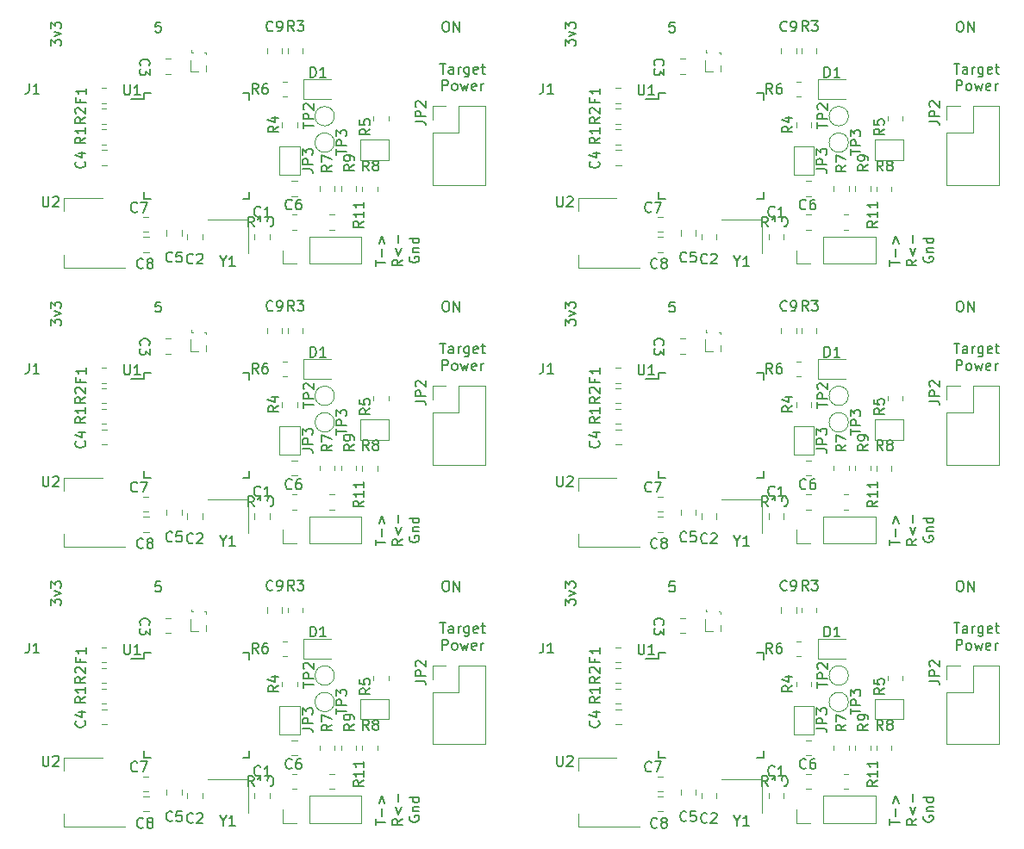
<source format=gto>
%TF.GenerationSoftware,KiCad,Pcbnew,(5.1.10-1-10_14)*%
%TF.CreationDate,2021-09-22T14:39:30-04:00*%
%TF.ProjectId,pannel,70616e6e-656c-42e6-9b69-6361645f7063,rev?*%
%TF.SameCoordinates,Original*%
%TF.FileFunction,Legend,Top*%
%TF.FilePolarity,Positive*%
%FSLAX46Y46*%
G04 Gerber Fmt 4.6, Leading zero omitted, Abs format (unit mm)*
G04 Created by KiCad (PCBNEW (5.1.10-1-10_14)) date 2021-09-22 14:39:30*
%MOMM*%
%LPD*%
G01*
G04 APERTURE LIST*
%ADD10C,0.152400*%
%ADD11C,0.150000*%
%ADD12C,0.120000*%
%ADD13C,2.000000*%
%ADD14C,3.200000*%
%ADD15R,0.900000X1.250000*%
%ADD16R,0.800000X0.900000*%
%ADD17C,0.900000*%
%ADD18O,1.700000X1.700000*%
%ADD19R,1.700000X1.700000*%
%ADD20R,1.800000X0.400000*%
%ADD21C,0.550000*%
%ADD22R,1.400000X1.500000*%
%ADD23R,1.500000X1.350000*%
%ADD24R,1.100000X1.000000*%
%ADD25R,2.000000X1.500000*%
%ADD26R,2.000000X3.800000*%
%ADD27R,1.400000X1.200000*%
%ADD28R,1.000000X1.000000*%
%ADD29O,1.000000X1.000000*%
%ADD30R,1.000000X1.500000*%
%ADD31R,1.500000X1.000000*%
%ADD32C,1.500000*%
%ADD33R,1.500000X0.550000*%
%ADD34R,0.550000X1.500000*%
%ADD35C,0.500000*%
G04 APERTURE END LIST*
D10*
X93619752Y24728419D02*
X93810228Y24728419D01*
X93905466Y24680800D01*
X94000704Y24585561D01*
X94048323Y24395085D01*
X94048323Y24061752D01*
X94000704Y23871276D01*
X93905466Y23776038D01*
X93810228Y23728419D01*
X93619752Y23728419D01*
X93524514Y23776038D01*
X93429276Y23871276D01*
X93381657Y24061752D01*
X93381657Y24395085D01*
X93429276Y24585561D01*
X93524514Y24680800D01*
X93619752Y24728419D01*
X94476895Y23728419D02*
X94476895Y24728419D01*
X95048323Y23728419D01*
X95048323Y24728419D01*
X54930780Y22329923D02*
X54930780Y22948971D01*
X55311733Y22615638D01*
X55311733Y22758495D01*
X55359352Y22853733D01*
X55406971Y22901352D01*
X55502209Y22948971D01*
X55740304Y22948971D01*
X55835542Y22901352D01*
X55883161Y22853733D01*
X55930780Y22758495D01*
X55930780Y22472780D01*
X55883161Y22377542D01*
X55835542Y22329923D01*
X55264114Y23282304D02*
X55930780Y23520400D01*
X55264114Y23758495D01*
X54930780Y24044209D02*
X54930780Y24663257D01*
X55311733Y24329923D01*
X55311733Y24472780D01*
X55359352Y24568019D01*
X55406971Y24615638D01*
X55502209Y24663257D01*
X55740304Y24663257D01*
X55835542Y24615638D01*
X55883161Y24568019D01*
X55930780Y24472780D01*
X55930780Y24187066D01*
X55883161Y24091828D01*
X55835542Y24044209D01*
X65673295Y24677619D02*
X65197104Y24677619D01*
X65149485Y24201428D01*
X65197104Y24249047D01*
X65292342Y24296666D01*
X65530438Y24296666D01*
X65625676Y24249047D01*
X65673295Y24201428D01*
X65720914Y24106190D01*
X65720914Y23868095D01*
X65673295Y23772857D01*
X65625676Y23725238D01*
X65530438Y23677619D01*
X65292342Y23677619D01*
X65197104Y23725238D01*
X65149485Y23772857D01*
D11*
X86802380Y726190D02*
X86802380Y1297619D01*
X87802380Y1011904D02*
X86802380Y1011904D01*
X87421428Y1630952D02*
X87421428Y2392857D01*
X87135714Y2869047D02*
X87421428Y3630952D01*
X87707142Y2869047D01*
X89452380Y1321428D02*
X88976190Y988095D01*
X89452380Y750000D02*
X88452380Y750000D01*
X88452380Y1130952D01*
X88500000Y1226190D01*
X88547619Y1273809D01*
X88642857Y1321428D01*
X88785714Y1321428D01*
X88880952Y1273809D01*
X88928571Y1226190D01*
X88976190Y1130952D01*
X88976190Y750000D01*
X88785714Y2511904D02*
X89071428Y1750000D01*
X89357142Y2511904D01*
X89071428Y2988095D02*
X89071428Y3750000D01*
X90150000Y1607142D02*
X90102380Y1511904D01*
X90102380Y1369047D01*
X90150000Y1226190D01*
X90245238Y1130952D01*
X90340476Y1083333D01*
X90530952Y1035714D01*
X90673809Y1035714D01*
X90864285Y1083333D01*
X90959523Y1130952D01*
X91054761Y1226190D01*
X91102380Y1369047D01*
X91102380Y1464285D01*
X91054761Y1607142D01*
X91007142Y1654761D01*
X90673809Y1654761D01*
X90673809Y1464285D01*
X90435714Y2083333D02*
X91102380Y2083333D01*
X90530952Y2083333D02*
X90483333Y2130952D01*
X90435714Y2226190D01*
X90435714Y2369047D01*
X90483333Y2464285D01*
X90578571Y2511904D01*
X91102380Y2511904D01*
X91102380Y3416666D02*
X90102380Y3416666D01*
X91054761Y3416666D02*
X91102380Y3321428D01*
X91102380Y3130952D01*
X91054761Y3035714D01*
X91007142Y2988095D01*
X90911904Y2940476D01*
X90626190Y2940476D01*
X90530952Y2988095D01*
X90483333Y3035714D01*
X90435714Y3130952D01*
X90435714Y3321428D01*
X90483333Y3416666D01*
D10*
X93116714Y20614319D02*
X93688142Y20614319D01*
X93402428Y19614319D02*
X93402428Y20614319D01*
X94450047Y19614319D02*
X94450047Y20138128D01*
X94402428Y20233366D01*
X94307190Y20280985D01*
X94116714Y20280985D01*
X94021476Y20233366D01*
X94450047Y19661938D02*
X94354809Y19614319D01*
X94116714Y19614319D01*
X94021476Y19661938D01*
X93973857Y19757176D01*
X93973857Y19852414D01*
X94021476Y19947652D01*
X94116714Y19995271D01*
X94354809Y19995271D01*
X94450047Y20042890D01*
X94926238Y19614319D02*
X94926238Y20280985D01*
X94926238Y20090509D02*
X94973857Y20185747D01*
X95021476Y20233366D01*
X95116714Y20280985D01*
X95211952Y20280985D01*
X95973857Y20280985D02*
X95973857Y19471461D01*
X95926238Y19376223D01*
X95878619Y19328604D01*
X95783380Y19280985D01*
X95640523Y19280985D01*
X95545285Y19328604D01*
X95973857Y19661938D02*
X95878619Y19614319D01*
X95688142Y19614319D01*
X95592904Y19661938D01*
X95545285Y19709557D01*
X95497666Y19804795D01*
X95497666Y20090509D01*
X95545285Y20185747D01*
X95592904Y20233366D01*
X95688142Y20280985D01*
X95878619Y20280985D01*
X95973857Y20233366D01*
X96831000Y19661938D02*
X96735761Y19614319D01*
X96545285Y19614319D01*
X96450047Y19661938D01*
X96402428Y19757176D01*
X96402428Y20138128D01*
X96450047Y20233366D01*
X96545285Y20280985D01*
X96735761Y20280985D01*
X96831000Y20233366D01*
X96878619Y20138128D01*
X96878619Y20042890D01*
X96402428Y19947652D01*
X97164333Y20280985D02*
X97545285Y20280985D01*
X97307190Y20614319D02*
X97307190Y19757176D01*
X97354809Y19661938D01*
X97450047Y19614319D01*
X97545285Y19614319D01*
X93354809Y17961919D02*
X93354809Y18961919D01*
X93735761Y18961919D01*
X93831000Y18914300D01*
X93878619Y18866680D01*
X93926238Y18771442D01*
X93926238Y18628585D01*
X93878619Y18533347D01*
X93831000Y18485728D01*
X93735761Y18438109D01*
X93354809Y18438109D01*
X94497666Y17961919D02*
X94402428Y18009538D01*
X94354809Y18057157D01*
X94307190Y18152395D01*
X94307190Y18438109D01*
X94354809Y18533347D01*
X94402428Y18580966D01*
X94497666Y18628585D01*
X94640523Y18628585D01*
X94735761Y18580966D01*
X94783380Y18533347D01*
X94831000Y18438109D01*
X94831000Y18152395D01*
X94783380Y18057157D01*
X94735761Y18009538D01*
X94640523Y17961919D01*
X94497666Y17961919D01*
X95164333Y18628585D02*
X95354809Y17961919D01*
X95545285Y18438109D01*
X95735761Y17961919D01*
X95926238Y18628585D01*
X96688142Y18009538D02*
X96592904Y17961919D01*
X96402428Y17961919D01*
X96307190Y18009538D01*
X96259571Y18104776D01*
X96259571Y18485728D01*
X96307190Y18580966D01*
X96402428Y18628585D01*
X96592904Y18628585D01*
X96688142Y18580966D01*
X96735761Y18485728D01*
X96735761Y18390490D01*
X96259571Y18295252D01*
X97164333Y17961919D02*
X97164333Y18628585D01*
X97164333Y18438109D02*
X97211952Y18533347D01*
X97259571Y18580966D01*
X97354809Y18628585D01*
X97450047Y18628585D01*
X93619752Y52228419D02*
X93810228Y52228419D01*
X93905466Y52180800D01*
X94000704Y52085561D01*
X94048323Y51895085D01*
X94048323Y51561752D01*
X94000704Y51371276D01*
X93905466Y51276038D01*
X93810228Y51228419D01*
X93619752Y51228419D01*
X93524514Y51276038D01*
X93429276Y51371276D01*
X93381657Y51561752D01*
X93381657Y51895085D01*
X93429276Y52085561D01*
X93524514Y52180800D01*
X93619752Y52228419D01*
X94476895Y51228419D02*
X94476895Y52228419D01*
X95048323Y51228419D01*
X95048323Y52228419D01*
X54930780Y49829923D02*
X54930780Y50448971D01*
X55311733Y50115638D01*
X55311733Y50258495D01*
X55359352Y50353733D01*
X55406971Y50401352D01*
X55502209Y50448971D01*
X55740304Y50448971D01*
X55835542Y50401352D01*
X55883161Y50353733D01*
X55930780Y50258495D01*
X55930780Y49972780D01*
X55883161Y49877542D01*
X55835542Y49829923D01*
X55264114Y50782304D02*
X55930780Y51020400D01*
X55264114Y51258495D01*
X54930780Y51544209D02*
X54930780Y52163257D01*
X55311733Y51829923D01*
X55311733Y51972780D01*
X55359352Y52068019D01*
X55406971Y52115638D01*
X55502209Y52163257D01*
X55740304Y52163257D01*
X55835542Y52115638D01*
X55883161Y52068019D01*
X55930780Y51972780D01*
X55930780Y51687066D01*
X55883161Y51591828D01*
X55835542Y51544209D01*
X65673295Y52177619D02*
X65197104Y52177619D01*
X65149485Y51701428D01*
X65197104Y51749047D01*
X65292342Y51796666D01*
X65530438Y51796666D01*
X65625676Y51749047D01*
X65673295Y51701428D01*
X65720914Y51606190D01*
X65720914Y51368095D01*
X65673295Y51272857D01*
X65625676Y51225238D01*
X65530438Y51177619D01*
X65292342Y51177619D01*
X65197104Y51225238D01*
X65149485Y51272857D01*
D11*
X86802380Y28226190D02*
X86802380Y28797619D01*
X87802380Y28511904D02*
X86802380Y28511904D01*
X87421428Y29130952D02*
X87421428Y29892857D01*
X87135714Y30369047D02*
X87421428Y31130952D01*
X87707142Y30369047D01*
X89452380Y28821428D02*
X88976190Y28488095D01*
X89452380Y28250000D02*
X88452380Y28250000D01*
X88452380Y28630952D01*
X88500000Y28726190D01*
X88547619Y28773809D01*
X88642857Y28821428D01*
X88785714Y28821428D01*
X88880952Y28773809D01*
X88928571Y28726190D01*
X88976190Y28630952D01*
X88976190Y28250000D01*
X88785714Y30011904D02*
X89071428Y29250000D01*
X89357142Y30011904D01*
X89071428Y30488095D02*
X89071428Y31250000D01*
X90150000Y29107142D02*
X90102380Y29011904D01*
X90102380Y28869047D01*
X90150000Y28726190D01*
X90245238Y28630952D01*
X90340476Y28583333D01*
X90530952Y28535714D01*
X90673809Y28535714D01*
X90864285Y28583333D01*
X90959523Y28630952D01*
X91054761Y28726190D01*
X91102380Y28869047D01*
X91102380Y28964285D01*
X91054761Y29107142D01*
X91007142Y29154761D01*
X90673809Y29154761D01*
X90673809Y28964285D01*
X90435714Y29583333D02*
X91102380Y29583333D01*
X90530952Y29583333D02*
X90483333Y29630952D01*
X90435714Y29726190D01*
X90435714Y29869047D01*
X90483333Y29964285D01*
X90578571Y30011904D01*
X91102380Y30011904D01*
X91102380Y30916666D02*
X90102380Y30916666D01*
X91054761Y30916666D02*
X91102380Y30821428D01*
X91102380Y30630952D01*
X91054761Y30535714D01*
X91007142Y30488095D01*
X90911904Y30440476D01*
X90626190Y30440476D01*
X90530952Y30488095D01*
X90483333Y30535714D01*
X90435714Y30630952D01*
X90435714Y30821428D01*
X90483333Y30916666D01*
D10*
X93116714Y48114319D02*
X93688142Y48114319D01*
X93402428Y47114319D02*
X93402428Y48114319D01*
X94450047Y47114319D02*
X94450047Y47638128D01*
X94402428Y47733366D01*
X94307190Y47780985D01*
X94116714Y47780985D01*
X94021476Y47733366D01*
X94450047Y47161938D02*
X94354809Y47114319D01*
X94116714Y47114319D01*
X94021476Y47161938D01*
X93973857Y47257176D01*
X93973857Y47352414D01*
X94021476Y47447652D01*
X94116714Y47495271D01*
X94354809Y47495271D01*
X94450047Y47542890D01*
X94926238Y47114319D02*
X94926238Y47780985D01*
X94926238Y47590509D02*
X94973857Y47685747D01*
X95021476Y47733366D01*
X95116714Y47780985D01*
X95211952Y47780985D01*
X95973857Y47780985D02*
X95973857Y46971461D01*
X95926238Y46876223D01*
X95878619Y46828604D01*
X95783380Y46780985D01*
X95640523Y46780985D01*
X95545285Y46828604D01*
X95973857Y47161938D02*
X95878619Y47114319D01*
X95688142Y47114319D01*
X95592904Y47161938D01*
X95545285Y47209557D01*
X95497666Y47304795D01*
X95497666Y47590509D01*
X95545285Y47685747D01*
X95592904Y47733366D01*
X95688142Y47780985D01*
X95878619Y47780985D01*
X95973857Y47733366D01*
X96831000Y47161938D02*
X96735761Y47114319D01*
X96545285Y47114319D01*
X96450047Y47161938D01*
X96402428Y47257176D01*
X96402428Y47638128D01*
X96450047Y47733366D01*
X96545285Y47780985D01*
X96735761Y47780985D01*
X96831000Y47733366D01*
X96878619Y47638128D01*
X96878619Y47542890D01*
X96402428Y47447652D01*
X97164333Y47780985D02*
X97545285Y47780985D01*
X97307190Y48114319D02*
X97307190Y47257176D01*
X97354809Y47161938D01*
X97450047Y47114319D01*
X97545285Y47114319D01*
X93354809Y45461919D02*
X93354809Y46461919D01*
X93735761Y46461919D01*
X93831000Y46414300D01*
X93878619Y46366680D01*
X93926238Y46271442D01*
X93926238Y46128585D01*
X93878619Y46033347D01*
X93831000Y45985728D01*
X93735761Y45938109D01*
X93354809Y45938109D01*
X94497666Y45461919D02*
X94402428Y45509538D01*
X94354809Y45557157D01*
X94307190Y45652395D01*
X94307190Y45938109D01*
X94354809Y46033347D01*
X94402428Y46080966D01*
X94497666Y46128585D01*
X94640523Y46128585D01*
X94735761Y46080966D01*
X94783380Y46033347D01*
X94831000Y45938109D01*
X94831000Y45652395D01*
X94783380Y45557157D01*
X94735761Y45509538D01*
X94640523Y45461919D01*
X94497666Y45461919D01*
X95164333Y46128585D02*
X95354809Y45461919D01*
X95545285Y45938109D01*
X95735761Y45461919D01*
X95926238Y46128585D01*
X96688142Y45509538D02*
X96592904Y45461919D01*
X96402428Y45461919D01*
X96307190Y45509538D01*
X96259571Y45604776D01*
X96259571Y45985728D01*
X96307190Y46080966D01*
X96402428Y46128585D01*
X96592904Y46128585D01*
X96688142Y46080966D01*
X96735761Y45985728D01*
X96735761Y45890490D01*
X96259571Y45795252D01*
X97164333Y45461919D02*
X97164333Y46128585D01*
X97164333Y45938109D02*
X97211952Y46033347D01*
X97259571Y46080966D01*
X97354809Y46128585D01*
X97450047Y46128585D01*
X93619752Y79728419D02*
X93810228Y79728419D01*
X93905466Y79680800D01*
X94000704Y79585561D01*
X94048323Y79395085D01*
X94048323Y79061752D01*
X94000704Y78871276D01*
X93905466Y78776038D01*
X93810228Y78728419D01*
X93619752Y78728419D01*
X93524514Y78776038D01*
X93429276Y78871276D01*
X93381657Y79061752D01*
X93381657Y79395085D01*
X93429276Y79585561D01*
X93524514Y79680800D01*
X93619752Y79728419D01*
X94476895Y78728419D02*
X94476895Y79728419D01*
X95048323Y78728419D01*
X95048323Y79728419D01*
X54930780Y77329923D02*
X54930780Y77948971D01*
X55311733Y77615638D01*
X55311733Y77758495D01*
X55359352Y77853733D01*
X55406971Y77901352D01*
X55502209Y77948971D01*
X55740304Y77948971D01*
X55835542Y77901352D01*
X55883161Y77853733D01*
X55930780Y77758495D01*
X55930780Y77472780D01*
X55883161Y77377542D01*
X55835542Y77329923D01*
X55264114Y78282304D02*
X55930780Y78520400D01*
X55264114Y78758495D01*
X54930780Y79044209D02*
X54930780Y79663257D01*
X55311733Y79329923D01*
X55311733Y79472780D01*
X55359352Y79568019D01*
X55406971Y79615638D01*
X55502209Y79663257D01*
X55740304Y79663257D01*
X55835542Y79615638D01*
X55883161Y79568019D01*
X55930780Y79472780D01*
X55930780Y79187066D01*
X55883161Y79091828D01*
X55835542Y79044209D01*
X65673295Y79677619D02*
X65197104Y79677619D01*
X65149485Y79201428D01*
X65197104Y79249047D01*
X65292342Y79296666D01*
X65530438Y79296666D01*
X65625676Y79249047D01*
X65673295Y79201428D01*
X65720914Y79106190D01*
X65720914Y78868095D01*
X65673295Y78772857D01*
X65625676Y78725238D01*
X65530438Y78677619D01*
X65292342Y78677619D01*
X65197104Y78725238D01*
X65149485Y78772857D01*
D11*
X86802380Y55726190D02*
X86802380Y56297619D01*
X87802380Y56011904D02*
X86802380Y56011904D01*
X87421428Y56630952D02*
X87421428Y57392857D01*
X87135714Y57869047D02*
X87421428Y58630952D01*
X87707142Y57869047D01*
X89452380Y56321428D02*
X88976190Y55988095D01*
X89452380Y55750000D02*
X88452380Y55750000D01*
X88452380Y56130952D01*
X88500000Y56226190D01*
X88547619Y56273809D01*
X88642857Y56321428D01*
X88785714Y56321428D01*
X88880952Y56273809D01*
X88928571Y56226190D01*
X88976190Y56130952D01*
X88976190Y55750000D01*
X88785714Y57511904D02*
X89071428Y56750000D01*
X89357142Y57511904D01*
X89071428Y57988095D02*
X89071428Y58750000D01*
X90150000Y56607142D02*
X90102380Y56511904D01*
X90102380Y56369047D01*
X90150000Y56226190D01*
X90245238Y56130952D01*
X90340476Y56083333D01*
X90530952Y56035714D01*
X90673809Y56035714D01*
X90864285Y56083333D01*
X90959523Y56130952D01*
X91054761Y56226190D01*
X91102380Y56369047D01*
X91102380Y56464285D01*
X91054761Y56607142D01*
X91007142Y56654761D01*
X90673809Y56654761D01*
X90673809Y56464285D01*
X90435714Y57083333D02*
X91102380Y57083333D01*
X90530952Y57083333D02*
X90483333Y57130952D01*
X90435714Y57226190D01*
X90435714Y57369047D01*
X90483333Y57464285D01*
X90578571Y57511904D01*
X91102380Y57511904D01*
X91102380Y58416666D02*
X90102380Y58416666D01*
X91054761Y58416666D02*
X91102380Y58321428D01*
X91102380Y58130952D01*
X91054761Y58035714D01*
X91007142Y57988095D01*
X90911904Y57940476D01*
X90626190Y57940476D01*
X90530952Y57988095D01*
X90483333Y58035714D01*
X90435714Y58130952D01*
X90435714Y58321428D01*
X90483333Y58416666D01*
D10*
X93116714Y75614319D02*
X93688142Y75614319D01*
X93402428Y74614319D02*
X93402428Y75614319D01*
X94450047Y74614319D02*
X94450047Y75138128D01*
X94402428Y75233366D01*
X94307190Y75280985D01*
X94116714Y75280985D01*
X94021476Y75233366D01*
X94450047Y74661938D02*
X94354809Y74614319D01*
X94116714Y74614319D01*
X94021476Y74661938D01*
X93973857Y74757176D01*
X93973857Y74852414D01*
X94021476Y74947652D01*
X94116714Y74995271D01*
X94354809Y74995271D01*
X94450047Y75042890D01*
X94926238Y74614319D02*
X94926238Y75280985D01*
X94926238Y75090509D02*
X94973857Y75185747D01*
X95021476Y75233366D01*
X95116714Y75280985D01*
X95211952Y75280985D01*
X95973857Y75280985D02*
X95973857Y74471461D01*
X95926238Y74376223D01*
X95878619Y74328604D01*
X95783380Y74280985D01*
X95640523Y74280985D01*
X95545285Y74328604D01*
X95973857Y74661938D02*
X95878619Y74614319D01*
X95688142Y74614319D01*
X95592904Y74661938D01*
X95545285Y74709557D01*
X95497666Y74804795D01*
X95497666Y75090509D01*
X95545285Y75185747D01*
X95592904Y75233366D01*
X95688142Y75280985D01*
X95878619Y75280985D01*
X95973857Y75233366D01*
X96831000Y74661938D02*
X96735761Y74614319D01*
X96545285Y74614319D01*
X96450047Y74661938D01*
X96402428Y74757176D01*
X96402428Y75138128D01*
X96450047Y75233366D01*
X96545285Y75280985D01*
X96735761Y75280985D01*
X96831000Y75233366D01*
X96878619Y75138128D01*
X96878619Y75042890D01*
X96402428Y74947652D01*
X97164333Y75280985D02*
X97545285Y75280985D01*
X97307190Y75614319D02*
X97307190Y74757176D01*
X97354809Y74661938D01*
X97450047Y74614319D01*
X97545285Y74614319D01*
X93354809Y72961919D02*
X93354809Y73961919D01*
X93735761Y73961919D01*
X93831000Y73914300D01*
X93878619Y73866680D01*
X93926238Y73771442D01*
X93926238Y73628585D01*
X93878619Y73533347D01*
X93831000Y73485728D01*
X93735761Y73438109D01*
X93354809Y73438109D01*
X94497666Y72961919D02*
X94402428Y73009538D01*
X94354809Y73057157D01*
X94307190Y73152395D01*
X94307190Y73438109D01*
X94354809Y73533347D01*
X94402428Y73580966D01*
X94497666Y73628585D01*
X94640523Y73628585D01*
X94735761Y73580966D01*
X94783380Y73533347D01*
X94831000Y73438109D01*
X94831000Y73152395D01*
X94783380Y73057157D01*
X94735761Y73009538D01*
X94640523Y72961919D01*
X94497666Y72961919D01*
X95164333Y73628585D02*
X95354809Y72961919D01*
X95545285Y73438109D01*
X95735761Y72961919D01*
X95926238Y73628585D01*
X96688142Y73009538D02*
X96592904Y72961919D01*
X96402428Y72961919D01*
X96307190Y73009538D01*
X96259571Y73104776D01*
X96259571Y73485728D01*
X96307190Y73580966D01*
X96402428Y73628585D01*
X96592904Y73628585D01*
X96688142Y73580966D01*
X96735761Y73485728D01*
X96735761Y73390490D01*
X96259571Y73295252D01*
X97164333Y72961919D02*
X97164333Y73628585D01*
X97164333Y73438109D02*
X97211952Y73533347D01*
X97259571Y73580966D01*
X97354809Y73628585D01*
X97450047Y73628585D01*
X43119752Y79728419D02*
X43310228Y79728419D01*
X43405466Y79680800D01*
X43500704Y79585561D01*
X43548323Y79395085D01*
X43548323Y79061752D01*
X43500704Y78871276D01*
X43405466Y78776038D01*
X43310228Y78728419D01*
X43119752Y78728419D01*
X43024514Y78776038D01*
X42929276Y78871276D01*
X42881657Y79061752D01*
X42881657Y79395085D01*
X42929276Y79585561D01*
X43024514Y79680800D01*
X43119752Y79728419D01*
X43976895Y78728419D02*
X43976895Y79728419D01*
X44548323Y78728419D01*
X44548323Y79728419D01*
X4430780Y77329923D02*
X4430780Y77948971D01*
X4811733Y77615638D01*
X4811733Y77758495D01*
X4859352Y77853733D01*
X4906971Y77901352D01*
X5002209Y77948971D01*
X5240304Y77948971D01*
X5335542Y77901352D01*
X5383161Y77853733D01*
X5430780Y77758495D01*
X5430780Y77472780D01*
X5383161Y77377542D01*
X5335542Y77329923D01*
X4764114Y78282304D02*
X5430780Y78520400D01*
X4764114Y78758495D01*
X4430780Y79044209D02*
X4430780Y79663257D01*
X4811733Y79329923D01*
X4811733Y79472780D01*
X4859352Y79568019D01*
X4906971Y79615638D01*
X5002209Y79663257D01*
X5240304Y79663257D01*
X5335542Y79615638D01*
X5383161Y79568019D01*
X5430780Y79472780D01*
X5430780Y79187066D01*
X5383161Y79091828D01*
X5335542Y79044209D01*
X15173295Y79677619D02*
X14697104Y79677619D01*
X14649485Y79201428D01*
X14697104Y79249047D01*
X14792342Y79296666D01*
X15030438Y79296666D01*
X15125676Y79249047D01*
X15173295Y79201428D01*
X15220914Y79106190D01*
X15220914Y78868095D01*
X15173295Y78772857D01*
X15125676Y78725238D01*
X15030438Y78677619D01*
X14792342Y78677619D01*
X14697104Y78725238D01*
X14649485Y78772857D01*
D11*
X36302380Y55726190D02*
X36302380Y56297619D01*
X37302380Y56011904D02*
X36302380Y56011904D01*
X36921428Y56630952D02*
X36921428Y57392857D01*
X36635714Y57869047D02*
X36921428Y58630952D01*
X37207142Y57869047D01*
X38952380Y56321428D02*
X38476190Y55988095D01*
X38952380Y55750000D02*
X37952380Y55750000D01*
X37952380Y56130952D01*
X38000000Y56226190D01*
X38047619Y56273809D01*
X38142857Y56321428D01*
X38285714Y56321428D01*
X38380952Y56273809D01*
X38428571Y56226190D01*
X38476190Y56130952D01*
X38476190Y55750000D01*
X38285714Y57511904D02*
X38571428Y56750000D01*
X38857142Y57511904D01*
X38571428Y57988095D02*
X38571428Y58750000D01*
X39650000Y56607142D02*
X39602380Y56511904D01*
X39602380Y56369047D01*
X39650000Y56226190D01*
X39745238Y56130952D01*
X39840476Y56083333D01*
X40030952Y56035714D01*
X40173809Y56035714D01*
X40364285Y56083333D01*
X40459523Y56130952D01*
X40554761Y56226190D01*
X40602380Y56369047D01*
X40602380Y56464285D01*
X40554761Y56607142D01*
X40507142Y56654761D01*
X40173809Y56654761D01*
X40173809Y56464285D01*
X39935714Y57083333D02*
X40602380Y57083333D01*
X40030952Y57083333D02*
X39983333Y57130952D01*
X39935714Y57226190D01*
X39935714Y57369047D01*
X39983333Y57464285D01*
X40078571Y57511904D01*
X40602380Y57511904D01*
X40602380Y58416666D02*
X39602380Y58416666D01*
X40554761Y58416666D02*
X40602380Y58321428D01*
X40602380Y58130952D01*
X40554761Y58035714D01*
X40507142Y57988095D01*
X40411904Y57940476D01*
X40126190Y57940476D01*
X40030952Y57988095D01*
X39983333Y58035714D01*
X39935714Y58130952D01*
X39935714Y58321428D01*
X39983333Y58416666D01*
D10*
X42616714Y75614319D02*
X43188142Y75614319D01*
X42902428Y74614319D02*
X42902428Y75614319D01*
X43950047Y74614319D02*
X43950047Y75138128D01*
X43902428Y75233366D01*
X43807190Y75280985D01*
X43616714Y75280985D01*
X43521476Y75233366D01*
X43950047Y74661938D02*
X43854809Y74614319D01*
X43616714Y74614319D01*
X43521476Y74661938D01*
X43473857Y74757176D01*
X43473857Y74852414D01*
X43521476Y74947652D01*
X43616714Y74995271D01*
X43854809Y74995271D01*
X43950047Y75042890D01*
X44426238Y74614319D02*
X44426238Y75280985D01*
X44426238Y75090509D02*
X44473857Y75185747D01*
X44521476Y75233366D01*
X44616714Y75280985D01*
X44711952Y75280985D01*
X45473857Y75280985D02*
X45473857Y74471461D01*
X45426238Y74376223D01*
X45378619Y74328604D01*
X45283380Y74280985D01*
X45140523Y74280985D01*
X45045285Y74328604D01*
X45473857Y74661938D02*
X45378619Y74614319D01*
X45188142Y74614319D01*
X45092904Y74661938D01*
X45045285Y74709557D01*
X44997666Y74804795D01*
X44997666Y75090509D01*
X45045285Y75185747D01*
X45092904Y75233366D01*
X45188142Y75280985D01*
X45378619Y75280985D01*
X45473857Y75233366D01*
X46331000Y74661938D02*
X46235761Y74614319D01*
X46045285Y74614319D01*
X45950047Y74661938D01*
X45902428Y74757176D01*
X45902428Y75138128D01*
X45950047Y75233366D01*
X46045285Y75280985D01*
X46235761Y75280985D01*
X46331000Y75233366D01*
X46378619Y75138128D01*
X46378619Y75042890D01*
X45902428Y74947652D01*
X46664333Y75280985D02*
X47045285Y75280985D01*
X46807190Y75614319D02*
X46807190Y74757176D01*
X46854809Y74661938D01*
X46950047Y74614319D01*
X47045285Y74614319D01*
X42854809Y72961919D02*
X42854809Y73961919D01*
X43235761Y73961919D01*
X43331000Y73914300D01*
X43378619Y73866680D01*
X43426238Y73771442D01*
X43426238Y73628585D01*
X43378619Y73533347D01*
X43331000Y73485728D01*
X43235761Y73438109D01*
X42854809Y73438109D01*
X43997666Y72961919D02*
X43902428Y73009538D01*
X43854809Y73057157D01*
X43807190Y73152395D01*
X43807190Y73438109D01*
X43854809Y73533347D01*
X43902428Y73580966D01*
X43997666Y73628585D01*
X44140523Y73628585D01*
X44235761Y73580966D01*
X44283380Y73533347D01*
X44331000Y73438109D01*
X44331000Y73152395D01*
X44283380Y73057157D01*
X44235761Y73009538D01*
X44140523Y72961919D01*
X43997666Y72961919D01*
X44664333Y73628585D02*
X44854809Y72961919D01*
X45045285Y73438109D01*
X45235761Y72961919D01*
X45426238Y73628585D01*
X46188142Y73009538D02*
X46092904Y72961919D01*
X45902428Y72961919D01*
X45807190Y73009538D01*
X45759571Y73104776D01*
X45759571Y73485728D01*
X45807190Y73580966D01*
X45902428Y73628585D01*
X46092904Y73628585D01*
X46188142Y73580966D01*
X46235761Y73485728D01*
X46235761Y73390490D01*
X45759571Y73295252D01*
X46664333Y72961919D02*
X46664333Y73628585D01*
X46664333Y73438109D02*
X46711952Y73533347D01*
X46759571Y73580966D01*
X46854809Y73628585D01*
X46950047Y73628585D01*
X43119752Y52228419D02*
X43310228Y52228419D01*
X43405466Y52180800D01*
X43500704Y52085561D01*
X43548323Y51895085D01*
X43548323Y51561752D01*
X43500704Y51371276D01*
X43405466Y51276038D01*
X43310228Y51228419D01*
X43119752Y51228419D01*
X43024514Y51276038D01*
X42929276Y51371276D01*
X42881657Y51561752D01*
X42881657Y51895085D01*
X42929276Y52085561D01*
X43024514Y52180800D01*
X43119752Y52228419D01*
X43976895Y51228419D02*
X43976895Y52228419D01*
X44548323Y51228419D01*
X44548323Y52228419D01*
X4430780Y49829923D02*
X4430780Y50448971D01*
X4811733Y50115638D01*
X4811733Y50258495D01*
X4859352Y50353733D01*
X4906971Y50401352D01*
X5002209Y50448971D01*
X5240304Y50448971D01*
X5335542Y50401352D01*
X5383161Y50353733D01*
X5430780Y50258495D01*
X5430780Y49972780D01*
X5383161Y49877542D01*
X5335542Y49829923D01*
X4764114Y50782304D02*
X5430780Y51020400D01*
X4764114Y51258495D01*
X4430780Y51544209D02*
X4430780Y52163257D01*
X4811733Y51829923D01*
X4811733Y51972780D01*
X4859352Y52068019D01*
X4906971Y52115638D01*
X5002209Y52163257D01*
X5240304Y52163257D01*
X5335542Y52115638D01*
X5383161Y52068019D01*
X5430780Y51972780D01*
X5430780Y51687066D01*
X5383161Y51591828D01*
X5335542Y51544209D01*
X15173295Y52177619D02*
X14697104Y52177619D01*
X14649485Y51701428D01*
X14697104Y51749047D01*
X14792342Y51796666D01*
X15030438Y51796666D01*
X15125676Y51749047D01*
X15173295Y51701428D01*
X15220914Y51606190D01*
X15220914Y51368095D01*
X15173295Y51272857D01*
X15125676Y51225238D01*
X15030438Y51177619D01*
X14792342Y51177619D01*
X14697104Y51225238D01*
X14649485Y51272857D01*
D11*
X36302380Y28226190D02*
X36302380Y28797619D01*
X37302380Y28511904D02*
X36302380Y28511904D01*
X36921428Y29130952D02*
X36921428Y29892857D01*
X36635714Y30369047D02*
X36921428Y31130952D01*
X37207142Y30369047D01*
X38952380Y28821428D02*
X38476190Y28488095D01*
X38952380Y28250000D02*
X37952380Y28250000D01*
X37952380Y28630952D01*
X38000000Y28726190D01*
X38047619Y28773809D01*
X38142857Y28821428D01*
X38285714Y28821428D01*
X38380952Y28773809D01*
X38428571Y28726190D01*
X38476190Y28630952D01*
X38476190Y28250000D01*
X38285714Y30011904D02*
X38571428Y29250000D01*
X38857142Y30011904D01*
X38571428Y30488095D02*
X38571428Y31250000D01*
X39650000Y29107142D02*
X39602380Y29011904D01*
X39602380Y28869047D01*
X39650000Y28726190D01*
X39745238Y28630952D01*
X39840476Y28583333D01*
X40030952Y28535714D01*
X40173809Y28535714D01*
X40364285Y28583333D01*
X40459523Y28630952D01*
X40554761Y28726190D01*
X40602380Y28869047D01*
X40602380Y28964285D01*
X40554761Y29107142D01*
X40507142Y29154761D01*
X40173809Y29154761D01*
X40173809Y28964285D01*
X39935714Y29583333D02*
X40602380Y29583333D01*
X40030952Y29583333D02*
X39983333Y29630952D01*
X39935714Y29726190D01*
X39935714Y29869047D01*
X39983333Y29964285D01*
X40078571Y30011904D01*
X40602380Y30011904D01*
X40602380Y30916666D02*
X39602380Y30916666D01*
X40554761Y30916666D02*
X40602380Y30821428D01*
X40602380Y30630952D01*
X40554761Y30535714D01*
X40507142Y30488095D01*
X40411904Y30440476D01*
X40126190Y30440476D01*
X40030952Y30488095D01*
X39983333Y30535714D01*
X39935714Y30630952D01*
X39935714Y30821428D01*
X39983333Y30916666D01*
D10*
X42616714Y48114319D02*
X43188142Y48114319D01*
X42902428Y47114319D02*
X42902428Y48114319D01*
X43950047Y47114319D02*
X43950047Y47638128D01*
X43902428Y47733366D01*
X43807190Y47780985D01*
X43616714Y47780985D01*
X43521476Y47733366D01*
X43950047Y47161938D02*
X43854809Y47114319D01*
X43616714Y47114319D01*
X43521476Y47161938D01*
X43473857Y47257176D01*
X43473857Y47352414D01*
X43521476Y47447652D01*
X43616714Y47495271D01*
X43854809Y47495271D01*
X43950047Y47542890D01*
X44426238Y47114319D02*
X44426238Y47780985D01*
X44426238Y47590509D02*
X44473857Y47685747D01*
X44521476Y47733366D01*
X44616714Y47780985D01*
X44711952Y47780985D01*
X45473857Y47780985D02*
X45473857Y46971461D01*
X45426238Y46876223D01*
X45378619Y46828604D01*
X45283380Y46780985D01*
X45140523Y46780985D01*
X45045285Y46828604D01*
X45473857Y47161938D02*
X45378619Y47114319D01*
X45188142Y47114319D01*
X45092904Y47161938D01*
X45045285Y47209557D01*
X44997666Y47304795D01*
X44997666Y47590509D01*
X45045285Y47685747D01*
X45092904Y47733366D01*
X45188142Y47780985D01*
X45378619Y47780985D01*
X45473857Y47733366D01*
X46331000Y47161938D02*
X46235761Y47114319D01*
X46045285Y47114319D01*
X45950047Y47161938D01*
X45902428Y47257176D01*
X45902428Y47638128D01*
X45950047Y47733366D01*
X46045285Y47780985D01*
X46235761Y47780985D01*
X46331000Y47733366D01*
X46378619Y47638128D01*
X46378619Y47542890D01*
X45902428Y47447652D01*
X46664333Y47780985D02*
X47045285Y47780985D01*
X46807190Y48114319D02*
X46807190Y47257176D01*
X46854809Y47161938D01*
X46950047Y47114319D01*
X47045285Y47114319D01*
X42854809Y45461919D02*
X42854809Y46461919D01*
X43235761Y46461919D01*
X43331000Y46414300D01*
X43378619Y46366680D01*
X43426238Y46271442D01*
X43426238Y46128585D01*
X43378619Y46033347D01*
X43331000Y45985728D01*
X43235761Y45938109D01*
X42854809Y45938109D01*
X43997666Y45461919D02*
X43902428Y45509538D01*
X43854809Y45557157D01*
X43807190Y45652395D01*
X43807190Y45938109D01*
X43854809Y46033347D01*
X43902428Y46080966D01*
X43997666Y46128585D01*
X44140523Y46128585D01*
X44235761Y46080966D01*
X44283380Y46033347D01*
X44331000Y45938109D01*
X44331000Y45652395D01*
X44283380Y45557157D01*
X44235761Y45509538D01*
X44140523Y45461919D01*
X43997666Y45461919D01*
X44664333Y46128585D02*
X44854809Y45461919D01*
X45045285Y45938109D01*
X45235761Y45461919D01*
X45426238Y46128585D01*
X46188142Y45509538D02*
X46092904Y45461919D01*
X45902428Y45461919D01*
X45807190Y45509538D01*
X45759571Y45604776D01*
X45759571Y45985728D01*
X45807190Y46080966D01*
X45902428Y46128585D01*
X46092904Y46128585D01*
X46188142Y46080966D01*
X46235761Y45985728D01*
X46235761Y45890490D01*
X45759571Y45795252D01*
X46664333Y45461919D02*
X46664333Y46128585D01*
X46664333Y45938109D02*
X46711952Y46033347D01*
X46759571Y46080966D01*
X46854809Y46128585D01*
X46950047Y46128585D01*
X43119752Y24728419D02*
X43310228Y24728419D01*
X43405466Y24680800D01*
X43500704Y24585561D01*
X43548323Y24395085D01*
X43548323Y24061752D01*
X43500704Y23871276D01*
X43405466Y23776038D01*
X43310228Y23728419D01*
X43119752Y23728419D01*
X43024514Y23776038D01*
X42929276Y23871276D01*
X42881657Y24061752D01*
X42881657Y24395085D01*
X42929276Y24585561D01*
X43024514Y24680800D01*
X43119752Y24728419D01*
X43976895Y23728419D02*
X43976895Y24728419D01*
X44548323Y23728419D01*
X44548323Y24728419D01*
X4430780Y22329923D02*
X4430780Y22948971D01*
X4811733Y22615638D01*
X4811733Y22758495D01*
X4859352Y22853733D01*
X4906971Y22901352D01*
X5002209Y22948971D01*
X5240304Y22948971D01*
X5335542Y22901352D01*
X5383161Y22853733D01*
X5430780Y22758495D01*
X5430780Y22472780D01*
X5383161Y22377542D01*
X5335542Y22329923D01*
X4764114Y23282304D02*
X5430780Y23520400D01*
X4764114Y23758495D01*
X4430780Y24044209D02*
X4430780Y24663257D01*
X4811733Y24329923D01*
X4811733Y24472780D01*
X4859352Y24568019D01*
X4906971Y24615638D01*
X5002209Y24663257D01*
X5240304Y24663257D01*
X5335542Y24615638D01*
X5383161Y24568019D01*
X5430780Y24472780D01*
X5430780Y24187066D01*
X5383161Y24091828D01*
X5335542Y24044209D01*
X15173295Y24677619D02*
X14697104Y24677619D01*
X14649485Y24201428D01*
X14697104Y24249047D01*
X14792342Y24296666D01*
X15030438Y24296666D01*
X15125676Y24249047D01*
X15173295Y24201428D01*
X15220914Y24106190D01*
X15220914Y23868095D01*
X15173295Y23772857D01*
X15125676Y23725238D01*
X15030438Y23677619D01*
X14792342Y23677619D01*
X14697104Y23725238D01*
X14649485Y23772857D01*
D11*
X36302380Y726190D02*
X36302380Y1297619D01*
X37302380Y1011904D02*
X36302380Y1011904D01*
X36921428Y1630952D02*
X36921428Y2392857D01*
X36635714Y2869047D02*
X36921428Y3630952D01*
X37207142Y2869047D01*
X38952380Y1321428D02*
X38476190Y988095D01*
X38952380Y750000D02*
X37952380Y750000D01*
X37952380Y1130952D01*
X38000000Y1226190D01*
X38047619Y1273809D01*
X38142857Y1321428D01*
X38285714Y1321428D01*
X38380952Y1273809D01*
X38428571Y1226190D01*
X38476190Y1130952D01*
X38476190Y750000D01*
X38285714Y2511904D02*
X38571428Y1750000D01*
X38857142Y2511904D01*
X38571428Y2988095D02*
X38571428Y3750000D01*
X39650000Y1607142D02*
X39602380Y1511904D01*
X39602380Y1369047D01*
X39650000Y1226190D01*
X39745238Y1130952D01*
X39840476Y1083333D01*
X40030952Y1035714D01*
X40173809Y1035714D01*
X40364285Y1083333D01*
X40459523Y1130952D01*
X40554761Y1226190D01*
X40602380Y1369047D01*
X40602380Y1464285D01*
X40554761Y1607142D01*
X40507142Y1654761D01*
X40173809Y1654761D01*
X40173809Y1464285D01*
X39935714Y2083333D02*
X40602380Y2083333D01*
X40030952Y2083333D02*
X39983333Y2130952D01*
X39935714Y2226190D01*
X39935714Y2369047D01*
X39983333Y2464285D01*
X40078571Y2511904D01*
X40602380Y2511904D01*
X40602380Y3416666D02*
X39602380Y3416666D01*
X40554761Y3416666D02*
X40602380Y3321428D01*
X40602380Y3130952D01*
X40554761Y3035714D01*
X40507142Y2988095D01*
X40411904Y2940476D01*
X40126190Y2940476D01*
X40030952Y2988095D01*
X39983333Y3035714D01*
X39935714Y3130952D01*
X39935714Y3321428D01*
X39983333Y3416666D01*
D10*
X42616714Y20614319D02*
X43188142Y20614319D01*
X42902428Y19614319D02*
X42902428Y20614319D01*
X43950047Y19614319D02*
X43950047Y20138128D01*
X43902428Y20233366D01*
X43807190Y20280985D01*
X43616714Y20280985D01*
X43521476Y20233366D01*
X43950047Y19661938D02*
X43854809Y19614319D01*
X43616714Y19614319D01*
X43521476Y19661938D01*
X43473857Y19757176D01*
X43473857Y19852414D01*
X43521476Y19947652D01*
X43616714Y19995271D01*
X43854809Y19995271D01*
X43950047Y20042890D01*
X44426238Y19614319D02*
X44426238Y20280985D01*
X44426238Y20090509D02*
X44473857Y20185747D01*
X44521476Y20233366D01*
X44616714Y20280985D01*
X44711952Y20280985D01*
X45473857Y20280985D02*
X45473857Y19471461D01*
X45426238Y19376223D01*
X45378619Y19328604D01*
X45283380Y19280985D01*
X45140523Y19280985D01*
X45045285Y19328604D01*
X45473857Y19661938D02*
X45378619Y19614319D01*
X45188142Y19614319D01*
X45092904Y19661938D01*
X45045285Y19709557D01*
X44997666Y19804795D01*
X44997666Y20090509D01*
X45045285Y20185747D01*
X45092904Y20233366D01*
X45188142Y20280985D01*
X45378619Y20280985D01*
X45473857Y20233366D01*
X46331000Y19661938D02*
X46235761Y19614319D01*
X46045285Y19614319D01*
X45950047Y19661938D01*
X45902428Y19757176D01*
X45902428Y20138128D01*
X45950047Y20233366D01*
X46045285Y20280985D01*
X46235761Y20280985D01*
X46331000Y20233366D01*
X46378619Y20138128D01*
X46378619Y20042890D01*
X45902428Y19947652D01*
X46664333Y20280985D02*
X47045285Y20280985D01*
X46807190Y20614319D02*
X46807190Y19757176D01*
X46854809Y19661938D01*
X46950047Y19614319D01*
X47045285Y19614319D01*
X42854809Y17961919D02*
X42854809Y18961919D01*
X43235761Y18961919D01*
X43331000Y18914300D01*
X43378619Y18866680D01*
X43426238Y18771442D01*
X43426238Y18628585D01*
X43378619Y18533347D01*
X43331000Y18485728D01*
X43235761Y18438109D01*
X42854809Y18438109D01*
X43997666Y17961919D02*
X43902428Y18009538D01*
X43854809Y18057157D01*
X43807190Y18152395D01*
X43807190Y18438109D01*
X43854809Y18533347D01*
X43902428Y18580966D01*
X43997666Y18628585D01*
X44140523Y18628585D01*
X44235761Y18580966D01*
X44283380Y18533347D01*
X44331000Y18438109D01*
X44331000Y18152395D01*
X44283380Y18057157D01*
X44235761Y18009538D01*
X44140523Y17961919D01*
X43997666Y17961919D01*
X44664333Y18628585D02*
X44854809Y17961919D01*
X45045285Y18438109D01*
X45235761Y17961919D01*
X45426238Y18628585D01*
X46188142Y18009538D02*
X46092904Y17961919D01*
X45902428Y17961919D01*
X45807190Y18009538D01*
X45759571Y18104776D01*
X45759571Y18485728D01*
X45807190Y18580966D01*
X45902428Y18628585D01*
X46092904Y18628585D01*
X46188142Y18580966D01*
X46235761Y18485728D01*
X46235761Y18390490D01*
X45759571Y18295252D01*
X46664333Y17961919D02*
X46664333Y18628585D01*
X46664333Y18438109D02*
X46711952Y18533347D01*
X46759571Y18580966D01*
X46854809Y18628585D01*
X46950047Y18628585D01*
D12*
%TO.C,J3*%
X77670000Y920000D02*
X77670000Y2250000D01*
X79000000Y920000D02*
X77670000Y920000D01*
X80270000Y920000D02*
X80270000Y3580000D01*
X80270000Y3580000D02*
X85410000Y3580000D01*
X80270000Y920000D02*
X85410000Y920000D01*
X85410000Y920000D02*
X85410000Y3580000D01*
%TO.C,C3*%
X66179748Y21055000D02*
X66702252Y21055000D01*
X66179748Y19585000D02*
X66702252Y19585000D01*
%TO.C,C7*%
X63990348Y5510200D02*
X64512852Y5510200D01*
X63990348Y4040200D02*
X64512852Y4040200D01*
%TO.C,C8*%
X64005548Y3529000D02*
X64528052Y3529000D01*
X64005548Y2059000D02*
X64528052Y2059000D01*
%TO.C,D1*%
X82437200Y19044800D02*
X79752200Y19044800D01*
X79752200Y19044800D02*
X79752200Y17124800D01*
X79752200Y17124800D02*
X82437200Y17124800D01*
%TO.C,U2*%
X56210000Y7379500D02*
X56210000Y6119500D01*
X56210000Y559500D02*
X56210000Y1819500D01*
X59970000Y7379500D02*
X56210000Y7379500D01*
X62220000Y559500D02*
X56210000Y559500D01*
%TO.C,C1*%
X76393700Y3330348D02*
X76393700Y3852852D01*
X74923700Y3330348D02*
X74923700Y3852852D01*
%TO.C,C5*%
X66275000Y3685948D02*
X66275000Y4208452D01*
X67745000Y3685948D02*
X67745000Y4208452D01*
%TO.C,R11*%
X82727064Y5735000D02*
X82272936Y5735000D01*
X82727064Y4265000D02*
X82272936Y4265000D01*
%TO.C,R10*%
X79064564Y5735000D02*
X78610436Y5735000D01*
X79064564Y4265000D02*
X78610436Y4265000D01*
%TO.C,Y1*%
X74293200Y5244100D02*
X70293200Y5244100D01*
X74293200Y1944100D02*
X74293200Y5244100D01*
%TO.C,C2*%
X68319700Y3857852D02*
X68319700Y3335348D01*
X69789700Y3857852D02*
X69789700Y3335348D01*
%TO.C,C9*%
X77612900Y21608148D02*
X77612900Y22130652D01*
X76142900Y21608148D02*
X76142900Y22130652D01*
%TO.C,F1*%
X60352064Y18185000D02*
X59897936Y18185000D01*
X60352064Y16715000D02*
X59897936Y16715000D01*
%TO.C,JPROG1*%
X68663000Y19825000D02*
X68663000Y20955000D01*
X69423000Y19825000D02*
X68663000Y19825000D01*
X68728000Y21715000D02*
X68728000Y21917470D01*
X68859529Y21715000D02*
X68728000Y21715000D01*
X70129529Y21715000D02*
X69986471Y21715000D01*
X70183000Y21518471D02*
X70183000Y21661529D01*
X70183000Y19825000D02*
X70183000Y20391529D01*
%TO.C,J2*%
X92380000Y8670000D02*
X97580000Y8670000D01*
X92380000Y13810000D02*
X92380000Y8670000D01*
X97580000Y16410000D02*
X97580000Y8670000D01*
X92380000Y13810000D02*
X94980000Y13810000D01*
X94980000Y13810000D02*
X94980000Y16410000D01*
X94980000Y16410000D02*
X97580000Y16410000D01*
X92380000Y15080000D02*
X92380000Y16410000D01*
X92380000Y16410000D02*
X93710000Y16410000D01*
%TO.C,C4*%
X60421252Y10631500D02*
X59898748Y10631500D01*
X60421252Y12101500D02*
X59898748Y12101500D01*
%TO.C,C6*%
X79082252Y7583500D02*
X78559748Y7583500D01*
X79082252Y9053500D02*
X78559748Y9053500D01*
%TO.C,JP2*%
X88110000Y13128500D02*
X88110000Y11128500D01*
X85310000Y13128500D02*
X88110000Y13128500D01*
X85310000Y11128500D02*
X85310000Y13128500D01*
X88110000Y11128500D02*
X85310000Y11128500D01*
%TO.C,JP3*%
X77376500Y12464000D02*
X79376500Y12464000D01*
X77376500Y9664000D02*
X77376500Y12464000D01*
X79376500Y9664000D02*
X77376500Y9664000D01*
X79376500Y12464000D02*
X79376500Y9664000D01*
%TO.C,R1*%
X60361064Y12663500D02*
X59906936Y12663500D01*
X60361064Y14133500D02*
X59906936Y14133500D01*
%TO.C,R2*%
X60361064Y14695500D02*
X59906936Y14695500D01*
X60361064Y16165500D02*
X59906936Y16165500D01*
%TO.C,R3*%
X78162200Y21618836D02*
X78162200Y22072964D01*
X79632200Y21618836D02*
X79632200Y22072964D01*
%TO.C,R4*%
X77641500Y14337936D02*
X77641500Y14792064D01*
X79111500Y14337936D02*
X79111500Y14792064D01*
%TO.C,R5*%
X88065000Y15427064D02*
X88065000Y14972936D01*
X86595000Y15427064D02*
X86595000Y14972936D01*
%TO.C,R6*%
X78110164Y17349800D02*
X77656036Y17349800D01*
X78110164Y18819800D02*
X77656036Y18819800D01*
%TO.C,R7*%
X82794500Y8545564D02*
X82794500Y8091436D01*
X81324500Y8545564D02*
X81324500Y8091436D01*
%TO.C,R8*%
X86985500Y8522064D02*
X86985500Y8067936D01*
X85515500Y8522064D02*
X85515500Y8067936D01*
%TO.C,R9*%
X84890000Y8545564D02*
X84890000Y8091436D01*
X83420000Y8545564D02*
X83420000Y8091436D01*
%TO.C,TP2*%
X82755500Y15430500D02*
G75*
G03*
X82755500Y15430500I-950000J0D01*
G01*
%TO.C,TP3*%
X82755500Y12827000D02*
G75*
G03*
X82755500Y12827000I-950000J0D01*
G01*
D11*
%TO.C,U1*%
X64075000Y17100000D02*
X62800000Y17100000D01*
X74425000Y17675000D02*
X73750000Y17675000D01*
X74425000Y7325000D02*
X73750000Y7325000D01*
X64075000Y7325000D02*
X64750000Y7325000D01*
X64075000Y17675000D02*
X64750000Y17675000D01*
X64075000Y7325000D02*
X64075000Y8000000D01*
X74425000Y7325000D02*
X74425000Y8000000D01*
X74425000Y17675000D02*
X74425000Y17000000D01*
X64075000Y17675000D02*
X64075000Y17100000D01*
D12*
%TO.C,J3*%
X77670000Y28420000D02*
X77670000Y29750000D01*
X79000000Y28420000D02*
X77670000Y28420000D01*
X80270000Y28420000D02*
X80270000Y31080000D01*
X80270000Y31080000D02*
X85410000Y31080000D01*
X80270000Y28420000D02*
X85410000Y28420000D01*
X85410000Y28420000D02*
X85410000Y31080000D01*
%TO.C,C3*%
X66179748Y48555000D02*
X66702252Y48555000D01*
X66179748Y47085000D02*
X66702252Y47085000D01*
%TO.C,C7*%
X63990348Y33010200D02*
X64512852Y33010200D01*
X63990348Y31540200D02*
X64512852Y31540200D01*
%TO.C,C8*%
X64005548Y31029000D02*
X64528052Y31029000D01*
X64005548Y29559000D02*
X64528052Y29559000D01*
%TO.C,D1*%
X82437200Y46544800D02*
X79752200Y46544800D01*
X79752200Y46544800D02*
X79752200Y44624800D01*
X79752200Y44624800D02*
X82437200Y44624800D01*
%TO.C,U2*%
X56210000Y34879500D02*
X56210000Y33619500D01*
X56210000Y28059500D02*
X56210000Y29319500D01*
X59970000Y34879500D02*
X56210000Y34879500D01*
X62220000Y28059500D02*
X56210000Y28059500D01*
%TO.C,C1*%
X76393700Y30830348D02*
X76393700Y31352852D01*
X74923700Y30830348D02*
X74923700Y31352852D01*
%TO.C,C5*%
X66275000Y31185948D02*
X66275000Y31708452D01*
X67745000Y31185948D02*
X67745000Y31708452D01*
%TO.C,R11*%
X82727064Y33235000D02*
X82272936Y33235000D01*
X82727064Y31765000D02*
X82272936Y31765000D01*
%TO.C,R10*%
X79064564Y33235000D02*
X78610436Y33235000D01*
X79064564Y31765000D02*
X78610436Y31765000D01*
%TO.C,Y1*%
X74293200Y32744100D02*
X70293200Y32744100D01*
X74293200Y29444100D02*
X74293200Y32744100D01*
%TO.C,C2*%
X68319700Y31357852D02*
X68319700Y30835348D01*
X69789700Y31357852D02*
X69789700Y30835348D01*
%TO.C,C9*%
X77612900Y49108148D02*
X77612900Y49630652D01*
X76142900Y49108148D02*
X76142900Y49630652D01*
%TO.C,F1*%
X60352064Y45685000D02*
X59897936Y45685000D01*
X60352064Y44215000D02*
X59897936Y44215000D01*
%TO.C,JPROG1*%
X68663000Y47325000D02*
X68663000Y48455000D01*
X69423000Y47325000D02*
X68663000Y47325000D01*
X68728000Y49215000D02*
X68728000Y49417470D01*
X68859529Y49215000D02*
X68728000Y49215000D01*
X70129529Y49215000D02*
X69986471Y49215000D01*
X70183000Y49018471D02*
X70183000Y49161529D01*
X70183000Y47325000D02*
X70183000Y47891529D01*
%TO.C,J2*%
X92380000Y36170000D02*
X97580000Y36170000D01*
X92380000Y41310000D02*
X92380000Y36170000D01*
X97580000Y43910000D02*
X97580000Y36170000D01*
X92380000Y41310000D02*
X94980000Y41310000D01*
X94980000Y41310000D02*
X94980000Y43910000D01*
X94980000Y43910000D02*
X97580000Y43910000D01*
X92380000Y42580000D02*
X92380000Y43910000D01*
X92380000Y43910000D02*
X93710000Y43910000D01*
%TO.C,C4*%
X60421252Y38131500D02*
X59898748Y38131500D01*
X60421252Y39601500D02*
X59898748Y39601500D01*
%TO.C,C6*%
X79082252Y35083500D02*
X78559748Y35083500D01*
X79082252Y36553500D02*
X78559748Y36553500D01*
%TO.C,JP2*%
X88110000Y40628500D02*
X88110000Y38628500D01*
X85310000Y40628500D02*
X88110000Y40628500D01*
X85310000Y38628500D02*
X85310000Y40628500D01*
X88110000Y38628500D02*
X85310000Y38628500D01*
%TO.C,JP3*%
X77376500Y39964000D02*
X79376500Y39964000D01*
X77376500Y37164000D02*
X77376500Y39964000D01*
X79376500Y37164000D02*
X77376500Y37164000D01*
X79376500Y39964000D02*
X79376500Y37164000D01*
%TO.C,R1*%
X60361064Y40163500D02*
X59906936Y40163500D01*
X60361064Y41633500D02*
X59906936Y41633500D01*
%TO.C,R2*%
X60361064Y42195500D02*
X59906936Y42195500D01*
X60361064Y43665500D02*
X59906936Y43665500D01*
%TO.C,R3*%
X78162200Y49118836D02*
X78162200Y49572964D01*
X79632200Y49118836D02*
X79632200Y49572964D01*
%TO.C,R4*%
X77641500Y41837936D02*
X77641500Y42292064D01*
X79111500Y41837936D02*
X79111500Y42292064D01*
%TO.C,R5*%
X88065000Y42927064D02*
X88065000Y42472936D01*
X86595000Y42927064D02*
X86595000Y42472936D01*
%TO.C,R6*%
X78110164Y44849800D02*
X77656036Y44849800D01*
X78110164Y46319800D02*
X77656036Y46319800D01*
%TO.C,R7*%
X82794500Y36045564D02*
X82794500Y35591436D01*
X81324500Y36045564D02*
X81324500Y35591436D01*
%TO.C,R8*%
X86985500Y36022064D02*
X86985500Y35567936D01*
X85515500Y36022064D02*
X85515500Y35567936D01*
%TO.C,R9*%
X84890000Y36045564D02*
X84890000Y35591436D01*
X83420000Y36045564D02*
X83420000Y35591436D01*
%TO.C,TP2*%
X82755500Y42930500D02*
G75*
G03*
X82755500Y42930500I-950000J0D01*
G01*
%TO.C,TP3*%
X82755500Y40327000D02*
G75*
G03*
X82755500Y40327000I-950000J0D01*
G01*
D11*
%TO.C,U1*%
X64075000Y44600000D02*
X62800000Y44600000D01*
X74425000Y45175000D02*
X73750000Y45175000D01*
X74425000Y34825000D02*
X73750000Y34825000D01*
X64075000Y34825000D02*
X64750000Y34825000D01*
X64075000Y45175000D02*
X64750000Y45175000D01*
X64075000Y34825000D02*
X64075000Y35500000D01*
X74425000Y34825000D02*
X74425000Y35500000D01*
X74425000Y45175000D02*
X74425000Y44500000D01*
X64075000Y45175000D02*
X64075000Y44600000D01*
D12*
%TO.C,J3*%
X77670000Y55920000D02*
X77670000Y57250000D01*
X79000000Y55920000D02*
X77670000Y55920000D01*
X80270000Y55920000D02*
X80270000Y58580000D01*
X80270000Y58580000D02*
X85410000Y58580000D01*
X80270000Y55920000D02*
X85410000Y55920000D01*
X85410000Y55920000D02*
X85410000Y58580000D01*
%TO.C,C3*%
X66179748Y76055000D02*
X66702252Y76055000D01*
X66179748Y74585000D02*
X66702252Y74585000D01*
%TO.C,C7*%
X63990348Y60510200D02*
X64512852Y60510200D01*
X63990348Y59040200D02*
X64512852Y59040200D01*
%TO.C,C8*%
X64005548Y58529000D02*
X64528052Y58529000D01*
X64005548Y57059000D02*
X64528052Y57059000D01*
%TO.C,D1*%
X82437200Y74044800D02*
X79752200Y74044800D01*
X79752200Y74044800D02*
X79752200Y72124800D01*
X79752200Y72124800D02*
X82437200Y72124800D01*
%TO.C,U2*%
X56210000Y62379500D02*
X56210000Y61119500D01*
X56210000Y55559500D02*
X56210000Y56819500D01*
X59970000Y62379500D02*
X56210000Y62379500D01*
X62220000Y55559500D02*
X56210000Y55559500D01*
%TO.C,C1*%
X76393700Y58330348D02*
X76393700Y58852852D01*
X74923700Y58330348D02*
X74923700Y58852852D01*
%TO.C,C5*%
X66275000Y58685948D02*
X66275000Y59208452D01*
X67745000Y58685948D02*
X67745000Y59208452D01*
%TO.C,R11*%
X82727064Y60735000D02*
X82272936Y60735000D01*
X82727064Y59265000D02*
X82272936Y59265000D01*
%TO.C,R10*%
X79064564Y60735000D02*
X78610436Y60735000D01*
X79064564Y59265000D02*
X78610436Y59265000D01*
%TO.C,Y1*%
X74293200Y60244100D02*
X70293200Y60244100D01*
X74293200Y56944100D02*
X74293200Y60244100D01*
%TO.C,C2*%
X68319700Y58857852D02*
X68319700Y58335348D01*
X69789700Y58857852D02*
X69789700Y58335348D01*
%TO.C,C9*%
X77612900Y76608148D02*
X77612900Y77130652D01*
X76142900Y76608148D02*
X76142900Y77130652D01*
%TO.C,F1*%
X60352064Y73185000D02*
X59897936Y73185000D01*
X60352064Y71715000D02*
X59897936Y71715000D01*
%TO.C,JPROG1*%
X68663000Y74825000D02*
X68663000Y75955000D01*
X69423000Y74825000D02*
X68663000Y74825000D01*
X68728000Y76715000D02*
X68728000Y76917470D01*
X68859529Y76715000D02*
X68728000Y76715000D01*
X70129529Y76715000D02*
X69986471Y76715000D01*
X70183000Y76518471D02*
X70183000Y76661529D01*
X70183000Y74825000D02*
X70183000Y75391529D01*
%TO.C,J2*%
X92380000Y63670000D02*
X97580000Y63670000D01*
X92380000Y68810000D02*
X92380000Y63670000D01*
X97580000Y71410000D02*
X97580000Y63670000D01*
X92380000Y68810000D02*
X94980000Y68810000D01*
X94980000Y68810000D02*
X94980000Y71410000D01*
X94980000Y71410000D02*
X97580000Y71410000D01*
X92380000Y70080000D02*
X92380000Y71410000D01*
X92380000Y71410000D02*
X93710000Y71410000D01*
%TO.C,C4*%
X60421252Y65631500D02*
X59898748Y65631500D01*
X60421252Y67101500D02*
X59898748Y67101500D01*
%TO.C,C6*%
X79082252Y62583500D02*
X78559748Y62583500D01*
X79082252Y64053500D02*
X78559748Y64053500D01*
%TO.C,JP2*%
X88110000Y68128500D02*
X88110000Y66128500D01*
X85310000Y68128500D02*
X88110000Y68128500D01*
X85310000Y66128500D02*
X85310000Y68128500D01*
X88110000Y66128500D02*
X85310000Y66128500D01*
%TO.C,JP3*%
X77376500Y67464000D02*
X79376500Y67464000D01*
X77376500Y64664000D02*
X77376500Y67464000D01*
X79376500Y64664000D02*
X77376500Y64664000D01*
X79376500Y67464000D02*
X79376500Y64664000D01*
%TO.C,R1*%
X60361064Y67663500D02*
X59906936Y67663500D01*
X60361064Y69133500D02*
X59906936Y69133500D01*
%TO.C,R2*%
X60361064Y69695500D02*
X59906936Y69695500D01*
X60361064Y71165500D02*
X59906936Y71165500D01*
%TO.C,R3*%
X78162200Y76618836D02*
X78162200Y77072964D01*
X79632200Y76618836D02*
X79632200Y77072964D01*
%TO.C,R4*%
X77641500Y69337936D02*
X77641500Y69792064D01*
X79111500Y69337936D02*
X79111500Y69792064D01*
%TO.C,R5*%
X88065000Y70427064D02*
X88065000Y69972936D01*
X86595000Y70427064D02*
X86595000Y69972936D01*
%TO.C,R6*%
X78110164Y72349800D02*
X77656036Y72349800D01*
X78110164Y73819800D02*
X77656036Y73819800D01*
%TO.C,R7*%
X82794500Y63545564D02*
X82794500Y63091436D01*
X81324500Y63545564D02*
X81324500Y63091436D01*
%TO.C,R8*%
X86985500Y63522064D02*
X86985500Y63067936D01*
X85515500Y63522064D02*
X85515500Y63067936D01*
%TO.C,R9*%
X84890000Y63545564D02*
X84890000Y63091436D01*
X83420000Y63545564D02*
X83420000Y63091436D01*
%TO.C,TP2*%
X82755500Y70430500D02*
G75*
G03*
X82755500Y70430500I-950000J0D01*
G01*
%TO.C,TP3*%
X82755500Y67827000D02*
G75*
G03*
X82755500Y67827000I-950000J0D01*
G01*
D11*
%TO.C,U1*%
X64075000Y72100000D02*
X62800000Y72100000D01*
X74425000Y72675000D02*
X73750000Y72675000D01*
X74425000Y62325000D02*
X73750000Y62325000D01*
X64075000Y62325000D02*
X64750000Y62325000D01*
X64075000Y72675000D02*
X64750000Y72675000D01*
X64075000Y62325000D02*
X64075000Y63000000D01*
X74425000Y62325000D02*
X74425000Y63000000D01*
X74425000Y72675000D02*
X74425000Y72000000D01*
X64075000Y72675000D02*
X64075000Y72100000D01*
D12*
%TO.C,J3*%
X27170000Y55920000D02*
X27170000Y57250000D01*
X28500000Y55920000D02*
X27170000Y55920000D01*
X29770000Y55920000D02*
X29770000Y58580000D01*
X29770000Y58580000D02*
X34910000Y58580000D01*
X29770000Y55920000D02*
X34910000Y55920000D01*
X34910000Y55920000D02*
X34910000Y58580000D01*
%TO.C,C3*%
X15679748Y76055000D02*
X16202252Y76055000D01*
X15679748Y74585000D02*
X16202252Y74585000D01*
%TO.C,C7*%
X13490348Y60510200D02*
X14012852Y60510200D01*
X13490348Y59040200D02*
X14012852Y59040200D01*
%TO.C,C8*%
X13505548Y58529000D02*
X14028052Y58529000D01*
X13505548Y57059000D02*
X14028052Y57059000D01*
%TO.C,D1*%
X31937200Y74044800D02*
X29252200Y74044800D01*
X29252200Y74044800D02*
X29252200Y72124800D01*
X29252200Y72124800D02*
X31937200Y72124800D01*
%TO.C,U2*%
X5710000Y62379500D02*
X5710000Y61119500D01*
X5710000Y55559500D02*
X5710000Y56819500D01*
X9470000Y62379500D02*
X5710000Y62379500D01*
X11720000Y55559500D02*
X5710000Y55559500D01*
%TO.C,C1*%
X25893700Y58330348D02*
X25893700Y58852852D01*
X24423700Y58330348D02*
X24423700Y58852852D01*
%TO.C,C5*%
X15775000Y58685948D02*
X15775000Y59208452D01*
X17245000Y58685948D02*
X17245000Y59208452D01*
%TO.C,R11*%
X32227064Y60735000D02*
X31772936Y60735000D01*
X32227064Y59265000D02*
X31772936Y59265000D01*
%TO.C,R10*%
X28564564Y60735000D02*
X28110436Y60735000D01*
X28564564Y59265000D02*
X28110436Y59265000D01*
%TO.C,Y1*%
X23793200Y60244100D02*
X19793200Y60244100D01*
X23793200Y56944100D02*
X23793200Y60244100D01*
%TO.C,C2*%
X17819700Y58857852D02*
X17819700Y58335348D01*
X19289700Y58857852D02*
X19289700Y58335348D01*
%TO.C,C9*%
X27112900Y76608148D02*
X27112900Y77130652D01*
X25642900Y76608148D02*
X25642900Y77130652D01*
%TO.C,F1*%
X9852064Y73185000D02*
X9397936Y73185000D01*
X9852064Y71715000D02*
X9397936Y71715000D01*
%TO.C,JPROG1*%
X18163000Y74825000D02*
X18163000Y75955000D01*
X18923000Y74825000D02*
X18163000Y74825000D01*
X18228000Y76715000D02*
X18228000Y76917470D01*
X18359529Y76715000D02*
X18228000Y76715000D01*
X19629529Y76715000D02*
X19486471Y76715000D01*
X19683000Y76518471D02*
X19683000Y76661529D01*
X19683000Y74825000D02*
X19683000Y75391529D01*
%TO.C,J2*%
X41880000Y63670000D02*
X47080000Y63670000D01*
X41880000Y68810000D02*
X41880000Y63670000D01*
X47080000Y71410000D02*
X47080000Y63670000D01*
X41880000Y68810000D02*
X44480000Y68810000D01*
X44480000Y68810000D02*
X44480000Y71410000D01*
X44480000Y71410000D02*
X47080000Y71410000D01*
X41880000Y70080000D02*
X41880000Y71410000D01*
X41880000Y71410000D02*
X43210000Y71410000D01*
%TO.C,C4*%
X9921252Y65631500D02*
X9398748Y65631500D01*
X9921252Y67101500D02*
X9398748Y67101500D01*
%TO.C,C6*%
X28582252Y62583500D02*
X28059748Y62583500D01*
X28582252Y64053500D02*
X28059748Y64053500D01*
%TO.C,JP2*%
X37610000Y68128500D02*
X37610000Y66128500D01*
X34810000Y68128500D02*
X37610000Y68128500D01*
X34810000Y66128500D02*
X34810000Y68128500D01*
X37610000Y66128500D02*
X34810000Y66128500D01*
%TO.C,JP3*%
X26876500Y67464000D02*
X28876500Y67464000D01*
X26876500Y64664000D02*
X26876500Y67464000D01*
X28876500Y64664000D02*
X26876500Y64664000D01*
X28876500Y67464000D02*
X28876500Y64664000D01*
%TO.C,R1*%
X9861064Y67663500D02*
X9406936Y67663500D01*
X9861064Y69133500D02*
X9406936Y69133500D01*
%TO.C,R2*%
X9861064Y69695500D02*
X9406936Y69695500D01*
X9861064Y71165500D02*
X9406936Y71165500D01*
%TO.C,R3*%
X27662200Y76618836D02*
X27662200Y77072964D01*
X29132200Y76618836D02*
X29132200Y77072964D01*
%TO.C,R4*%
X27141500Y69337936D02*
X27141500Y69792064D01*
X28611500Y69337936D02*
X28611500Y69792064D01*
%TO.C,R5*%
X37565000Y70427064D02*
X37565000Y69972936D01*
X36095000Y70427064D02*
X36095000Y69972936D01*
%TO.C,R6*%
X27610164Y72349800D02*
X27156036Y72349800D01*
X27610164Y73819800D02*
X27156036Y73819800D01*
%TO.C,R7*%
X32294500Y63545564D02*
X32294500Y63091436D01*
X30824500Y63545564D02*
X30824500Y63091436D01*
%TO.C,R8*%
X36485500Y63522064D02*
X36485500Y63067936D01*
X35015500Y63522064D02*
X35015500Y63067936D01*
%TO.C,R9*%
X34390000Y63545564D02*
X34390000Y63091436D01*
X32920000Y63545564D02*
X32920000Y63091436D01*
%TO.C,TP2*%
X32255500Y70430500D02*
G75*
G03*
X32255500Y70430500I-950000J0D01*
G01*
%TO.C,TP3*%
X32255500Y67827000D02*
G75*
G03*
X32255500Y67827000I-950000J0D01*
G01*
D11*
%TO.C,U1*%
X13575000Y72100000D02*
X12300000Y72100000D01*
X23925000Y72675000D02*
X23250000Y72675000D01*
X23925000Y62325000D02*
X23250000Y62325000D01*
X13575000Y62325000D02*
X14250000Y62325000D01*
X13575000Y72675000D02*
X14250000Y72675000D01*
X13575000Y62325000D02*
X13575000Y63000000D01*
X23925000Y62325000D02*
X23925000Y63000000D01*
X23925000Y72675000D02*
X23925000Y72000000D01*
X13575000Y72675000D02*
X13575000Y72100000D01*
D12*
%TO.C,J3*%
X27170000Y28420000D02*
X27170000Y29750000D01*
X28500000Y28420000D02*
X27170000Y28420000D01*
X29770000Y28420000D02*
X29770000Y31080000D01*
X29770000Y31080000D02*
X34910000Y31080000D01*
X29770000Y28420000D02*
X34910000Y28420000D01*
X34910000Y28420000D02*
X34910000Y31080000D01*
%TO.C,C3*%
X15679748Y48555000D02*
X16202252Y48555000D01*
X15679748Y47085000D02*
X16202252Y47085000D01*
%TO.C,C7*%
X13490348Y33010200D02*
X14012852Y33010200D01*
X13490348Y31540200D02*
X14012852Y31540200D01*
%TO.C,C8*%
X13505548Y31029000D02*
X14028052Y31029000D01*
X13505548Y29559000D02*
X14028052Y29559000D01*
%TO.C,D1*%
X31937200Y46544800D02*
X29252200Y46544800D01*
X29252200Y46544800D02*
X29252200Y44624800D01*
X29252200Y44624800D02*
X31937200Y44624800D01*
%TO.C,U2*%
X5710000Y34879500D02*
X5710000Y33619500D01*
X5710000Y28059500D02*
X5710000Y29319500D01*
X9470000Y34879500D02*
X5710000Y34879500D01*
X11720000Y28059500D02*
X5710000Y28059500D01*
%TO.C,C1*%
X25893700Y30830348D02*
X25893700Y31352852D01*
X24423700Y30830348D02*
X24423700Y31352852D01*
%TO.C,C5*%
X15775000Y31185948D02*
X15775000Y31708452D01*
X17245000Y31185948D02*
X17245000Y31708452D01*
%TO.C,R11*%
X32227064Y33235000D02*
X31772936Y33235000D01*
X32227064Y31765000D02*
X31772936Y31765000D01*
%TO.C,R10*%
X28564564Y33235000D02*
X28110436Y33235000D01*
X28564564Y31765000D02*
X28110436Y31765000D01*
%TO.C,Y1*%
X23793200Y32744100D02*
X19793200Y32744100D01*
X23793200Y29444100D02*
X23793200Y32744100D01*
%TO.C,C2*%
X17819700Y31357852D02*
X17819700Y30835348D01*
X19289700Y31357852D02*
X19289700Y30835348D01*
%TO.C,C9*%
X27112900Y49108148D02*
X27112900Y49630652D01*
X25642900Y49108148D02*
X25642900Y49630652D01*
%TO.C,F1*%
X9852064Y45685000D02*
X9397936Y45685000D01*
X9852064Y44215000D02*
X9397936Y44215000D01*
%TO.C,JPROG1*%
X18163000Y47325000D02*
X18163000Y48455000D01*
X18923000Y47325000D02*
X18163000Y47325000D01*
X18228000Y49215000D02*
X18228000Y49417470D01*
X18359529Y49215000D02*
X18228000Y49215000D01*
X19629529Y49215000D02*
X19486471Y49215000D01*
X19683000Y49018471D02*
X19683000Y49161529D01*
X19683000Y47325000D02*
X19683000Y47891529D01*
%TO.C,J2*%
X41880000Y36170000D02*
X47080000Y36170000D01*
X41880000Y41310000D02*
X41880000Y36170000D01*
X47080000Y43910000D02*
X47080000Y36170000D01*
X41880000Y41310000D02*
X44480000Y41310000D01*
X44480000Y41310000D02*
X44480000Y43910000D01*
X44480000Y43910000D02*
X47080000Y43910000D01*
X41880000Y42580000D02*
X41880000Y43910000D01*
X41880000Y43910000D02*
X43210000Y43910000D01*
%TO.C,C4*%
X9921252Y38131500D02*
X9398748Y38131500D01*
X9921252Y39601500D02*
X9398748Y39601500D01*
%TO.C,C6*%
X28582252Y35083500D02*
X28059748Y35083500D01*
X28582252Y36553500D02*
X28059748Y36553500D01*
%TO.C,JP2*%
X37610000Y40628500D02*
X37610000Y38628500D01*
X34810000Y40628500D02*
X37610000Y40628500D01*
X34810000Y38628500D02*
X34810000Y40628500D01*
X37610000Y38628500D02*
X34810000Y38628500D01*
%TO.C,JP3*%
X26876500Y39964000D02*
X28876500Y39964000D01*
X26876500Y37164000D02*
X26876500Y39964000D01*
X28876500Y37164000D02*
X26876500Y37164000D01*
X28876500Y39964000D02*
X28876500Y37164000D01*
%TO.C,R1*%
X9861064Y40163500D02*
X9406936Y40163500D01*
X9861064Y41633500D02*
X9406936Y41633500D01*
%TO.C,R2*%
X9861064Y42195500D02*
X9406936Y42195500D01*
X9861064Y43665500D02*
X9406936Y43665500D01*
%TO.C,R3*%
X27662200Y49118836D02*
X27662200Y49572964D01*
X29132200Y49118836D02*
X29132200Y49572964D01*
%TO.C,R4*%
X27141500Y41837936D02*
X27141500Y42292064D01*
X28611500Y41837936D02*
X28611500Y42292064D01*
%TO.C,R5*%
X37565000Y42927064D02*
X37565000Y42472936D01*
X36095000Y42927064D02*
X36095000Y42472936D01*
%TO.C,R6*%
X27610164Y44849800D02*
X27156036Y44849800D01*
X27610164Y46319800D02*
X27156036Y46319800D01*
%TO.C,R7*%
X32294500Y36045564D02*
X32294500Y35591436D01*
X30824500Y36045564D02*
X30824500Y35591436D01*
%TO.C,R8*%
X36485500Y36022064D02*
X36485500Y35567936D01*
X35015500Y36022064D02*
X35015500Y35567936D01*
%TO.C,R9*%
X34390000Y36045564D02*
X34390000Y35591436D01*
X32920000Y36045564D02*
X32920000Y35591436D01*
%TO.C,TP2*%
X32255500Y42930500D02*
G75*
G03*
X32255500Y42930500I-950000J0D01*
G01*
%TO.C,TP3*%
X32255500Y40327000D02*
G75*
G03*
X32255500Y40327000I-950000J0D01*
G01*
D11*
%TO.C,U1*%
X13575000Y44600000D02*
X12300000Y44600000D01*
X23925000Y45175000D02*
X23250000Y45175000D01*
X23925000Y34825000D02*
X23250000Y34825000D01*
X13575000Y34825000D02*
X14250000Y34825000D01*
X13575000Y45175000D02*
X14250000Y45175000D01*
X13575000Y34825000D02*
X13575000Y35500000D01*
X23925000Y34825000D02*
X23925000Y35500000D01*
X23925000Y45175000D02*
X23925000Y44500000D01*
X13575000Y45175000D02*
X13575000Y44600000D01*
D12*
%TO.C,J3*%
X27170000Y920000D02*
X27170000Y2250000D01*
X28500000Y920000D02*
X27170000Y920000D01*
X29770000Y920000D02*
X29770000Y3580000D01*
X29770000Y3580000D02*
X34910000Y3580000D01*
X29770000Y920000D02*
X34910000Y920000D01*
X34910000Y920000D02*
X34910000Y3580000D01*
%TO.C,C3*%
X15679748Y21055000D02*
X16202252Y21055000D01*
X15679748Y19585000D02*
X16202252Y19585000D01*
%TO.C,C7*%
X13490348Y5510200D02*
X14012852Y5510200D01*
X13490348Y4040200D02*
X14012852Y4040200D01*
%TO.C,C8*%
X13505548Y3529000D02*
X14028052Y3529000D01*
X13505548Y2059000D02*
X14028052Y2059000D01*
%TO.C,D1*%
X31937200Y19044800D02*
X29252200Y19044800D01*
X29252200Y19044800D02*
X29252200Y17124800D01*
X29252200Y17124800D02*
X31937200Y17124800D01*
%TO.C,U2*%
X5710000Y7379500D02*
X5710000Y6119500D01*
X5710000Y559500D02*
X5710000Y1819500D01*
X9470000Y7379500D02*
X5710000Y7379500D01*
X11720000Y559500D02*
X5710000Y559500D01*
%TO.C,C1*%
X25893700Y3330348D02*
X25893700Y3852852D01*
X24423700Y3330348D02*
X24423700Y3852852D01*
%TO.C,C5*%
X15775000Y3685948D02*
X15775000Y4208452D01*
X17245000Y3685948D02*
X17245000Y4208452D01*
%TO.C,R11*%
X32227064Y5735000D02*
X31772936Y5735000D01*
X32227064Y4265000D02*
X31772936Y4265000D01*
%TO.C,R10*%
X28564564Y5735000D02*
X28110436Y5735000D01*
X28564564Y4265000D02*
X28110436Y4265000D01*
%TO.C,Y1*%
X23793200Y5244100D02*
X19793200Y5244100D01*
X23793200Y1944100D02*
X23793200Y5244100D01*
%TO.C,C2*%
X17819700Y3857852D02*
X17819700Y3335348D01*
X19289700Y3857852D02*
X19289700Y3335348D01*
%TO.C,C9*%
X27112900Y21608148D02*
X27112900Y22130652D01*
X25642900Y21608148D02*
X25642900Y22130652D01*
%TO.C,F1*%
X9852064Y18185000D02*
X9397936Y18185000D01*
X9852064Y16715000D02*
X9397936Y16715000D01*
%TO.C,JPROG1*%
X18163000Y19825000D02*
X18163000Y20955000D01*
X18923000Y19825000D02*
X18163000Y19825000D01*
X18228000Y21715000D02*
X18228000Y21917470D01*
X18359529Y21715000D02*
X18228000Y21715000D01*
X19629529Y21715000D02*
X19486471Y21715000D01*
X19683000Y21518471D02*
X19683000Y21661529D01*
X19683000Y19825000D02*
X19683000Y20391529D01*
%TO.C,J2*%
X41880000Y8670000D02*
X47080000Y8670000D01*
X41880000Y13810000D02*
X41880000Y8670000D01*
X47080000Y16410000D02*
X47080000Y8670000D01*
X41880000Y13810000D02*
X44480000Y13810000D01*
X44480000Y13810000D02*
X44480000Y16410000D01*
X44480000Y16410000D02*
X47080000Y16410000D01*
X41880000Y15080000D02*
X41880000Y16410000D01*
X41880000Y16410000D02*
X43210000Y16410000D01*
%TO.C,C4*%
X9921252Y10631500D02*
X9398748Y10631500D01*
X9921252Y12101500D02*
X9398748Y12101500D01*
%TO.C,C6*%
X28582252Y7583500D02*
X28059748Y7583500D01*
X28582252Y9053500D02*
X28059748Y9053500D01*
%TO.C,JP2*%
X37610000Y13128500D02*
X37610000Y11128500D01*
X34810000Y13128500D02*
X37610000Y13128500D01*
X34810000Y11128500D02*
X34810000Y13128500D01*
X37610000Y11128500D02*
X34810000Y11128500D01*
%TO.C,JP3*%
X26876500Y12464000D02*
X28876500Y12464000D01*
X26876500Y9664000D02*
X26876500Y12464000D01*
X28876500Y9664000D02*
X26876500Y9664000D01*
X28876500Y12464000D02*
X28876500Y9664000D01*
%TO.C,R1*%
X9861064Y12663500D02*
X9406936Y12663500D01*
X9861064Y14133500D02*
X9406936Y14133500D01*
%TO.C,R2*%
X9861064Y14695500D02*
X9406936Y14695500D01*
X9861064Y16165500D02*
X9406936Y16165500D01*
%TO.C,R3*%
X27662200Y21618836D02*
X27662200Y22072964D01*
X29132200Y21618836D02*
X29132200Y22072964D01*
%TO.C,R4*%
X27141500Y14337936D02*
X27141500Y14792064D01*
X28611500Y14337936D02*
X28611500Y14792064D01*
%TO.C,R5*%
X37565000Y15427064D02*
X37565000Y14972936D01*
X36095000Y15427064D02*
X36095000Y14972936D01*
%TO.C,R6*%
X27610164Y17349800D02*
X27156036Y17349800D01*
X27610164Y18819800D02*
X27156036Y18819800D01*
%TO.C,R7*%
X32294500Y8545564D02*
X32294500Y8091436D01*
X30824500Y8545564D02*
X30824500Y8091436D01*
%TO.C,R8*%
X36485500Y8522064D02*
X36485500Y8067936D01*
X35015500Y8522064D02*
X35015500Y8067936D01*
%TO.C,R9*%
X34390000Y8545564D02*
X34390000Y8091436D01*
X32920000Y8545564D02*
X32920000Y8091436D01*
%TO.C,TP2*%
X32255500Y15430500D02*
G75*
G03*
X32255500Y15430500I-950000J0D01*
G01*
%TO.C,TP3*%
X32255500Y12827000D02*
G75*
G03*
X32255500Y12827000I-950000J0D01*
G01*
D11*
%TO.C,U1*%
X13575000Y17100000D02*
X12300000Y17100000D01*
X23925000Y17675000D02*
X23250000Y17675000D01*
X23925000Y7325000D02*
X23250000Y7325000D01*
X13575000Y7325000D02*
X14250000Y7325000D01*
X13575000Y17675000D02*
X14250000Y17675000D01*
X13575000Y7325000D02*
X13575000Y8000000D01*
X23925000Y7325000D02*
X23925000Y8000000D01*
X23925000Y17675000D02*
X23925000Y17000000D01*
X13575000Y17675000D02*
X13575000Y17100000D01*
%TO.C,J1*%
X52766666Y18647619D02*
X52766666Y17933333D01*
X52719047Y17790476D01*
X52623809Y17695238D01*
X52480952Y17647619D01*
X52385714Y17647619D01*
X53766666Y17647619D02*
X53195238Y17647619D01*
X53480952Y17647619D02*
X53480952Y18647619D01*
X53385714Y18504761D01*
X53290476Y18409523D01*
X53195238Y18361904D01*
%TO.C,C3*%
X63736857Y20423166D02*
X63689238Y20470785D01*
X63641619Y20613642D01*
X63641619Y20708880D01*
X63689238Y20851738D01*
X63784476Y20946976D01*
X63879714Y20994595D01*
X64070190Y21042214D01*
X64213047Y21042214D01*
X64403523Y20994595D01*
X64498761Y20946976D01*
X64594000Y20851738D01*
X64641619Y20708880D01*
X64641619Y20613642D01*
X64594000Y20470785D01*
X64546380Y20423166D01*
X64641619Y20089833D02*
X64641619Y19470785D01*
X64260666Y19804119D01*
X64260666Y19661261D01*
X64213047Y19566023D01*
X64165428Y19518404D01*
X64070190Y19470785D01*
X63832095Y19470785D01*
X63736857Y19518404D01*
X63689238Y19566023D01*
X63641619Y19661261D01*
X63641619Y19946976D01*
X63689238Y20042214D01*
X63736857Y20089833D01*
%TO.C,C7*%
X63388933Y6069057D02*
X63341314Y6021438D01*
X63198457Y5973819D01*
X63103219Y5973819D01*
X62960361Y6021438D01*
X62865123Y6116676D01*
X62817504Y6211914D01*
X62769885Y6402390D01*
X62769885Y6545247D01*
X62817504Y6735723D01*
X62865123Y6830961D01*
X62960361Y6926200D01*
X63103219Y6973819D01*
X63198457Y6973819D01*
X63341314Y6926200D01*
X63388933Y6878580D01*
X63722266Y6973819D02*
X64388933Y6973819D01*
X63960361Y5973819D01*
%TO.C,C8*%
X63970633Y531857D02*
X63923014Y484238D01*
X63780157Y436619D01*
X63684919Y436619D01*
X63542061Y484238D01*
X63446823Y579476D01*
X63399204Y674714D01*
X63351585Y865190D01*
X63351585Y1008047D01*
X63399204Y1198523D01*
X63446823Y1293761D01*
X63542061Y1389000D01*
X63684919Y1436619D01*
X63780157Y1436619D01*
X63923014Y1389000D01*
X63970633Y1341380D01*
X64542061Y1008047D02*
X64446823Y1055666D01*
X64399204Y1103285D01*
X64351585Y1198523D01*
X64351585Y1246142D01*
X64399204Y1341380D01*
X64446823Y1389000D01*
X64542061Y1436619D01*
X64732538Y1436619D01*
X64827776Y1389000D01*
X64875395Y1341380D01*
X64923014Y1246142D01*
X64923014Y1198523D01*
X64875395Y1103285D01*
X64827776Y1055666D01*
X64732538Y1008047D01*
X64542061Y1008047D01*
X64446823Y960428D01*
X64399204Y912809D01*
X64351585Y817571D01*
X64351585Y627095D01*
X64399204Y531857D01*
X64446823Y484238D01*
X64542061Y436619D01*
X64732538Y436619D01*
X64827776Y484238D01*
X64875395Y531857D01*
X64923014Y627095D01*
X64923014Y817571D01*
X64875395Y912809D01*
X64827776Y960428D01*
X64732538Y1008047D01*
%TO.C,D1*%
X80394304Y19258019D02*
X80394304Y20258019D01*
X80632400Y20258019D01*
X80775257Y20210400D01*
X80870495Y20115161D01*
X80918114Y20019923D01*
X80965733Y19829447D01*
X80965733Y19686590D01*
X80918114Y19496114D01*
X80870495Y19400876D01*
X80775257Y19305638D01*
X80632400Y19258019D01*
X80394304Y19258019D01*
X81918114Y19258019D02*
X81346685Y19258019D01*
X81632400Y19258019D02*
X81632400Y20258019D01*
X81537161Y20115161D01*
X81441923Y20019923D01*
X81346685Y19972304D01*
%TO.C,U2*%
X54119595Y7527619D02*
X54119595Y6718095D01*
X54167214Y6622857D01*
X54214833Y6575238D01*
X54310071Y6527619D01*
X54500547Y6527619D01*
X54595785Y6575238D01*
X54643404Y6622857D01*
X54691023Y6718095D01*
X54691023Y7527619D01*
X55119595Y7432380D02*
X55167214Y7480000D01*
X55262452Y7527619D01*
X55500547Y7527619D01*
X55595785Y7480000D01*
X55643404Y7432380D01*
X55691023Y7337142D01*
X55691023Y7241904D01*
X55643404Y7099047D01*
X55071976Y6527619D01*
X55691023Y6527619D01*
%TO.C,C1*%
X75492033Y5644957D02*
X75444414Y5597338D01*
X75301557Y5549719D01*
X75206319Y5549719D01*
X75063461Y5597338D01*
X74968223Y5692576D01*
X74920604Y5787814D01*
X74872985Y5978290D01*
X74872985Y6121147D01*
X74920604Y6311623D01*
X74968223Y6406861D01*
X75063461Y6502100D01*
X75206319Y6549719D01*
X75301557Y6549719D01*
X75444414Y6502100D01*
X75492033Y6454480D01*
X76444414Y5549719D02*
X75872985Y5549719D01*
X76158700Y5549719D02*
X76158700Y6549719D01*
X76063461Y6406861D01*
X75968223Y6311623D01*
X75872985Y6264004D01*
%TO.C,C5*%
X66843333Y1177057D02*
X66795714Y1129438D01*
X66652857Y1081819D01*
X66557619Y1081819D01*
X66414761Y1129438D01*
X66319523Y1224676D01*
X66271904Y1319914D01*
X66224285Y1510390D01*
X66224285Y1653247D01*
X66271904Y1843723D01*
X66319523Y1938961D01*
X66414761Y2034200D01*
X66557619Y2081819D01*
X66652857Y2081819D01*
X66795714Y2034200D01*
X66843333Y1986580D01*
X67748095Y2081819D02*
X67271904Y2081819D01*
X67224285Y1605628D01*
X67271904Y1653247D01*
X67367142Y1700866D01*
X67605238Y1700866D01*
X67700476Y1653247D01*
X67748095Y1605628D01*
X67795714Y1510390D01*
X67795714Y1272295D01*
X67748095Y1177057D01*
X67700476Y1129438D01*
X67605238Y1081819D01*
X67367142Y1081819D01*
X67271904Y1129438D01*
X67224285Y1177057D01*
%TO.C,R11*%
X85614880Y5107142D02*
X85138690Y4773809D01*
X85614880Y4535714D02*
X84614880Y4535714D01*
X84614880Y4916666D01*
X84662500Y5011904D01*
X84710119Y5059523D01*
X84805357Y5107142D01*
X84948214Y5107142D01*
X85043452Y5059523D01*
X85091071Y5011904D01*
X85138690Y4916666D01*
X85138690Y4535714D01*
X85614880Y6059523D02*
X85614880Y5488095D01*
X85614880Y5773809D02*
X84614880Y5773809D01*
X84757738Y5678571D01*
X84852976Y5583333D01*
X84900595Y5488095D01*
X85614880Y7011904D02*
X85614880Y6440476D01*
X85614880Y6726190D02*
X84614880Y6726190D01*
X84757738Y6630952D01*
X84852976Y6535714D01*
X84900595Y6440476D01*
%TO.C,R10*%
X74857142Y4547619D02*
X74523809Y5023809D01*
X74285714Y4547619D02*
X74285714Y5547619D01*
X74666666Y5547619D01*
X74761904Y5500000D01*
X74809523Y5452380D01*
X74857142Y5357142D01*
X74857142Y5214285D01*
X74809523Y5119047D01*
X74761904Y5071428D01*
X74666666Y5023809D01*
X74285714Y5023809D01*
X75809523Y4547619D02*
X75238095Y4547619D01*
X75523809Y4547619D02*
X75523809Y5547619D01*
X75428571Y5404761D01*
X75333333Y5309523D01*
X75238095Y5261904D01*
X76428571Y5547619D02*
X76523809Y5547619D01*
X76619047Y5500000D01*
X76666666Y5452380D01*
X76714285Y5357142D01*
X76761904Y5166666D01*
X76761904Y4928571D01*
X76714285Y4738095D01*
X76666666Y4642857D01*
X76619047Y4595238D01*
X76523809Y4547619D01*
X76428571Y4547619D01*
X76333333Y4595238D01*
X76285714Y4642857D01*
X76238095Y4738095D01*
X76190476Y4928571D01*
X76190476Y5166666D01*
X76238095Y5357142D01*
X76285714Y5452380D01*
X76333333Y5500000D01*
X76428571Y5547619D01*
%TO.C,Y1*%
X71817009Y1167909D02*
X71817009Y691719D01*
X71483676Y1691719D02*
X71817009Y1167909D01*
X72150342Y1691719D01*
X73007485Y691719D02*
X72436057Y691719D01*
X72721771Y691719D02*
X72721771Y1691719D01*
X72626533Y1548861D01*
X72531295Y1453623D01*
X72436057Y1406004D01*
%TO.C,C2*%
X68875333Y1014457D02*
X68827714Y966838D01*
X68684857Y919219D01*
X68589619Y919219D01*
X68446761Y966838D01*
X68351523Y1062076D01*
X68303904Y1157314D01*
X68256285Y1347790D01*
X68256285Y1490647D01*
X68303904Y1681123D01*
X68351523Y1776361D01*
X68446761Y1871600D01*
X68589619Y1919219D01*
X68684857Y1919219D01*
X68827714Y1871600D01*
X68875333Y1823980D01*
X69256285Y1823980D02*
X69303904Y1871600D01*
X69399142Y1919219D01*
X69637238Y1919219D01*
X69732476Y1871600D01*
X69780095Y1823980D01*
X69827714Y1728742D01*
X69827714Y1633504D01*
X69780095Y1490647D01*
X69208666Y919219D01*
X69827714Y919219D01*
%TO.C,C9*%
X76698533Y23874457D02*
X76650914Y23826838D01*
X76508057Y23779219D01*
X76412819Y23779219D01*
X76269961Y23826838D01*
X76174723Y23922076D01*
X76127104Y24017314D01*
X76079485Y24207790D01*
X76079485Y24350647D01*
X76127104Y24541123D01*
X76174723Y24636361D01*
X76269961Y24731600D01*
X76412819Y24779219D01*
X76508057Y24779219D01*
X76650914Y24731600D01*
X76698533Y24683980D01*
X77174723Y23779219D02*
X77365200Y23779219D01*
X77460438Y23826838D01*
X77508057Y23874457D01*
X77603295Y24017314D01*
X77650914Y24207790D01*
X77650914Y24588742D01*
X77603295Y24683980D01*
X77555676Y24731600D01*
X77460438Y24779219D01*
X77269961Y24779219D01*
X77174723Y24731600D01*
X77127104Y24683980D01*
X77079485Y24588742D01*
X77079485Y24350647D01*
X77127104Y24255409D01*
X77174723Y24207790D01*
X77269961Y24160171D01*
X77460438Y24160171D01*
X77555676Y24207790D01*
X77603295Y24255409D01*
X77650914Y24350647D01*
%TO.C,F1*%
X57828571Y17116666D02*
X57828571Y16783333D01*
X58352380Y16783333D02*
X57352380Y16783333D01*
X57352380Y17259523D01*
X58352380Y18164285D02*
X58352380Y17592857D01*
X58352380Y17878571D02*
X57352380Y17878571D01*
X57495238Y17783333D01*
X57590476Y17688095D01*
X57638095Y17592857D01*
%TO.C,C4*%
X58211142Y10964333D02*
X58258761Y10916714D01*
X58306380Y10773857D01*
X58306380Y10678619D01*
X58258761Y10535761D01*
X58163523Y10440523D01*
X58068285Y10392904D01*
X57877809Y10345285D01*
X57734952Y10345285D01*
X57544476Y10392904D01*
X57449238Y10440523D01*
X57354000Y10535761D01*
X57306380Y10678619D01*
X57306380Y10773857D01*
X57354000Y10916714D01*
X57401619Y10964333D01*
X57639714Y11821476D02*
X58306380Y11821476D01*
X57258761Y11583380D02*
X57973047Y11345285D01*
X57973047Y11964333D01*
%TO.C,C6*%
X78578133Y6348457D02*
X78530514Y6300838D01*
X78387657Y6253219D01*
X78292419Y6253219D01*
X78149561Y6300838D01*
X78054323Y6396076D01*
X78006704Y6491314D01*
X77959085Y6681790D01*
X77959085Y6824647D01*
X78006704Y7015123D01*
X78054323Y7110361D01*
X78149561Y7205600D01*
X78292419Y7253219D01*
X78387657Y7253219D01*
X78530514Y7205600D01*
X78578133Y7157980D01*
X79435276Y7253219D02*
X79244800Y7253219D01*
X79149561Y7205600D01*
X79101942Y7157980D01*
X79006704Y7015123D01*
X78959085Y6824647D01*
X78959085Y6443695D01*
X79006704Y6348457D01*
X79054323Y6300838D01*
X79149561Y6253219D01*
X79340038Y6253219D01*
X79435276Y6300838D01*
X79482895Y6348457D01*
X79530514Y6443695D01*
X79530514Y6681790D01*
X79482895Y6777028D01*
X79435276Y6824647D01*
X79340038Y6872266D01*
X79149561Y6872266D01*
X79054323Y6824647D01*
X79006704Y6777028D01*
X78959085Y6681790D01*
%TO.C,JP2*%
X90702380Y14916666D02*
X91416666Y14916666D01*
X91559523Y14869047D01*
X91654761Y14773809D01*
X91702380Y14630952D01*
X91702380Y14535714D01*
X91702380Y15392857D02*
X90702380Y15392857D01*
X90702380Y15773809D01*
X90750000Y15869047D01*
X90797619Y15916666D01*
X90892857Y15964285D01*
X91035714Y15964285D01*
X91130952Y15916666D01*
X91178571Y15869047D01*
X91226190Y15773809D01*
X91226190Y15392857D01*
X90797619Y16345238D02*
X90750000Y16392857D01*
X90702380Y16488095D01*
X90702380Y16726190D01*
X90750000Y16821428D01*
X90797619Y16869047D01*
X90892857Y16916666D01*
X90988095Y16916666D01*
X91130952Y16869047D01*
X91702380Y16297619D01*
X91702380Y16916666D01*
%TO.C,JP3*%
X79628880Y10230666D02*
X80343166Y10230666D01*
X80486023Y10183047D01*
X80581261Y10087809D01*
X80628880Y9944952D01*
X80628880Y9849714D01*
X80628880Y10706857D02*
X79628880Y10706857D01*
X79628880Y11087809D01*
X79676500Y11183047D01*
X79724119Y11230666D01*
X79819357Y11278285D01*
X79962214Y11278285D01*
X80057452Y11230666D01*
X80105071Y11183047D01*
X80152690Y11087809D01*
X80152690Y10706857D01*
X79628880Y11611619D02*
X79628880Y12230666D01*
X80009833Y11897333D01*
X80009833Y12040190D01*
X80057452Y12135428D01*
X80105071Y12183047D01*
X80200309Y12230666D01*
X80438404Y12230666D01*
X80533642Y12183047D01*
X80581261Y12135428D01*
X80628880Y12040190D01*
X80628880Y11754476D01*
X80581261Y11659238D01*
X80533642Y11611619D01*
%TO.C,R1*%
X58302380Y13333333D02*
X57826190Y13000000D01*
X58302380Y12761904D02*
X57302380Y12761904D01*
X57302380Y13142857D01*
X57350000Y13238095D01*
X57397619Y13285714D01*
X57492857Y13333333D01*
X57635714Y13333333D01*
X57730952Y13285714D01*
X57778571Y13238095D01*
X57826190Y13142857D01*
X57826190Y12761904D01*
X58302380Y14285714D02*
X58302380Y13714285D01*
X58302380Y14000000D02*
X57302380Y14000000D01*
X57445238Y13904761D01*
X57540476Y13809523D01*
X57588095Y13714285D01*
%TO.C,R2*%
X58302380Y15308333D02*
X57826190Y14975000D01*
X58302380Y14736904D02*
X57302380Y14736904D01*
X57302380Y15117857D01*
X57350000Y15213095D01*
X57397619Y15260714D01*
X57492857Y15308333D01*
X57635714Y15308333D01*
X57730952Y15260714D01*
X57778571Y15213095D01*
X57826190Y15117857D01*
X57826190Y14736904D01*
X57397619Y15689285D02*
X57350000Y15736904D01*
X57302380Y15832142D01*
X57302380Y16070238D01*
X57350000Y16165476D01*
X57397619Y16213095D01*
X57492857Y16260714D01*
X57588095Y16260714D01*
X57730952Y16213095D01*
X58302380Y15641666D01*
X58302380Y16260714D01*
%TO.C,R3*%
X78794033Y23806519D02*
X78460700Y24282709D01*
X78222604Y23806519D02*
X78222604Y24806519D01*
X78603557Y24806519D01*
X78698795Y24758900D01*
X78746414Y24711280D01*
X78794033Y24616042D01*
X78794033Y24473185D01*
X78746414Y24377947D01*
X78698795Y24330328D01*
X78603557Y24282709D01*
X78222604Y24282709D01*
X79127366Y24806519D02*
X79746414Y24806519D01*
X79413080Y24425566D01*
X79555938Y24425566D01*
X79651176Y24377947D01*
X79698795Y24330328D01*
X79746414Y24235090D01*
X79746414Y23996995D01*
X79698795Y23901757D01*
X79651176Y23854138D01*
X79555938Y23806519D01*
X79270223Y23806519D01*
X79174985Y23854138D01*
X79127366Y23901757D01*
%TO.C,R4*%
X77241380Y14438333D02*
X76765190Y14105000D01*
X77241380Y13866904D02*
X76241380Y13866904D01*
X76241380Y14247857D01*
X76289000Y14343095D01*
X76336619Y14390714D01*
X76431857Y14438333D01*
X76574714Y14438333D01*
X76669952Y14390714D01*
X76717571Y14343095D01*
X76765190Y14247857D01*
X76765190Y13866904D01*
X76574714Y15295476D02*
X77241380Y15295476D01*
X76193761Y15057380D02*
X76908047Y14819285D01*
X76908047Y15438333D01*
%TO.C,R5*%
X86258380Y14184333D02*
X85782190Y13851000D01*
X86258380Y13612904D02*
X85258380Y13612904D01*
X85258380Y13993857D01*
X85306000Y14089095D01*
X85353619Y14136714D01*
X85448857Y14184333D01*
X85591714Y14184333D01*
X85686952Y14136714D01*
X85734571Y14089095D01*
X85782190Y13993857D01*
X85782190Y13612904D01*
X85258380Y15089095D02*
X85258380Y14612904D01*
X85734571Y14565285D01*
X85686952Y14612904D01*
X85639333Y14708142D01*
X85639333Y14946238D01*
X85686952Y15041476D01*
X85734571Y15089095D01*
X85829809Y15136714D01*
X86067904Y15136714D01*
X86163142Y15089095D01*
X86210761Y15041476D01*
X86258380Y14946238D01*
X86258380Y14708142D01*
X86210761Y14612904D01*
X86163142Y14565285D01*
%TO.C,R6*%
X75276133Y17632419D02*
X74942800Y18108609D01*
X74704704Y17632419D02*
X74704704Y18632419D01*
X75085657Y18632419D01*
X75180895Y18584800D01*
X75228514Y18537180D01*
X75276133Y18441942D01*
X75276133Y18299085D01*
X75228514Y18203847D01*
X75180895Y18156228D01*
X75085657Y18108609D01*
X74704704Y18108609D01*
X76133276Y18632419D02*
X75942800Y18632419D01*
X75847561Y18584800D01*
X75799942Y18537180D01*
X75704704Y18394323D01*
X75657085Y18203847D01*
X75657085Y17822895D01*
X75704704Y17727657D01*
X75752323Y17680038D01*
X75847561Y17632419D01*
X76038038Y17632419D01*
X76133276Y17680038D01*
X76180895Y17727657D01*
X76228514Y17822895D01*
X76228514Y18060990D01*
X76180895Y18156228D01*
X76133276Y18203847D01*
X76038038Y18251466D01*
X75847561Y18251466D01*
X75752323Y18203847D01*
X75704704Y18156228D01*
X75657085Y18060990D01*
%TO.C,R7*%
X82499180Y10602933D02*
X82022990Y10269600D01*
X82499180Y10031504D02*
X81499180Y10031504D01*
X81499180Y10412457D01*
X81546800Y10507695D01*
X81594419Y10555314D01*
X81689657Y10602933D01*
X81832514Y10602933D01*
X81927752Y10555314D01*
X81975371Y10507695D01*
X82022990Y10412457D01*
X82022990Y10031504D01*
X81499180Y10936266D02*
X81499180Y11602933D01*
X82499180Y11174361D01*
%TO.C,R8*%
X86147333Y10063219D02*
X85814000Y10539409D01*
X85575904Y10063219D02*
X85575904Y11063219D01*
X85956857Y11063219D01*
X86052095Y11015600D01*
X86099714Y10967980D01*
X86147333Y10872742D01*
X86147333Y10729885D01*
X86099714Y10634647D01*
X86052095Y10587028D01*
X85956857Y10539409D01*
X85575904Y10539409D01*
X86718761Y10634647D02*
X86623523Y10682266D01*
X86575904Y10729885D01*
X86528285Y10825123D01*
X86528285Y10872742D01*
X86575904Y10967980D01*
X86623523Y11015600D01*
X86718761Y11063219D01*
X86909238Y11063219D01*
X87004476Y11015600D01*
X87052095Y10967980D01*
X87099714Y10872742D01*
X87099714Y10825123D01*
X87052095Y10729885D01*
X87004476Y10682266D01*
X86909238Y10634647D01*
X86718761Y10634647D01*
X86623523Y10587028D01*
X86575904Y10539409D01*
X86528285Y10444171D01*
X86528285Y10253695D01*
X86575904Y10158457D01*
X86623523Y10110838D01*
X86718761Y10063219D01*
X86909238Y10063219D01*
X87004476Y10110838D01*
X87052095Y10158457D01*
X87099714Y10253695D01*
X87099714Y10444171D01*
X87052095Y10539409D01*
X87004476Y10587028D01*
X86909238Y10634647D01*
%TO.C,R9*%
X84683580Y10653733D02*
X84207390Y10320400D01*
X84683580Y10082304D02*
X83683580Y10082304D01*
X83683580Y10463257D01*
X83731200Y10558495D01*
X83778819Y10606114D01*
X83874057Y10653733D01*
X84016914Y10653733D01*
X84112152Y10606114D01*
X84159771Y10558495D01*
X84207390Y10463257D01*
X84207390Y10082304D01*
X84683580Y11129923D02*
X84683580Y11320400D01*
X84635961Y11415638D01*
X84588342Y11463257D01*
X84445485Y11558495D01*
X84255009Y11606114D01*
X83874057Y11606114D01*
X83778819Y11558495D01*
X83731200Y11510876D01*
X83683580Y11415638D01*
X83683580Y11225161D01*
X83731200Y11129923D01*
X83778819Y11082304D01*
X83874057Y11034685D01*
X84112152Y11034685D01*
X84207390Y11082304D01*
X84255009Y11129923D01*
X84302628Y11225161D01*
X84302628Y11415638D01*
X84255009Y11510876D01*
X84207390Y11558495D01*
X84112152Y11606114D01*
%TO.C,TP2*%
X79702380Y14238095D02*
X79702380Y14809523D01*
X80702380Y14523809D02*
X79702380Y14523809D01*
X80702380Y15142857D02*
X79702380Y15142857D01*
X79702380Y15523809D01*
X79750000Y15619047D01*
X79797619Y15666666D01*
X79892857Y15714285D01*
X80035714Y15714285D01*
X80130952Y15666666D01*
X80178571Y15619047D01*
X80226190Y15523809D01*
X80226190Y15142857D01*
X79797619Y16095238D02*
X79750000Y16142857D01*
X79702380Y16238095D01*
X79702380Y16476190D01*
X79750000Y16571428D01*
X79797619Y16619047D01*
X79892857Y16666666D01*
X79988095Y16666666D01*
X80130952Y16619047D01*
X80702380Y16047619D01*
X80702380Y16666666D01*
%TO.C,TP3*%
X82952380Y11628595D02*
X82952380Y12200023D01*
X83952380Y11914309D02*
X82952380Y11914309D01*
X83952380Y12533357D02*
X82952380Y12533357D01*
X82952380Y12914309D01*
X83000000Y13009547D01*
X83047619Y13057166D01*
X83142857Y13104785D01*
X83285714Y13104785D01*
X83380952Y13057166D01*
X83428571Y13009547D01*
X83476190Y12914309D01*
X83476190Y12533357D01*
X82952380Y13438119D02*
X82952380Y14057166D01*
X83333333Y13723833D01*
X83333333Y13866690D01*
X83380952Y13961928D01*
X83428571Y14009547D01*
X83523809Y14057166D01*
X83761904Y14057166D01*
X83857142Y14009547D01*
X83904761Y13961928D01*
X83952380Y13866690D01*
X83952380Y13580976D01*
X83904761Y13485738D01*
X83857142Y13438119D01*
%TO.C,U1*%
X62120595Y18518119D02*
X62120595Y17708595D01*
X62168214Y17613357D01*
X62215833Y17565738D01*
X62311071Y17518119D01*
X62501547Y17518119D01*
X62596785Y17565738D01*
X62644404Y17613357D01*
X62692023Y17708595D01*
X62692023Y18518119D01*
X63692023Y17518119D02*
X63120595Y17518119D01*
X63406309Y17518119D02*
X63406309Y18518119D01*
X63311071Y18375261D01*
X63215833Y18280023D01*
X63120595Y18232404D01*
%TO.C,J1*%
X52766666Y46147619D02*
X52766666Y45433333D01*
X52719047Y45290476D01*
X52623809Y45195238D01*
X52480952Y45147619D01*
X52385714Y45147619D01*
X53766666Y45147619D02*
X53195238Y45147619D01*
X53480952Y45147619D02*
X53480952Y46147619D01*
X53385714Y46004761D01*
X53290476Y45909523D01*
X53195238Y45861904D01*
%TO.C,C3*%
X63736857Y47923166D02*
X63689238Y47970785D01*
X63641619Y48113642D01*
X63641619Y48208880D01*
X63689238Y48351738D01*
X63784476Y48446976D01*
X63879714Y48494595D01*
X64070190Y48542214D01*
X64213047Y48542214D01*
X64403523Y48494595D01*
X64498761Y48446976D01*
X64594000Y48351738D01*
X64641619Y48208880D01*
X64641619Y48113642D01*
X64594000Y47970785D01*
X64546380Y47923166D01*
X64641619Y47589833D02*
X64641619Y46970785D01*
X64260666Y47304119D01*
X64260666Y47161261D01*
X64213047Y47066023D01*
X64165428Y47018404D01*
X64070190Y46970785D01*
X63832095Y46970785D01*
X63736857Y47018404D01*
X63689238Y47066023D01*
X63641619Y47161261D01*
X63641619Y47446976D01*
X63689238Y47542214D01*
X63736857Y47589833D01*
%TO.C,C7*%
X63388933Y33569057D02*
X63341314Y33521438D01*
X63198457Y33473819D01*
X63103219Y33473819D01*
X62960361Y33521438D01*
X62865123Y33616676D01*
X62817504Y33711914D01*
X62769885Y33902390D01*
X62769885Y34045247D01*
X62817504Y34235723D01*
X62865123Y34330961D01*
X62960361Y34426200D01*
X63103219Y34473819D01*
X63198457Y34473819D01*
X63341314Y34426200D01*
X63388933Y34378580D01*
X63722266Y34473819D02*
X64388933Y34473819D01*
X63960361Y33473819D01*
%TO.C,C8*%
X63970633Y28031857D02*
X63923014Y27984238D01*
X63780157Y27936619D01*
X63684919Y27936619D01*
X63542061Y27984238D01*
X63446823Y28079476D01*
X63399204Y28174714D01*
X63351585Y28365190D01*
X63351585Y28508047D01*
X63399204Y28698523D01*
X63446823Y28793761D01*
X63542061Y28889000D01*
X63684919Y28936619D01*
X63780157Y28936619D01*
X63923014Y28889000D01*
X63970633Y28841380D01*
X64542061Y28508047D02*
X64446823Y28555666D01*
X64399204Y28603285D01*
X64351585Y28698523D01*
X64351585Y28746142D01*
X64399204Y28841380D01*
X64446823Y28889000D01*
X64542061Y28936619D01*
X64732538Y28936619D01*
X64827776Y28889000D01*
X64875395Y28841380D01*
X64923014Y28746142D01*
X64923014Y28698523D01*
X64875395Y28603285D01*
X64827776Y28555666D01*
X64732538Y28508047D01*
X64542061Y28508047D01*
X64446823Y28460428D01*
X64399204Y28412809D01*
X64351585Y28317571D01*
X64351585Y28127095D01*
X64399204Y28031857D01*
X64446823Y27984238D01*
X64542061Y27936619D01*
X64732538Y27936619D01*
X64827776Y27984238D01*
X64875395Y28031857D01*
X64923014Y28127095D01*
X64923014Y28317571D01*
X64875395Y28412809D01*
X64827776Y28460428D01*
X64732538Y28508047D01*
%TO.C,D1*%
X80394304Y46758019D02*
X80394304Y47758019D01*
X80632400Y47758019D01*
X80775257Y47710400D01*
X80870495Y47615161D01*
X80918114Y47519923D01*
X80965733Y47329447D01*
X80965733Y47186590D01*
X80918114Y46996114D01*
X80870495Y46900876D01*
X80775257Y46805638D01*
X80632400Y46758019D01*
X80394304Y46758019D01*
X81918114Y46758019D02*
X81346685Y46758019D01*
X81632400Y46758019D02*
X81632400Y47758019D01*
X81537161Y47615161D01*
X81441923Y47519923D01*
X81346685Y47472304D01*
%TO.C,U2*%
X54119595Y35027619D02*
X54119595Y34218095D01*
X54167214Y34122857D01*
X54214833Y34075238D01*
X54310071Y34027619D01*
X54500547Y34027619D01*
X54595785Y34075238D01*
X54643404Y34122857D01*
X54691023Y34218095D01*
X54691023Y35027619D01*
X55119595Y34932380D02*
X55167214Y34980000D01*
X55262452Y35027619D01*
X55500547Y35027619D01*
X55595785Y34980000D01*
X55643404Y34932380D01*
X55691023Y34837142D01*
X55691023Y34741904D01*
X55643404Y34599047D01*
X55071976Y34027619D01*
X55691023Y34027619D01*
%TO.C,C1*%
X75492033Y33144957D02*
X75444414Y33097338D01*
X75301557Y33049719D01*
X75206319Y33049719D01*
X75063461Y33097338D01*
X74968223Y33192576D01*
X74920604Y33287814D01*
X74872985Y33478290D01*
X74872985Y33621147D01*
X74920604Y33811623D01*
X74968223Y33906861D01*
X75063461Y34002100D01*
X75206319Y34049719D01*
X75301557Y34049719D01*
X75444414Y34002100D01*
X75492033Y33954480D01*
X76444414Y33049719D02*
X75872985Y33049719D01*
X76158700Y33049719D02*
X76158700Y34049719D01*
X76063461Y33906861D01*
X75968223Y33811623D01*
X75872985Y33764004D01*
%TO.C,C5*%
X66843333Y28677057D02*
X66795714Y28629438D01*
X66652857Y28581819D01*
X66557619Y28581819D01*
X66414761Y28629438D01*
X66319523Y28724676D01*
X66271904Y28819914D01*
X66224285Y29010390D01*
X66224285Y29153247D01*
X66271904Y29343723D01*
X66319523Y29438961D01*
X66414761Y29534200D01*
X66557619Y29581819D01*
X66652857Y29581819D01*
X66795714Y29534200D01*
X66843333Y29486580D01*
X67748095Y29581819D02*
X67271904Y29581819D01*
X67224285Y29105628D01*
X67271904Y29153247D01*
X67367142Y29200866D01*
X67605238Y29200866D01*
X67700476Y29153247D01*
X67748095Y29105628D01*
X67795714Y29010390D01*
X67795714Y28772295D01*
X67748095Y28677057D01*
X67700476Y28629438D01*
X67605238Y28581819D01*
X67367142Y28581819D01*
X67271904Y28629438D01*
X67224285Y28677057D01*
%TO.C,R11*%
X85614880Y32607142D02*
X85138690Y32273809D01*
X85614880Y32035714D02*
X84614880Y32035714D01*
X84614880Y32416666D01*
X84662500Y32511904D01*
X84710119Y32559523D01*
X84805357Y32607142D01*
X84948214Y32607142D01*
X85043452Y32559523D01*
X85091071Y32511904D01*
X85138690Y32416666D01*
X85138690Y32035714D01*
X85614880Y33559523D02*
X85614880Y32988095D01*
X85614880Y33273809D02*
X84614880Y33273809D01*
X84757738Y33178571D01*
X84852976Y33083333D01*
X84900595Y32988095D01*
X85614880Y34511904D02*
X85614880Y33940476D01*
X85614880Y34226190D02*
X84614880Y34226190D01*
X84757738Y34130952D01*
X84852976Y34035714D01*
X84900595Y33940476D01*
%TO.C,R10*%
X74857142Y32047619D02*
X74523809Y32523809D01*
X74285714Y32047619D02*
X74285714Y33047619D01*
X74666666Y33047619D01*
X74761904Y33000000D01*
X74809523Y32952380D01*
X74857142Y32857142D01*
X74857142Y32714285D01*
X74809523Y32619047D01*
X74761904Y32571428D01*
X74666666Y32523809D01*
X74285714Y32523809D01*
X75809523Y32047619D02*
X75238095Y32047619D01*
X75523809Y32047619D02*
X75523809Y33047619D01*
X75428571Y32904761D01*
X75333333Y32809523D01*
X75238095Y32761904D01*
X76428571Y33047619D02*
X76523809Y33047619D01*
X76619047Y33000000D01*
X76666666Y32952380D01*
X76714285Y32857142D01*
X76761904Y32666666D01*
X76761904Y32428571D01*
X76714285Y32238095D01*
X76666666Y32142857D01*
X76619047Y32095238D01*
X76523809Y32047619D01*
X76428571Y32047619D01*
X76333333Y32095238D01*
X76285714Y32142857D01*
X76238095Y32238095D01*
X76190476Y32428571D01*
X76190476Y32666666D01*
X76238095Y32857142D01*
X76285714Y32952380D01*
X76333333Y33000000D01*
X76428571Y33047619D01*
%TO.C,Y1*%
X71817009Y28667909D02*
X71817009Y28191719D01*
X71483676Y29191719D02*
X71817009Y28667909D01*
X72150342Y29191719D01*
X73007485Y28191719D02*
X72436057Y28191719D01*
X72721771Y28191719D02*
X72721771Y29191719D01*
X72626533Y29048861D01*
X72531295Y28953623D01*
X72436057Y28906004D01*
%TO.C,C2*%
X68875333Y28514457D02*
X68827714Y28466838D01*
X68684857Y28419219D01*
X68589619Y28419219D01*
X68446761Y28466838D01*
X68351523Y28562076D01*
X68303904Y28657314D01*
X68256285Y28847790D01*
X68256285Y28990647D01*
X68303904Y29181123D01*
X68351523Y29276361D01*
X68446761Y29371600D01*
X68589619Y29419219D01*
X68684857Y29419219D01*
X68827714Y29371600D01*
X68875333Y29323980D01*
X69256285Y29323980D02*
X69303904Y29371600D01*
X69399142Y29419219D01*
X69637238Y29419219D01*
X69732476Y29371600D01*
X69780095Y29323980D01*
X69827714Y29228742D01*
X69827714Y29133504D01*
X69780095Y28990647D01*
X69208666Y28419219D01*
X69827714Y28419219D01*
%TO.C,C9*%
X76698533Y51374457D02*
X76650914Y51326838D01*
X76508057Y51279219D01*
X76412819Y51279219D01*
X76269961Y51326838D01*
X76174723Y51422076D01*
X76127104Y51517314D01*
X76079485Y51707790D01*
X76079485Y51850647D01*
X76127104Y52041123D01*
X76174723Y52136361D01*
X76269961Y52231600D01*
X76412819Y52279219D01*
X76508057Y52279219D01*
X76650914Y52231600D01*
X76698533Y52183980D01*
X77174723Y51279219D02*
X77365200Y51279219D01*
X77460438Y51326838D01*
X77508057Y51374457D01*
X77603295Y51517314D01*
X77650914Y51707790D01*
X77650914Y52088742D01*
X77603295Y52183980D01*
X77555676Y52231600D01*
X77460438Y52279219D01*
X77269961Y52279219D01*
X77174723Y52231600D01*
X77127104Y52183980D01*
X77079485Y52088742D01*
X77079485Y51850647D01*
X77127104Y51755409D01*
X77174723Y51707790D01*
X77269961Y51660171D01*
X77460438Y51660171D01*
X77555676Y51707790D01*
X77603295Y51755409D01*
X77650914Y51850647D01*
%TO.C,F1*%
X57828571Y44616666D02*
X57828571Y44283333D01*
X58352380Y44283333D02*
X57352380Y44283333D01*
X57352380Y44759523D01*
X58352380Y45664285D02*
X58352380Y45092857D01*
X58352380Y45378571D02*
X57352380Y45378571D01*
X57495238Y45283333D01*
X57590476Y45188095D01*
X57638095Y45092857D01*
%TO.C,C4*%
X58211142Y38464333D02*
X58258761Y38416714D01*
X58306380Y38273857D01*
X58306380Y38178619D01*
X58258761Y38035761D01*
X58163523Y37940523D01*
X58068285Y37892904D01*
X57877809Y37845285D01*
X57734952Y37845285D01*
X57544476Y37892904D01*
X57449238Y37940523D01*
X57354000Y38035761D01*
X57306380Y38178619D01*
X57306380Y38273857D01*
X57354000Y38416714D01*
X57401619Y38464333D01*
X57639714Y39321476D02*
X58306380Y39321476D01*
X57258761Y39083380D02*
X57973047Y38845285D01*
X57973047Y39464333D01*
%TO.C,C6*%
X78578133Y33848457D02*
X78530514Y33800838D01*
X78387657Y33753219D01*
X78292419Y33753219D01*
X78149561Y33800838D01*
X78054323Y33896076D01*
X78006704Y33991314D01*
X77959085Y34181790D01*
X77959085Y34324647D01*
X78006704Y34515123D01*
X78054323Y34610361D01*
X78149561Y34705600D01*
X78292419Y34753219D01*
X78387657Y34753219D01*
X78530514Y34705600D01*
X78578133Y34657980D01*
X79435276Y34753219D02*
X79244800Y34753219D01*
X79149561Y34705600D01*
X79101942Y34657980D01*
X79006704Y34515123D01*
X78959085Y34324647D01*
X78959085Y33943695D01*
X79006704Y33848457D01*
X79054323Y33800838D01*
X79149561Y33753219D01*
X79340038Y33753219D01*
X79435276Y33800838D01*
X79482895Y33848457D01*
X79530514Y33943695D01*
X79530514Y34181790D01*
X79482895Y34277028D01*
X79435276Y34324647D01*
X79340038Y34372266D01*
X79149561Y34372266D01*
X79054323Y34324647D01*
X79006704Y34277028D01*
X78959085Y34181790D01*
%TO.C,JP2*%
X90702380Y42416666D02*
X91416666Y42416666D01*
X91559523Y42369047D01*
X91654761Y42273809D01*
X91702380Y42130952D01*
X91702380Y42035714D01*
X91702380Y42892857D02*
X90702380Y42892857D01*
X90702380Y43273809D01*
X90750000Y43369047D01*
X90797619Y43416666D01*
X90892857Y43464285D01*
X91035714Y43464285D01*
X91130952Y43416666D01*
X91178571Y43369047D01*
X91226190Y43273809D01*
X91226190Y42892857D01*
X90797619Y43845238D02*
X90750000Y43892857D01*
X90702380Y43988095D01*
X90702380Y44226190D01*
X90750000Y44321428D01*
X90797619Y44369047D01*
X90892857Y44416666D01*
X90988095Y44416666D01*
X91130952Y44369047D01*
X91702380Y43797619D01*
X91702380Y44416666D01*
%TO.C,JP3*%
X79628880Y37730666D02*
X80343166Y37730666D01*
X80486023Y37683047D01*
X80581261Y37587809D01*
X80628880Y37444952D01*
X80628880Y37349714D01*
X80628880Y38206857D02*
X79628880Y38206857D01*
X79628880Y38587809D01*
X79676500Y38683047D01*
X79724119Y38730666D01*
X79819357Y38778285D01*
X79962214Y38778285D01*
X80057452Y38730666D01*
X80105071Y38683047D01*
X80152690Y38587809D01*
X80152690Y38206857D01*
X79628880Y39111619D02*
X79628880Y39730666D01*
X80009833Y39397333D01*
X80009833Y39540190D01*
X80057452Y39635428D01*
X80105071Y39683047D01*
X80200309Y39730666D01*
X80438404Y39730666D01*
X80533642Y39683047D01*
X80581261Y39635428D01*
X80628880Y39540190D01*
X80628880Y39254476D01*
X80581261Y39159238D01*
X80533642Y39111619D01*
%TO.C,R1*%
X58302380Y40833333D02*
X57826190Y40500000D01*
X58302380Y40261904D02*
X57302380Y40261904D01*
X57302380Y40642857D01*
X57350000Y40738095D01*
X57397619Y40785714D01*
X57492857Y40833333D01*
X57635714Y40833333D01*
X57730952Y40785714D01*
X57778571Y40738095D01*
X57826190Y40642857D01*
X57826190Y40261904D01*
X58302380Y41785714D02*
X58302380Y41214285D01*
X58302380Y41500000D02*
X57302380Y41500000D01*
X57445238Y41404761D01*
X57540476Y41309523D01*
X57588095Y41214285D01*
%TO.C,R2*%
X58302380Y42808333D02*
X57826190Y42475000D01*
X58302380Y42236904D02*
X57302380Y42236904D01*
X57302380Y42617857D01*
X57350000Y42713095D01*
X57397619Y42760714D01*
X57492857Y42808333D01*
X57635714Y42808333D01*
X57730952Y42760714D01*
X57778571Y42713095D01*
X57826190Y42617857D01*
X57826190Y42236904D01*
X57397619Y43189285D02*
X57350000Y43236904D01*
X57302380Y43332142D01*
X57302380Y43570238D01*
X57350000Y43665476D01*
X57397619Y43713095D01*
X57492857Y43760714D01*
X57588095Y43760714D01*
X57730952Y43713095D01*
X58302380Y43141666D01*
X58302380Y43760714D01*
%TO.C,R3*%
X78794033Y51306519D02*
X78460700Y51782709D01*
X78222604Y51306519D02*
X78222604Y52306519D01*
X78603557Y52306519D01*
X78698795Y52258900D01*
X78746414Y52211280D01*
X78794033Y52116042D01*
X78794033Y51973185D01*
X78746414Y51877947D01*
X78698795Y51830328D01*
X78603557Y51782709D01*
X78222604Y51782709D01*
X79127366Y52306519D02*
X79746414Y52306519D01*
X79413080Y51925566D01*
X79555938Y51925566D01*
X79651176Y51877947D01*
X79698795Y51830328D01*
X79746414Y51735090D01*
X79746414Y51496995D01*
X79698795Y51401757D01*
X79651176Y51354138D01*
X79555938Y51306519D01*
X79270223Y51306519D01*
X79174985Y51354138D01*
X79127366Y51401757D01*
%TO.C,R4*%
X77241380Y41938333D02*
X76765190Y41605000D01*
X77241380Y41366904D02*
X76241380Y41366904D01*
X76241380Y41747857D01*
X76289000Y41843095D01*
X76336619Y41890714D01*
X76431857Y41938333D01*
X76574714Y41938333D01*
X76669952Y41890714D01*
X76717571Y41843095D01*
X76765190Y41747857D01*
X76765190Y41366904D01*
X76574714Y42795476D02*
X77241380Y42795476D01*
X76193761Y42557380D02*
X76908047Y42319285D01*
X76908047Y42938333D01*
%TO.C,R5*%
X86258380Y41684333D02*
X85782190Y41351000D01*
X86258380Y41112904D02*
X85258380Y41112904D01*
X85258380Y41493857D01*
X85306000Y41589095D01*
X85353619Y41636714D01*
X85448857Y41684333D01*
X85591714Y41684333D01*
X85686952Y41636714D01*
X85734571Y41589095D01*
X85782190Y41493857D01*
X85782190Y41112904D01*
X85258380Y42589095D02*
X85258380Y42112904D01*
X85734571Y42065285D01*
X85686952Y42112904D01*
X85639333Y42208142D01*
X85639333Y42446238D01*
X85686952Y42541476D01*
X85734571Y42589095D01*
X85829809Y42636714D01*
X86067904Y42636714D01*
X86163142Y42589095D01*
X86210761Y42541476D01*
X86258380Y42446238D01*
X86258380Y42208142D01*
X86210761Y42112904D01*
X86163142Y42065285D01*
%TO.C,R6*%
X75276133Y45132419D02*
X74942800Y45608609D01*
X74704704Y45132419D02*
X74704704Y46132419D01*
X75085657Y46132419D01*
X75180895Y46084800D01*
X75228514Y46037180D01*
X75276133Y45941942D01*
X75276133Y45799085D01*
X75228514Y45703847D01*
X75180895Y45656228D01*
X75085657Y45608609D01*
X74704704Y45608609D01*
X76133276Y46132419D02*
X75942800Y46132419D01*
X75847561Y46084800D01*
X75799942Y46037180D01*
X75704704Y45894323D01*
X75657085Y45703847D01*
X75657085Y45322895D01*
X75704704Y45227657D01*
X75752323Y45180038D01*
X75847561Y45132419D01*
X76038038Y45132419D01*
X76133276Y45180038D01*
X76180895Y45227657D01*
X76228514Y45322895D01*
X76228514Y45560990D01*
X76180895Y45656228D01*
X76133276Y45703847D01*
X76038038Y45751466D01*
X75847561Y45751466D01*
X75752323Y45703847D01*
X75704704Y45656228D01*
X75657085Y45560990D01*
%TO.C,R7*%
X82499180Y38102933D02*
X82022990Y37769600D01*
X82499180Y37531504D02*
X81499180Y37531504D01*
X81499180Y37912457D01*
X81546800Y38007695D01*
X81594419Y38055314D01*
X81689657Y38102933D01*
X81832514Y38102933D01*
X81927752Y38055314D01*
X81975371Y38007695D01*
X82022990Y37912457D01*
X82022990Y37531504D01*
X81499180Y38436266D02*
X81499180Y39102933D01*
X82499180Y38674361D01*
%TO.C,R8*%
X86147333Y37563219D02*
X85814000Y38039409D01*
X85575904Y37563219D02*
X85575904Y38563219D01*
X85956857Y38563219D01*
X86052095Y38515600D01*
X86099714Y38467980D01*
X86147333Y38372742D01*
X86147333Y38229885D01*
X86099714Y38134647D01*
X86052095Y38087028D01*
X85956857Y38039409D01*
X85575904Y38039409D01*
X86718761Y38134647D02*
X86623523Y38182266D01*
X86575904Y38229885D01*
X86528285Y38325123D01*
X86528285Y38372742D01*
X86575904Y38467980D01*
X86623523Y38515600D01*
X86718761Y38563219D01*
X86909238Y38563219D01*
X87004476Y38515600D01*
X87052095Y38467980D01*
X87099714Y38372742D01*
X87099714Y38325123D01*
X87052095Y38229885D01*
X87004476Y38182266D01*
X86909238Y38134647D01*
X86718761Y38134647D01*
X86623523Y38087028D01*
X86575904Y38039409D01*
X86528285Y37944171D01*
X86528285Y37753695D01*
X86575904Y37658457D01*
X86623523Y37610838D01*
X86718761Y37563219D01*
X86909238Y37563219D01*
X87004476Y37610838D01*
X87052095Y37658457D01*
X87099714Y37753695D01*
X87099714Y37944171D01*
X87052095Y38039409D01*
X87004476Y38087028D01*
X86909238Y38134647D01*
%TO.C,R9*%
X84683580Y38153733D02*
X84207390Y37820400D01*
X84683580Y37582304D02*
X83683580Y37582304D01*
X83683580Y37963257D01*
X83731200Y38058495D01*
X83778819Y38106114D01*
X83874057Y38153733D01*
X84016914Y38153733D01*
X84112152Y38106114D01*
X84159771Y38058495D01*
X84207390Y37963257D01*
X84207390Y37582304D01*
X84683580Y38629923D02*
X84683580Y38820400D01*
X84635961Y38915638D01*
X84588342Y38963257D01*
X84445485Y39058495D01*
X84255009Y39106114D01*
X83874057Y39106114D01*
X83778819Y39058495D01*
X83731200Y39010876D01*
X83683580Y38915638D01*
X83683580Y38725161D01*
X83731200Y38629923D01*
X83778819Y38582304D01*
X83874057Y38534685D01*
X84112152Y38534685D01*
X84207390Y38582304D01*
X84255009Y38629923D01*
X84302628Y38725161D01*
X84302628Y38915638D01*
X84255009Y39010876D01*
X84207390Y39058495D01*
X84112152Y39106114D01*
%TO.C,TP2*%
X79702380Y41738095D02*
X79702380Y42309523D01*
X80702380Y42023809D02*
X79702380Y42023809D01*
X80702380Y42642857D02*
X79702380Y42642857D01*
X79702380Y43023809D01*
X79750000Y43119047D01*
X79797619Y43166666D01*
X79892857Y43214285D01*
X80035714Y43214285D01*
X80130952Y43166666D01*
X80178571Y43119047D01*
X80226190Y43023809D01*
X80226190Y42642857D01*
X79797619Y43595238D02*
X79750000Y43642857D01*
X79702380Y43738095D01*
X79702380Y43976190D01*
X79750000Y44071428D01*
X79797619Y44119047D01*
X79892857Y44166666D01*
X79988095Y44166666D01*
X80130952Y44119047D01*
X80702380Y43547619D01*
X80702380Y44166666D01*
%TO.C,TP3*%
X82952380Y39128595D02*
X82952380Y39700023D01*
X83952380Y39414309D02*
X82952380Y39414309D01*
X83952380Y40033357D02*
X82952380Y40033357D01*
X82952380Y40414309D01*
X83000000Y40509547D01*
X83047619Y40557166D01*
X83142857Y40604785D01*
X83285714Y40604785D01*
X83380952Y40557166D01*
X83428571Y40509547D01*
X83476190Y40414309D01*
X83476190Y40033357D01*
X82952380Y40938119D02*
X82952380Y41557166D01*
X83333333Y41223833D01*
X83333333Y41366690D01*
X83380952Y41461928D01*
X83428571Y41509547D01*
X83523809Y41557166D01*
X83761904Y41557166D01*
X83857142Y41509547D01*
X83904761Y41461928D01*
X83952380Y41366690D01*
X83952380Y41080976D01*
X83904761Y40985738D01*
X83857142Y40938119D01*
%TO.C,U1*%
X62120595Y46018119D02*
X62120595Y45208595D01*
X62168214Y45113357D01*
X62215833Y45065738D01*
X62311071Y45018119D01*
X62501547Y45018119D01*
X62596785Y45065738D01*
X62644404Y45113357D01*
X62692023Y45208595D01*
X62692023Y46018119D01*
X63692023Y45018119D02*
X63120595Y45018119D01*
X63406309Y45018119D02*
X63406309Y46018119D01*
X63311071Y45875261D01*
X63215833Y45780023D01*
X63120595Y45732404D01*
%TO.C,J1*%
X52766666Y73647619D02*
X52766666Y72933333D01*
X52719047Y72790476D01*
X52623809Y72695238D01*
X52480952Y72647619D01*
X52385714Y72647619D01*
X53766666Y72647619D02*
X53195238Y72647619D01*
X53480952Y72647619D02*
X53480952Y73647619D01*
X53385714Y73504761D01*
X53290476Y73409523D01*
X53195238Y73361904D01*
%TO.C,C3*%
X63736857Y75423166D02*
X63689238Y75470785D01*
X63641619Y75613642D01*
X63641619Y75708880D01*
X63689238Y75851738D01*
X63784476Y75946976D01*
X63879714Y75994595D01*
X64070190Y76042214D01*
X64213047Y76042214D01*
X64403523Y75994595D01*
X64498761Y75946976D01*
X64594000Y75851738D01*
X64641619Y75708880D01*
X64641619Y75613642D01*
X64594000Y75470785D01*
X64546380Y75423166D01*
X64641619Y75089833D02*
X64641619Y74470785D01*
X64260666Y74804119D01*
X64260666Y74661261D01*
X64213047Y74566023D01*
X64165428Y74518404D01*
X64070190Y74470785D01*
X63832095Y74470785D01*
X63736857Y74518404D01*
X63689238Y74566023D01*
X63641619Y74661261D01*
X63641619Y74946976D01*
X63689238Y75042214D01*
X63736857Y75089833D01*
%TO.C,C7*%
X63388933Y61069057D02*
X63341314Y61021438D01*
X63198457Y60973819D01*
X63103219Y60973819D01*
X62960361Y61021438D01*
X62865123Y61116676D01*
X62817504Y61211914D01*
X62769885Y61402390D01*
X62769885Y61545247D01*
X62817504Y61735723D01*
X62865123Y61830961D01*
X62960361Y61926200D01*
X63103219Y61973819D01*
X63198457Y61973819D01*
X63341314Y61926200D01*
X63388933Y61878580D01*
X63722266Y61973819D02*
X64388933Y61973819D01*
X63960361Y60973819D01*
%TO.C,C8*%
X63970633Y55531857D02*
X63923014Y55484238D01*
X63780157Y55436619D01*
X63684919Y55436619D01*
X63542061Y55484238D01*
X63446823Y55579476D01*
X63399204Y55674714D01*
X63351585Y55865190D01*
X63351585Y56008047D01*
X63399204Y56198523D01*
X63446823Y56293761D01*
X63542061Y56389000D01*
X63684919Y56436619D01*
X63780157Y56436619D01*
X63923014Y56389000D01*
X63970633Y56341380D01*
X64542061Y56008047D02*
X64446823Y56055666D01*
X64399204Y56103285D01*
X64351585Y56198523D01*
X64351585Y56246142D01*
X64399204Y56341380D01*
X64446823Y56389000D01*
X64542061Y56436619D01*
X64732538Y56436619D01*
X64827776Y56389000D01*
X64875395Y56341380D01*
X64923014Y56246142D01*
X64923014Y56198523D01*
X64875395Y56103285D01*
X64827776Y56055666D01*
X64732538Y56008047D01*
X64542061Y56008047D01*
X64446823Y55960428D01*
X64399204Y55912809D01*
X64351585Y55817571D01*
X64351585Y55627095D01*
X64399204Y55531857D01*
X64446823Y55484238D01*
X64542061Y55436619D01*
X64732538Y55436619D01*
X64827776Y55484238D01*
X64875395Y55531857D01*
X64923014Y55627095D01*
X64923014Y55817571D01*
X64875395Y55912809D01*
X64827776Y55960428D01*
X64732538Y56008047D01*
%TO.C,D1*%
X80394304Y74258019D02*
X80394304Y75258019D01*
X80632400Y75258019D01*
X80775257Y75210400D01*
X80870495Y75115161D01*
X80918114Y75019923D01*
X80965733Y74829447D01*
X80965733Y74686590D01*
X80918114Y74496114D01*
X80870495Y74400876D01*
X80775257Y74305638D01*
X80632400Y74258019D01*
X80394304Y74258019D01*
X81918114Y74258019D02*
X81346685Y74258019D01*
X81632400Y74258019D02*
X81632400Y75258019D01*
X81537161Y75115161D01*
X81441923Y75019923D01*
X81346685Y74972304D01*
%TO.C,U2*%
X54119595Y62527619D02*
X54119595Y61718095D01*
X54167214Y61622857D01*
X54214833Y61575238D01*
X54310071Y61527619D01*
X54500547Y61527619D01*
X54595785Y61575238D01*
X54643404Y61622857D01*
X54691023Y61718095D01*
X54691023Y62527619D01*
X55119595Y62432380D02*
X55167214Y62480000D01*
X55262452Y62527619D01*
X55500547Y62527619D01*
X55595785Y62480000D01*
X55643404Y62432380D01*
X55691023Y62337142D01*
X55691023Y62241904D01*
X55643404Y62099047D01*
X55071976Y61527619D01*
X55691023Y61527619D01*
%TO.C,C1*%
X75492033Y60644957D02*
X75444414Y60597338D01*
X75301557Y60549719D01*
X75206319Y60549719D01*
X75063461Y60597338D01*
X74968223Y60692576D01*
X74920604Y60787814D01*
X74872985Y60978290D01*
X74872985Y61121147D01*
X74920604Y61311623D01*
X74968223Y61406861D01*
X75063461Y61502100D01*
X75206319Y61549719D01*
X75301557Y61549719D01*
X75444414Y61502100D01*
X75492033Y61454480D01*
X76444414Y60549719D02*
X75872985Y60549719D01*
X76158700Y60549719D02*
X76158700Y61549719D01*
X76063461Y61406861D01*
X75968223Y61311623D01*
X75872985Y61264004D01*
%TO.C,C5*%
X66843333Y56177057D02*
X66795714Y56129438D01*
X66652857Y56081819D01*
X66557619Y56081819D01*
X66414761Y56129438D01*
X66319523Y56224676D01*
X66271904Y56319914D01*
X66224285Y56510390D01*
X66224285Y56653247D01*
X66271904Y56843723D01*
X66319523Y56938961D01*
X66414761Y57034200D01*
X66557619Y57081819D01*
X66652857Y57081819D01*
X66795714Y57034200D01*
X66843333Y56986580D01*
X67748095Y57081819D02*
X67271904Y57081819D01*
X67224285Y56605628D01*
X67271904Y56653247D01*
X67367142Y56700866D01*
X67605238Y56700866D01*
X67700476Y56653247D01*
X67748095Y56605628D01*
X67795714Y56510390D01*
X67795714Y56272295D01*
X67748095Y56177057D01*
X67700476Y56129438D01*
X67605238Y56081819D01*
X67367142Y56081819D01*
X67271904Y56129438D01*
X67224285Y56177057D01*
%TO.C,R11*%
X85614880Y60107142D02*
X85138690Y59773809D01*
X85614880Y59535714D02*
X84614880Y59535714D01*
X84614880Y59916666D01*
X84662500Y60011904D01*
X84710119Y60059523D01*
X84805357Y60107142D01*
X84948214Y60107142D01*
X85043452Y60059523D01*
X85091071Y60011904D01*
X85138690Y59916666D01*
X85138690Y59535714D01*
X85614880Y61059523D02*
X85614880Y60488095D01*
X85614880Y60773809D02*
X84614880Y60773809D01*
X84757738Y60678571D01*
X84852976Y60583333D01*
X84900595Y60488095D01*
X85614880Y62011904D02*
X85614880Y61440476D01*
X85614880Y61726190D02*
X84614880Y61726190D01*
X84757738Y61630952D01*
X84852976Y61535714D01*
X84900595Y61440476D01*
%TO.C,R10*%
X74857142Y59547619D02*
X74523809Y60023809D01*
X74285714Y59547619D02*
X74285714Y60547619D01*
X74666666Y60547619D01*
X74761904Y60500000D01*
X74809523Y60452380D01*
X74857142Y60357142D01*
X74857142Y60214285D01*
X74809523Y60119047D01*
X74761904Y60071428D01*
X74666666Y60023809D01*
X74285714Y60023809D01*
X75809523Y59547619D02*
X75238095Y59547619D01*
X75523809Y59547619D02*
X75523809Y60547619D01*
X75428571Y60404761D01*
X75333333Y60309523D01*
X75238095Y60261904D01*
X76428571Y60547619D02*
X76523809Y60547619D01*
X76619047Y60500000D01*
X76666666Y60452380D01*
X76714285Y60357142D01*
X76761904Y60166666D01*
X76761904Y59928571D01*
X76714285Y59738095D01*
X76666666Y59642857D01*
X76619047Y59595238D01*
X76523809Y59547619D01*
X76428571Y59547619D01*
X76333333Y59595238D01*
X76285714Y59642857D01*
X76238095Y59738095D01*
X76190476Y59928571D01*
X76190476Y60166666D01*
X76238095Y60357142D01*
X76285714Y60452380D01*
X76333333Y60500000D01*
X76428571Y60547619D01*
%TO.C,Y1*%
X71817009Y56167909D02*
X71817009Y55691719D01*
X71483676Y56691719D02*
X71817009Y56167909D01*
X72150342Y56691719D01*
X73007485Y55691719D02*
X72436057Y55691719D01*
X72721771Y55691719D02*
X72721771Y56691719D01*
X72626533Y56548861D01*
X72531295Y56453623D01*
X72436057Y56406004D01*
%TO.C,C2*%
X68875333Y56014457D02*
X68827714Y55966838D01*
X68684857Y55919219D01*
X68589619Y55919219D01*
X68446761Y55966838D01*
X68351523Y56062076D01*
X68303904Y56157314D01*
X68256285Y56347790D01*
X68256285Y56490647D01*
X68303904Y56681123D01*
X68351523Y56776361D01*
X68446761Y56871600D01*
X68589619Y56919219D01*
X68684857Y56919219D01*
X68827714Y56871600D01*
X68875333Y56823980D01*
X69256285Y56823980D02*
X69303904Y56871600D01*
X69399142Y56919219D01*
X69637238Y56919219D01*
X69732476Y56871600D01*
X69780095Y56823980D01*
X69827714Y56728742D01*
X69827714Y56633504D01*
X69780095Y56490647D01*
X69208666Y55919219D01*
X69827714Y55919219D01*
%TO.C,C9*%
X76698533Y78874457D02*
X76650914Y78826838D01*
X76508057Y78779219D01*
X76412819Y78779219D01*
X76269961Y78826838D01*
X76174723Y78922076D01*
X76127104Y79017314D01*
X76079485Y79207790D01*
X76079485Y79350647D01*
X76127104Y79541123D01*
X76174723Y79636361D01*
X76269961Y79731600D01*
X76412819Y79779219D01*
X76508057Y79779219D01*
X76650914Y79731600D01*
X76698533Y79683980D01*
X77174723Y78779219D02*
X77365200Y78779219D01*
X77460438Y78826838D01*
X77508057Y78874457D01*
X77603295Y79017314D01*
X77650914Y79207790D01*
X77650914Y79588742D01*
X77603295Y79683980D01*
X77555676Y79731600D01*
X77460438Y79779219D01*
X77269961Y79779219D01*
X77174723Y79731600D01*
X77127104Y79683980D01*
X77079485Y79588742D01*
X77079485Y79350647D01*
X77127104Y79255409D01*
X77174723Y79207790D01*
X77269961Y79160171D01*
X77460438Y79160171D01*
X77555676Y79207790D01*
X77603295Y79255409D01*
X77650914Y79350647D01*
%TO.C,F1*%
X57828571Y72116666D02*
X57828571Y71783333D01*
X58352380Y71783333D02*
X57352380Y71783333D01*
X57352380Y72259523D01*
X58352380Y73164285D02*
X58352380Y72592857D01*
X58352380Y72878571D02*
X57352380Y72878571D01*
X57495238Y72783333D01*
X57590476Y72688095D01*
X57638095Y72592857D01*
%TO.C,C4*%
X58211142Y65964333D02*
X58258761Y65916714D01*
X58306380Y65773857D01*
X58306380Y65678619D01*
X58258761Y65535761D01*
X58163523Y65440523D01*
X58068285Y65392904D01*
X57877809Y65345285D01*
X57734952Y65345285D01*
X57544476Y65392904D01*
X57449238Y65440523D01*
X57354000Y65535761D01*
X57306380Y65678619D01*
X57306380Y65773857D01*
X57354000Y65916714D01*
X57401619Y65964333D01*
X57639714Y66821476D02*
X58306380Y66821476D01*
X57258761Y66583380D02*
X57973047Y66345285D01*
X57973047Y66964333D01*
%TO.C,C6*%
X78578133Y61348457D02*
X78530514Y61300838D01*
X78387657Y61253219D01*
X78292419Y61253219D01*
X78149561Y61300838D01*
X78054323Y61396076D01*
X78006704Y61491314D01*
X77959085Y61681790D01*
X77959085Y61824647D01*
X78006704Y62015123D01*
X78054323Y62110361D01*
X78149561Y62205600D01*
X78292419Y62253219D01*
X78387657Y62253219D01*
X78530514Y62205600D01*
X78578133Y62157980D01*
X79435276Y62253219D02*
X79244800Y62253219D01*
X79149561Y62205600D01*
X79101942Y62157980D01*
X79006704Y62015123D01*
X78959085Y61824647D01*
X78959085Y61443695D01*
X79006704Y61348457D01*
X79054323Y61300838D01*
X79149561Y61253219D01*
X79340038Y61253219D01*
X79435276Y61300838D01*
X79482895Y61348457D01*
X79530514Y61443695D01*
X79530514Y61681790D01*
X79482895Y61777028D01*
X79435276Y61824647D01*
X79340038Y61872266D01*
X79149561Y61872266D01*
X79054323Y61824647D01*
X79006704Y61777028D01*
X78959085Y61681790D01*
%TO.C,JP2*%
X90702380Y69916666D02*
X91416666Y69916666D01*
X91559523Y69869047D01*
X91654761Y69773809D01*
X91702380Y69630952D01*
X91702380Y69535714D01*
X91702380Y70392857D02*
X90702380Y70392857D01*
X90702380Y70773809D01*
X90750000Y70869047D01*
X90797619Y70916666D01*
X90892857Y70964285D01*
X91035714Y70964285D01*
X91130952Y70916666D01*
X91178571Y70869047D01*
X91226190Y70773809D01*
X91226190Y70392857D01*
X90797619Y71345238D02*
X90750000Y71392857D01*
X90702380Y71488095D01*
X90702380Y71726190D01*
X90750000Y71821428D01*
X90797619Y71869047D01*
X90892857Y71916666D01*
X90988095Y71916666D01*
X91130952Y71869047D01*
X91702380Y71297619D01*
X91702380Y71916666D01*
%TO.C,JP3*%
X79628880Y65230666D02*
X80343166Y65230666D01*
X80486023Y65183047D01*
X80581261Y65087809D01*
X80628880Y64944952D01*
X80628880Y64849714D01*
X80628880Y65706857D02*
X79628880Y65706857D01*
X79628880Y66087809D01*
X79676500Y66183047D01*
X79724119Y66230666D01*
X79819357Y66278285D01*
X79962214Y66278285D01*
X80057452Y66230666D01*
X80105071Y66183047D01*
X80152690Y66087809D01*
X80152690Y65706857D01*
X79628880Y66611619D02*
X79628880Y67230666D01*
X80009833Y66897333D01*
X80009833Y67040190D01*
X80057452Y67135428D01*
X80105071Y67183047D01*
X80200309Y67230666D01*
X80438404Y67230666D01*
X80533642Y67183047D01*
X80581261Y67135428D01*
X80628880Y67040190D01*
X80628880Y66754476D01*
X80581261Y66659238D01*
X80533642Y66611619D01*
%TO.C,R1*%
X58302380Y68333333D02*
X57826190Y68000000D01*
X58302380Y67761904D02*
X57302380Y67761904D01*
X57302380Y68142857D01*
X57350000Y68238095D01*
X57397619Y68285714D01*
X57492857Y68333333D01*
X57635714Y68333333D01*
X57730952Y68285714D01*
X57778571Y68238095D01*
X57826190Y68142857D01*
X57826190Y67761904D01*
X58302380Y69285714D02*
X58302380Y68714285D01*
X58302380Y69000000D02*
X57302380Y69000000D01*
X57445238Y68904761D01*
X57540476Y68809523D01*
X57588095Y68714285D01*
%TO.C,R2*%
X58302380Y70308333D02*
X57826190Y69975000D01*
X58302380Y69736904D02*
X57302380Y69736904D01*
X57302380Y70117857D01*
X57350000Y70213095D01*
X57397619Y70260714D01*
X57492857Y70308333D01*
X57635714Y70308333D01*
X57730952Y70260714D01*
X57778571Y70213095D01*
X57826190Y70117857D01*
X57826190Y69736904D01*
X57397619Y70689285D02*
X57350000Y70736904D01*
X57302380Y70832142D01*
X57302380Y71070238D01*
X57350000Y71165476D01*
X57397619Y71213095D01*
X57492857Y71260714D01*
X57588095Y71260714D01*
X57730952Y71213095D01*
X58302380Y70641666D01*
X58302380Y71260714D01*
%TO.C,R3*%
X78794033Y78806519D02*
X78460700Y79282709D01*
X78222604Y78806519D02*
X78222604Y79806519D01*
X78603557Y79806519D01*
X78698795Y79758900D01*
X78746414Y79711280D01*
X78794033Y79616042D01*
X78794033Y79473185D01*
X78746414Y79377947D01*
X78698795Y79330328D01*
X78603557Y79282709D01*
X78222604Y79282709D01*
X79127366Y79806519D02*
X79746414Y79806519D01*
X79413080Y79425566D01*
X79555938Y79425566D01*
X79651176Y79377947D01*
X79698795Y79330328D01*
X79746414Y79235090D01*
X79746414Y78996995D01*
X79698795Y78901757D01*
X79651176Y78854138D01*
X79555938Y78806519D01*
X79270223Y78806519D01*
X79174985Y78854138D01*
X79127366Y78901757D01*
%TO.C,R4*%
X77241380Y69438333D02*
X76765190Y69105000D01*
X77241380Y68866904D02*
X76241380Y68866904D01*
X76241380Y69247857D01*
X76289000Y69343095D01*
X76336619Y69390714D01*
X76431857Y69438333D01*
X76574714Y69438333D01*
X76669952Y69390714D01*
X76717571Y69343095D01*
X76765190Y69247857D01*
X76765190Y68866904D01*
X76574714Y70295476D02*
X77241380Y70295476D01*
X76193761Y70057380D02*
X76908047Y69819285D01*
X76908047Y70438333D01*
%TO.C,R5*%
X86258380Y69184333D02*
X85782190Y68851000D01*
X86258380Y68612904D02*
X85258380Y68612904D01*
X85258380Y68993857D01*
X85306000Y69089095D01*
X85353619Y69136714D01*
X85448857Y69184333D01*
X85591714Y69184333D01*
X85686952Y69136714D01*
X85734571Y69089095D01*
X85782190Y68993857D01*
X85782190Y68612904D01*
X85258380Y70089095D02*
X85258380Y69612904D01*
X85734571Y69565285D01*
X85686952Y69612904D01*
X85639333Y69708142D01*
X85639333Y69946238D01*
X85686952Y70041476D01*
X85734571Y70089095D01*
X85829809Y70136714D01*
X86067904Y70136714D01*
X86163142Y70089095D01*
X86210761Y70041476D01*
X86258380Y69946238D01*
X86258380Y69708142D01*
X86210761Y69612904D01*
X86163142Y69565285D01*
%TO.C,R6*%
X75276133Y72632419D02*
X74942800Y73108609D01*
X74704704Y72632419D02*
X74704704Y73632419D01*
X75085657Y73632419D01*
X75180895Y73584800D01*
X75228514Y73537180D01*
X75276133Y73441942D01*
X75276133Y73299085D01*
X75228514Y73203847D01*
X75180895Y73156228D01*
X75085657Y73108609D01*
X74704704Y73108609D01*
X76133276Y73632419D02*
X75942800Y73632419D01*
X75847561Y73584800D01*
X75799942Y73537180D01*
X75704704Y73394323D01*
X75657085Y73203847D01*
X75657085Y72822895D01*
X75704704Y72727657D01*
X75752323Y72680038D01*
X75847561Y72632419D01*
X76038038Y72632419D01*
X76133276Y72680038D01*
X76180895Y72727657D01*
X76228514Y72822895D01*
X76228514Y73060990D01*
X76180895Y73156228D01*
X76133276Y73203847D01*
X76038038Y73251466D01*
X75847561Y73251466D01*
X75752323Y73203847D01*
X75704704Y73156228D01*
X75657085Y73060990D01*
%TO.C,R7*%
X82499180Y65602933D02*
X82022990Y65269600D01*
X82499180Y65031504D02*
X81499180Y65031504D01*
X81499180Y65412457D01*
X81546800Y65507695D01*
X81594419Y65555314D01*
X81689657Y65602933D01*
X81832514Y65602933D01*
X81927752Y65555314D01*
X81975371Y65507695D01*
X82022990Y65412457D01*
X82022990Y65031504D01*
X81499180Y65936266D02*
X81499180Y66602933D01*
X82499180Y66174361D01*
%TO.C,R8*%
X86147333Y65063219D02*
X85814000Y65539409D01*
X85575904Y65063219D02*
X85575904Y66063219D01*
X85956857Y66063219D01*
X86052095Y66015600D01*
X86099714Y65967980D01*
X86147333Y65872742D01*
X86147333Y65729885D01*
X86099714Y65634647D01*
X86052095Y65587028D01*
X85956857Y65539409D01*
X85575904Y65539409D01*
X86718761Y65634647D02*
X86623523Y65682266D01*
X86575904Y65729885D01*
X86528285Y65825123D01*
X86528285Y65872742D01*
X86575904Y65967980D01*
X86623523Y66015600D01*
X86718761Y66063219D01*
X86909238Y66063219D01*
X87004476Y66015600D01*
X87052095Y65967980D01*
X87099714Y65872742D01*
X87099714Y65825123D01*
X87052095Y65729885D01*
X87004476Y65682266D01*
X86909238Y65634647D01*
X86718761Y65634647D01*
X86623523Y65587028D01*
X86575904Y65539409D01*
X86528285Y65444171D01*
X86528285Y65253695D01*
X86575904Y65158457D01*
X86623523Y65110838D01*
X86718761Y65063219D01*
X86909238Y65063219D01*
X87004476Y65110838D01*
X87052095Y65158457D01*
X87099714Y65253695D01*
X87099714Y65444171D01*
X87052095Y65539409D01*
X87004476Y65587028D01*
X86909238Y65634647D01*
%TO.C,R9*%
X84683580Y65653733D02*
X84207390Y65320400D01*
X84683580Y65082304D02*
X83683580Y65082304D01*
X83683580Y65463257D01*
X83731200Y65558495D01*
X83778819Y65606114D01*
X83874057Y65653733D01*
X84016914Y65653733D01*
X84112152Y65606114D01*
X84159771Y65558495D01*
X84207390Y65463257D01*
X84207390Y65082304D01*
X84683580Y66129923D02*
X84683580Y66320400D01*
X84635961Y66415638D01*
X84588342Y66463257D01*
X84445485Y66558495D01*
X84255009Y66606114D01*
X83874057Y66606114D01*
X83778819Y66558495D01*
X83731200Y66510876D01*
X83683580Y66415638D01*
X83683580Y66225161D01*
X83731200Y66129923D01*
X83778819Y66082304D01*
X83874057Y66034685D01*
X84112152Y66034685D01*
X84207390Y66082304D01*
X84255009Y66129923D01*
X84302628Y66225161D01*
X84302628Y66415638D01*
X84255009Y66510876D01*
X84207390Y66558495D01*
X84112152Y66606114D01*
%TO.C,TP2*%
X79702380Y69238095D02*
X79702380Y69809523D01*
X80702380Y69523809D02*
X79702380Y69523809D01*
X80702380Y70142857D02*
X79702380Y70142857D01*
X79702380Y70523809D01*
X79750000Y70619047D01*
X79797619Y70666666D01*
X79892857Y70714285D01*
X80035714Y70714285D01*
X80130952Y70666666D01*
X80178571Y70619047D01*
X80226190Y70523809D01*
X80226190Y70142857D01*
X79797619Y71095238D02*
X79750000Y71142857D01*
X79702380Y71238095D01*
X79702380Y71476190D01*
X79750000Y71571428D01*
X79797619Y71619047D01*
X79892857Y71666666D01*
X79988095Y71666666D01*
X80130952Y71619047D01*
X80702380Y71047619D01*
X80702380Y71666666D01*
%TO.C,TP3*%
X82952380Y66628595D02*
X82952380Y67200023D01*
X83952380Y66914309D02*
X82952380Y66914309D01*
X83952380Y67533357D02*
X82952380Y67533357D01*
X82952380Y67914309D01*
X83000000Y68009547D01*
X83047619Y68057166D01*
X83142857Y68104785D01*
X83285714Y68104785D01*
X83380952Y68057166D01*
X83428571Y68009547D01*
X83476190Y67914309D01*
X83476190Y67533357D01*
X82952380Y68438119D02*
X82952380Y69057166D01*
X83333333Y68723833D01*
X83333333Y68866690D01*
X83380952Y68961928D01*
X83428571Y69009547D01*
X83523809Y69057166D01*
X83761904Y69057166D01*
X83857142Y69009547D01*
X83904761Y68961928D01*
X83952380Y68866690D01*
X83952380Y68580976D01*
X83904761Y68485738D01*
X83857142Y68438119D01*
%TO.C,U1*%
X62120595Y73518119D02*
X62120595Y72708595D01*
X62168214Y72613357D01*
X62215833Y72565738D01*
X62311071Y72518119D01*
X62501547Y72518119D01*
X62596785Y72565738D01*
X62644404Y72613357D01*
X62692023Y72708595D01*
X62692023Y73518119D01*
X63692023Y72518119D02*
X63120595Y72518119D01*
X63406309Y72518119D02*
X63406309Y73518119D01*
X63311071Y73375261D01*
X63215833Y73280023D01*
X63120595Y73232404D01*
%TO.C,J1*%
X2266666Y73647619D02*
X2266666Y72933333D01*
X2219047Y72790476D01*
X2123809Y72695238D01*
X1980952Y72647619D01*
X1885714Y72647619D01*
X3266666Y72647619D02*
X2695238Y72647619D01*
X2980952Y72647619D02*
X2980952Y73647619D01*
X2885714Y73504761D01*
X2790476Y73409523D01*
X2695238Y73361904D01*
%TO.C,C3*%
X13236857Y75423166D02*
X13189238Y75470785D01*
X13141619Y75613642D01*
X13141619Y75708880D01*
X13189238Y75851738D01*
X13284476Y75946976D01*
X13379714Y75994595D01*
X13570190Y76042214D01*
X13713047Y76042214D01*
X13903523Y75994595D01*
X13998761Y75946976D01*
X14094000Y75851738D01*
X14141619Y75708880D01*
X14141619Y75613642D01*
X14094000Y75470785D01*
X14046380Y75423166D01*
X14141619Y75089833D02*
X14141619Y74470785D01*
X13760666Y74804119D01*
X13760666Y74661261D01*
X13713047Y74566023D01*
X13665428Y74518404D01*
X13570190Y74470785D01*
X13332095Y74470785D01*
X13236857Y74518404D01*
X13189238Y74566023D01*
X13141619Y74661261D01*
X13141619Y74946976D01*
X13189238Y75042214D01*
X13236857Y75089833D01*
%TO.C,C7*%
X12888933Y61069057D02*
X12841314Y61021438D01*
X12698457Y60973819D01*
X12603219Y60973819D01*
X12460361Y61021438D01*
X12365123Y61116676D01*
X12317504Y61211914D01*
X12269885Y61402390D01*
X12269885Y61545247D01*
X12317504Y61735723D01*
X12365123Y61830961D01*
X12460361Y61926200D01*
X12603219Y61973819D01*
X12698457Y61973819D01*
X12841314Y61926200D01*
X12888933Y61878580D01*
X13222266Y61973819D02*
X13888933Y61973819D01*
X13460361Y60973819D01*
%TO.C,C8*%
X13470633Y55531857D02*
X13423014Y55484238D01*
X13280157Y55436619D01*
X13184919Y55436619D01*
X13042061Y55484238D01*
X12946823Y55579476D01*
X12899204Y55674714D01*
X12851585Y55865190D01*
X12851585Y56008047D01*
X12899204Y56198523D01*
X12946823Y56293761D01*
X13042061Y56389000D01*
X13184919Y56436619D01*
X13280157Y56436619D01*
X13423014Y56389000D01*
X13470633Y56341380D01*
X14042061Y56008047D02*
X13946823Y56055666D01*
X13899204Y56103285D01*
X13851585Y56198523D01*
X13851585Y56246142D01*
X13899204Y56341380D01*
X13946823Y56389000D01*
X14042061Y56436619D01*
X14232538Y56436619D01*
X14327776Y56389000D01*
X14375395Y56341380D01*
X14423014Y56246142D01*
X14423014Y56198523D01*
X14375395Y56103285D01*
X14327776Y56055666D01*
X14232538Y56008047D01*
X14042061Y56008047D01*
X13946823Y55960428D01*
X13899204Y55912809D01*
X13851585Y55817571D01*
X13851585Y55627095D01*
X13899204Y55531857D01*
X13946823Y55484238D01*
X14042061Y55436619D01*
X14232538Y55436619D01*
X14327776Y55484238D01*
X14375395Y55531857D01*
X14423014Y55627095D01*
X14423014Y55817571D01*
X14375395Y55912809D01*
X14327776Y55960428D01*
X14232538Y56008047D01*
%TO.C,D1*%
X29894304Y74258019D02*
X29894304Y75258019D01*
X30132400Y75258019D01*
X30275257Y75210400D01*
X30370495Y75115161D01*
X30418114Y75019923D01*
X30465733Y74829447D01*
X30465733Y74686590D01*
X30418114Y74496114D01*
X30370495Y74400876D01*
X30275257Y74305638D01*
X30132400Y74258019D01*
X29894304Y74258019D01*
X31418114Y74258019D02*
X30846685Y74258019D01*
X31132400Y74258019D02*
X31132400Y75258019D01*
X31037161Y75115161D01*
X30941923Y75019923D01*
X30846685Y74972304D01*
%TO.C,U2*%
X3619595Y62527619D02*
X3619595Y61718095D01*
X3667214Y61622857D01*
X3714833Y61575238D01*
X3810071Y61527619D01*
X4000547Y61527619D01*
X4095785Y61575238D01*
X4143404Y61622857D01*
X4191023Y61718095D01*
X4191023Y62527619D01*
X4619595Y62432380D02*
X4667214Y62480000D01*
X4762452Y62527619D01*
X5000547Y62527619D01*
X5095785Y62480000D01*
X5143404Y62432380D01*
X5191023Y62337142D01*
X5191023Y62241904D01*
X5143404Y62099047D01*
X4571976Y61527619D01*
X5191023Y61527619D01*
%TO.C,C1*%
X24992033Y60644957D02*
X24944414Y60597338D01*
X24801557Y60549719D01*
X24706319Y60549719D01*
X24563461Y60597338D01*
X24468223Y60692576D01*
X24420604Y60787814D01*
X24372985Y60978290D01*
X24372985Y61121147D01*
X24420604Y61311623D01*
X24468223Y61406861D01*
X24563461Y61502100D01*
X24706319Y61549719D01*
X24801557Y61549719D01*
X24944414Y61502100D01*
X24992033Y61454480D01*
X25944414Y60549719D02*
X25372985Y60549719D01*
X25658700Y60549719D02*
X25658700Y61549719D01*
X25563461Y61406861D01*
X25468223Y61311623D01*
X25372985Y61264004D01*
%TO.C,C5*%
X16343333Y56177057D02*
X16295714Y56129438D01*
X16152857Y56081819D01*
X16057619Y56081819D01*
X15914761Y56129438D01*
X15819523Y56224676D01*
X15771904Y56319914D01*
X15724285Y56510390D01*
X15724285Y56653247D01*
X15771904Y56843723D01*
X15819523Y56938961D01*
X15914761Y57034200D01*
X16057619Y57081819D01*
X16152857Y57081819D01*
X16295714Y57034200D01*
X16343333Y56986580D01*
X17248095Y57081819D02*
X16771904Y57081819D01*
X16724285Y56605628D01*
X16771904Y56653247D01*
X16867142Y56700866D01*
X17105238Y56700866D01*
X17200476Y56653247D01*
X17248095Y56605628D01*
X17295714Y56510390D01*
X17295714Y56272295D01*
X17248095Y56177057D01*
X17200476Y56129438D01*
X17105238Y56081819D01*
X16867142Y56081819D01*
X16771904Y56129438D01*
X16724285Y56177057D01*
%TO.C,R11*%
X35114880Y60107142D02*
X34638690Y59773809D01*
X35114880Y59535714D02*
X34114880Y59535714D01*
X34114880Y59916666D01*
X34162500Y60011904D01*
X34210119Y60059523D01*
X34305357Y60107142D01*
X34448214Y60107142D01*
X34543452Y60059523D01*
X34591071Y60011904D01*
X34638690Y59916666D01*
X34638690Y59535714D01*
X35114880Y61059523D02*
X35114880Y60488095D01*
X35114880Y60773809D02*
X34114880Y60773809D01*
X34257738Y60678571D01*
X34352976Y60583333D01*
X34400595Y60488095D01*
X35114880Y62011904D02*
X35114880Y61440476D01*
X35114880Y61726190D02*
X34114880Y61726190D01*
X34257738Y61630952D01*
X34352976Y61535714D01*
X34400595Y61440476D01*
%TO.C,R10*%
X24357142Y59547619D02*
X24023809Y60023809D01*
X23785714Y59547619D02*
X23785714Y60547619D01*
X24166666Y60547619D01*
X24261904Y60500000D01*
X24309523Y60452380D01*
X24357142Y60357142D01*
X24357142Y60214285D01*
X24309523Y60119047D01*
X24261904Y60071428D01*
X24166666Y60023809D01*
X23785714Y60023809D01*
X25309523Y59547619D02*
X24738095Y59547619D01*
X25023809Y59547619D02*
X25023809Y60547619D01*
X24928571Y60404761D01*
X24833333Y60309523D01*
X24738095Y60261904D01*
X25928571Y60547619D02*
X26023809Y60547619D01*
X26119047Y60500000D01*
X26166666Y60452380D01*
X26214285Y60357142D01*
X26261904Y60166666D01*
X26261904Y59928571D01*
X26214285Y59738095D01*
X26166666Y59642857D01*
X26119047Y59595238D01*
X26023809Y59547619D01*
X25928571Y59547619D01*
X25833333Y59595238D01*
X25785714Y59642857D01*
X25738095Y59738095D01*
X25690476Y59928571D01*
X25690476Y60166666D01*
X25738095Y60357142D01*
X25785714Y60452380D01*
X25833333Y60500000D01*
X25928571Y60547619D01*
%TO.C,Y1*%
X21317009Y56167909D02*
X21317009Y55691719D01*
X20983676Y56691719D02*
X21317009Y56167909D01*
X21650342Y56691719D01*
X22507485Y55691719D02*
X21936057Y55691719D01*
X22221771Y55691719D02*
X22221771Y56691719D01*
X22126533Y56548861D01*
X22031295Y56453623D01*
X21936057Y56406004D01*
%TO.C,C2*%
X18375333Y56014457D02*
X18327714Y55966838D01*
X18184857Y55919219D01*
X18089619Y55919219D01*
X17946761Y55966838D01*
X17851523Y56062076D01*
X17803904Y56157314D01*
X17756285Y56347790D01*
X17756285Y56490647D01*
X17803904Y56681123D01*
X17851523Y56776361D01*
X17946761Y56871600D01*
X18089619Y56919219D01*
X18184857Y56919219D01*
X18327714Y56871600D01*
X18375333Y56823980D01*
X18756285Y56823980D02*
X18803904Y56871600D01*
X18899142Y56919219D01*
X19137238Y56919219D01*
X19232476Y56871600D01*
X19280095Y56823980D01*
X19327714Y56728742D01*
X19327714Y56633504D01*
X19280095Y56490647D01*
X18708666Y55919219D01*
X19327714Y55919219D01*
%TO.C,C9*%
X26198533Y78874457D02*
X26150914Y78826838D01*
X26008057Y78779219D01*
X25912819Y78779219D01*
X25769961Y78826838D01*
X25674723Y78922076D01*
X25627104Y79017314D01*
X25579485Y79207790D01*
X25579485Y79350647D01*
X25627104Y79541123D01*
X25674723Y79636361D01*
X25769961Y79731600D01*
X25912819Y79779219D01*
X26008057Y79779219D01*
X26150914Y79731600D01*
X26198533Y79683980D01*
X26674723Y78779219D02*
X26865200Y78779219D01*
X26960438Y78826838D01*
X27008057Y78874457D01*
X27103295Y79017314D01*
X27150914Y79207790D01*
X27150914Y79588742D01*
X27103295Y79683980D01*
X27055676Y79731600D01*
X26960438Y79779219D01*
X26769961Y79779219D01*
X26674723Y79731600D01*
X26627104Y79683980D01*
X26579485Y79588742D01*
X26579485Y79350647D01*
X26627104Y79255409D01*
X26674723Y79207790D01*
X26769961Y79160171D01*
X26960438Y79160171D01*
X27055676Y79207790D01*
X27103295Y79255409D01*
X27150914Y79350647D01*
%TO.C,F1*%
X7328571Y72116666D02*
X7328571Y71783333D01*
X7852380Y71783333D02*
X6852380Y71783333D01*
X6852380Y72259523D01*
X7852380Y73164285D02*
X7852380Y72592857D01*
X7852380Y72878571D02*
X6852380Y72878571D01*
X6995238Y72783333D01*
X7090476Y72688095D01*
X7138095Y72592857D01*
%TO.C,C4*%
X7711142Y65964333D02*
X7758761Y65916714D01*
X7806380Y65773857D01*
X7806380Y65678619D01*
X7758761Y65535761D01*
X7663523Y65440523D01*
X7568285Y65392904D01*
X7377809Y65345285D01*
X7234952Y65345285D01*
X7044476Y65392904D01*
X6949238Y65440523D01*
X6854000Y65535761D01*
X6806380Y65678619D01*
X6806380Y65773857D01*
X6854000Y65916714D01*
X6901619Y65964333D01*
X7139714Y66821476D02*
X7806380Y66821476D01*
X6758761Y66583380D02*
X7473047Y66345285D01*
X7473047Y66964333D01*
%TO.C,C6*%
X28078133Y61348457D02*
X28030514Y61300838D01*
X27887657Y61253219D01*
X27792419Y61253219D01*
X27649561Y61300838D01*
X27554323Y61396076D01*
X27506704Y61491314D01*
X27459085Y61681790D01*
X27459085Y61824647D01*
X27506704Y62015123D01*
X27554323Y62110361D01*
X27649561Y62205600D01*
X27792419Y62253219D01*
X27887657Y62253219D01*
X28030514Y62205600D01*
X28078133Y62157980D01*
X28935276Y62253219D02*
X28744800Y62253219D01*
X28649561Y62205600D01*
X28601942Y62157980D01*
X28506704Y62015123D01*
X28459085Y61824647D01*
X28459085Y61443695D01*
X28506704Y61348457D01*
X28554323Y61300838D01*
X28649561Y61253219D01*
X28840038Y61253219D01*
X28935276Y61300838D01*
X28982895Y61348457D01*
X29030514Y61443695D01*
X29030514Y61681790D01*
X28982895Y61777028D01*
X28935276Y61824647D01*
X28840038Y61872266D01*
X28649561Y61872266D01*
X28554323Y61824647D01*
X28506704Y61777028D01*
X28459085Y61681790D01*
%TO.C,JP2*%
X40202380Y69916666D02*
X40916666Y69916666D01*
X41059523Y69869047D01*
X41154761Y69773809D01*
X41202380Y69630952D01*
X41202380Y69535714D01*
X41202380Y70392857D02*
X40202380Y70392857D01*
X40202380Y70773809D01*
X40250000Y70869047D01*
X40297619Y70916666D01*
X40392857Y70964285D01*
X40535714Y70964285D01*
X40630952Y70916666D01*
X40678571Y70869047D01*
X40726190Y70773809D01*
X40726190Y70392857D01*
X40297619Y71345238D02*
X40250000Y71392857D01*
X40202380Y71488095D01*
X40202380Y71726190D01*
X40250000Y71821428D01*
X40297619Y71869047D01*
X40392857Y71916666D01*
X40488095Y71916666D01*
X40630952Y71869047D01*
X41202380Y71297619D01*
X41202380Y71916666D01*
%TO.C,JP3*%
X29128880Y65230666D02*
X29843166Y65230666D01*
X29986023Y65183047D01*
X30081261Y65087809D01*
X30128880Y64944952D01*
X30128880Y64849714D01*
X30128880Y65706857D02*
X29128880Y65706857D01*
X29128880Y66087809D01*
X29176500Y66183047D01*
X29224119Y66230666D01*
X29319357Y66278285D01*
X29462214Y66278285D01*
X29557452Y66230666D01*
X29605071Y66183047D01*
X29652690Y66087809D01*
X29652690Y65706857D01*
X29128880Y66611619D02*
X29128880Y67230666D01*
X29509833Y66897333D01*
X29509833Y67040190D01*
X29557452Y67135428D01*
X29605071Y67183047D01*
X29700309Y67230666D01*
X29938404Y67230666D01*
X30033642Y67183047D01*
X30081261Y67135428D01*
X30128880Y67040190D01*
X30128880Y66754476D01*
X30081261Y66659238D01*
X30033642Y66611619D01*
%TO.C,R1*%
X7802380Y68333333D02*
X7326190Y68000000D01*
X7802380Y67761904D02*
X6802380Y67761904D01*
X6802380Y68142857D01*
X6850000Y68238095D01*
X6897619Y68285714D01*
X6992857Y68333333D01*
X7135714Y68333333D01*
X7230952Y68285714D01*
X7278571Y68238095D01*
X7326190Y68142857D01*
X7326190Y67761904D01*
X7802380Y69285714D02*
X7802380Y68714285D01*
X7802380Y69000000D02*
X6802380Y69000000D01*
X6945238Y68904761D01*
X7040476Y68809523D01*
X7088095Y68714285D01*
%TO.C,R2*%
X7802380Y70308333D02*
X7326190Y69975000D01*
X7802380Y69736904D02*
X6802380Y69736904D01*
X6802380Y70117857D01*
X6850000Y70213095D01*
X6897619Y70260714D01*
X6992857Y70308333D01*
X7135714Y70308333D01*
X7230952Y70260714D01*
X7278571Y70213095D01*
X7326190Y70117857D01*
X7326190Y69736904D01*
X6897619Y70689285D02*
X6850000Y70736904D01*
X6802380Y70832142D01*
X6802380Y71070238D01*
X6850000Y71165476D01*
X6897619Y71213095D01*
X6992857Y71260714D01*
X7088095Y71260714D01*
X7230952Y71213095D01*
X7802380Y70641666D01*
X7802380Y71260714D01*
%TO.C,R3*%
X28294033Y78806519D02*
X27960700Y79282709D01*
X27722604Y78806519D02*
X27722604Y79806519D01*
X28103557Y79806519D01*
X28198795Y79758900D01*
X28246414Y79711280D01*
X28294033Y79616042D01*
X28294033Y79473185D01*
X28246414Y79377947D01*
X28198795Y79330328D01*
X28103557Y79282709D01*
X27722604Y79282709D01*
X28627366Y79806519D02*
X29246414Y79806519D01*
X28913080Y79425566D01*
X29055938Y79425566D01*
X29151176Y79377947D01*
X29198795Y79330328D01*
X29246414Y79235090D01*
X29246414Y78996995D01*
X29198795Y78901757D01*
X29151176Y78854138D01*
X29055938Y78806519D01*
X28770223Y78806519D01*
X28674985Y78854138D01*
X28627366Y78901757D01*
%TO.C,R4*%
X26741380Y69438333D02*
X26265190Y69105000D01*
X26741380Y68866904D02*
X25741380Y68866904D01*
X25741380Y69247857D01*
X25789000Y69343095D01*
X25836619Y69390714D01*
X25931857Y69438333D01*
X26074714Y69438333D01*
X26169952Y69390714D01*
X26217571Y69343095D01*
X26265190Y69247857D01*
X26265190Y68866904D01*
X26074714Y70295476D02*
X26741380Y70295476D01*
X25693761Y70057380D02*
X26408047Y69819285D01*
X26408047Y70438333D01*
%TO.C,R5*%
X35758380Y69184333D02*
X35282190Y68851000D01*
X35758380Y68612904D02*
X34758380Y68612904D01*
X34758380Y68993857D01*
X34806000Y69089095D01*
X34853619Y69136714D01*
X34948857Y69184333D01*
X35091714Y69184333D01*
X35186952Y69136714D01*
X35234571Y69089095D01*
X35282190Y68993857D01*
X35282190Y68612904D01*
X34758380Y70089095D02*
X34758380Y69612904D01*
X35234571Y69565285D01*
X35186952Y69612904D01*
X35139333Y69708142D01*
X35139333Y69946238D01*
X35186952Y70041476D01*
X35234571Y70089095D01*
X35329809Y70136714D01*
X35567904Y70136714D01*
X35663142Y70089095D01*
X35710761Y70041476D01*
X35758380Y69946238D01*
X35758380Y69708142D01*
X35710761Y69612904D01*
X35663142Y69565285D01*
%TO.C,R6*%
X24776133Y72632419D02*
X24442800Y73108609D01*
X24204704Y72632419D02*
X24204704Y73632419D01*
X24585657Y73632419D01*
X24680895Y73584800D01*
X24728514Y73537180D01*
X24776133Y73441942D01*
X24776133Y73299085D01*
X24728514Y73203847D01*
X24680895Y73156228D01*
X24585657Y73108609D01*
X24204704Y73108609D01*
X25633276Y73632419D02*
X25442800Y73632419D01*
X25347561Y73584800D01*
X25299942Y73537180D01*
X25204704Y73394323D01*
X25157085Y73203847D01*
X25157085Y72822895D01*
X25204704Y72727657D01*
X25252323Y72680038D01*
X25347561Y72632419D01*
X25538038Y72632419D01*
X25633276Y72680038D01*
X25680895Y72727657D01*
X25728514Y72822895D01*
X25728514Y73060990D01*
X25680895Y73156228D01*
X25633276Y73203847D01*
X25538038Y73251466D01*
X25347561Y73251466D01*
X25252323Y73203847D01*
X25204704Y73156228D01*
X25157085Y73060990D01*
%TO.C,R7*%
X31999180Y65602933D02*
X31522990Y65269600D01*
X31999180Y65031504D02*
X30999180Y65031504D01*
X30999180Y65412457D01*
X31046800Y65507695D01*
X31094419Y65555314D01*
X31189657Y65602933D01*
X31332514Y65602933D01*
X31427752Y65555314D01*
X31475371Y65507695D01*
X31522990Y65412457D01*
X31522990Y65031504D01*
X30999180Y65936266D02*
X30999180Y66602933D01*
X31999180Y66174361D01*
%TO.C,R8*%
X35647333Y65063219D02*
X35314000Y65539409D01*
X35075904Y65063219D02*
X35075904Y66063219D01*
X35456857Y66063219D01*
X35552095Y66015600D01*
X35599714Y65967980D01*
X35647333Y65872742D01*
X35647333Y65729885D01*
X35599714Y65634647D01*
X35552095Y65587028D01*
X35456857Y65539409D01*
X35075904Y65539409D01*
X36218761Y65634647D02*
X36123523Y65682266D01*
X36075904Y65729885D01*
X36028285Y65825123D01*
X36028285Y65872742D01*
X36075904Y65967980D01*
X36123523Y66015600D01*
X36218761Y66063219D01*
X36409238Y66063219D01*
X36504476Y66015600D01*
X36552095Y65967980D01*
X36599714Y65872742D01*
X36599714Y65825123D01*
X36552095Y65729885D01*
X36504476Y65682266D01*
X36409238Y65634647D01*
X36218761Y65634647D01*
X36123523Y65587028D01*
X36075904Y65539409D01*
X36028285Y65444171D01*
X36028285Y65253695D01*
X36075904Y65158457D01*
X36123523Y65110838D01*
X36218761Y65063219D01*
X36409238Y65063219D01*
X36504476Y65110838D01*
X36552095Y65158457D01*
X36599714Y65253695D01*
X36599714Y65444171D01*
X36552095Y65539409D01*
X36504476Y65587028D01*
X36409238Y65634647D01*
%TO.C,R9*%
X34183580Y65653733D02*
X33707390Y65320400D01*
X34183580Y65082304D02*
X33183580Y65082304D01*
X33183580Y65463257D01*
X33231200Y65558495D01*
X33278819Y65606114D01*
X33374057Y65653733D01*
X33516914Y65653733D01*
X33612152Y65606114D01*
X33659771Y65558495D01*
X33707390Y65463257D01*
X33707390Y65082304D01*
X34183580Y66129923D02*
X34183580Y66320400D01*
X34135961Y66415638D01*
X34088342Y66463257D01*
X33945485Y66558495D01*
X33755009Y66606114D01*
X33374057Y66606114D01*
X33278819Y66558495D01*
X33231200Y66510876D01*
X33183580Y66415638D01*
X33183580Y66225161D01*
X33231200Y66129923D01*
X33278819Y66082304D01*
X33374057Y66034685D01*
X33612152Y66034685D01*
X33707390Y66082304D01*
X33755009Y66129923D01*
X33802628Y66225161D01*
X33802628Y66415638D01*
X33755009Y66510876D01*
X33707390Y66558495D01*
X33612152Y66606114D01*
%TO.C,TP2*%
X29202380Y69238095D02*
X29202380Y69809523D01*
X30202380Y69523809D02*
X29202380Y69523809D01*
X30202380Y70142857D02*
X29202380Y70142857D01*
X29202380Y70523809D01*
X29250000Y70619047D01*
X29297619Y70666666D01*
X29392857Y70714285D01*
X29535714Y70714285D01*
X29630952Y70666666D01*
X29678571Y70619047D01*
X29726190Y70523809D01*
X29726190Y70142857D01*
X29297619Y71095238D02*
X29250000Y71142857D01*
X29202380Y71238095D01*
X29202380Y71476190D01*
X29250000Y71571428D01*
X29297619Y71619047D01*
X29392857Y71666666D01*
X29488095Y71666666D01*
X29630952Y71619047D01*
X30202380Y71047619D01*
X30202380Y71666666D01*
%TO.C,TP3*%
X32452380Y66628595D02*
X32452380Y67200023D01*
X33452380Y66914309D02*
X32452380Y66914309D01*
X33452380Y67533357D02*
X32452380Y67533357D01*
X32452380Y67914309D01*
X32500000Y68009547D01*
X32547619Y68057166D01*
X32642857Y68104785D01*
X32785714Y68104785D01*
X32880952Y68057166D01*
X32928571Y68009547D01*
X32976190Y67914309D01*
X32976190Y67533357D01*
X32452380Y68438119D02*
X32452380Y69057166D01*
X32833333Y68723833D01*
X32833333Y68866690D01*
X32880952Y68961928D01*
X32928571Y69009547D01*
X33023809Y69057166D01*
X33261904Y69057166D01*
X33357142Y69009547D01*
X33404761Y68961928D01*
X33452380Y68866690D01*
X33452380Y68580976D01*
X33404761Y68485738D01*
X33357142Y68438119D01*
%TO.C,U1*%
X11620595Y73518119D02*
X11620595Y72708595D01*
X11668214Y72613357D01*
X11715833Y72565738D01*
X11811071Y72518119D01*
X12001547Y72518119D01*
X12096785Y72565738D01*
X12144404Y72613357D01*
X12192023Y72708595D01*
X12192023Y73518119D01*
X13192023Y72518119D02*
X12620595Y72518119D01*
X12906309Y72518119D02*
X12906309Y73518119D01*
X12811071Y73375261D01*
X12715833Y73280023D01*
X12620595Y73232404D01*
%TO.C,J1*%
X2266666Y46147619D02*
X2266666Y45433333D01*
X2219047Y45290476D01*
X2123809Y45195238D01*
X1980952Y45147619D01*
X1885714Y45147619D01*
X3266666Y45147619D02*
X2695238Y45147619D01*
X2980952Y45147619D02*
X2980952Y46147619D01*
X2885714Y46004761D01*
X2790476Y45909523D01*
X2695238Y45861904D01*
%TO.C,C3*%
X13236857Y47923166D02*
X13189238Y47970785D01*
X13141619Y48113642D01*
X13141619Y48208880D01*
X13189238Y48351738D01*
X13284476Y48446976D01*
X13379714Y48494595D01*
X13570190Y48542214D01*
X13713047Y48542214D01*
X13903523Y48494595D01*
X13998761Y48446976D01*
X14094000Y48351738D01*
X14141619Y48208880D01*
X14141619Y48113642D01*
X14094000Y47970785D01*
X14046380Y47923166D01*
X14141619Y47589833D02*
X14141619Y46970785D01*
X13760666Y47304119D01*
X13760666Y47161261D01*
X13713047Y47066023D01*
X13665428Y47018404D01*
X13570190Y46970785D01*
X13332095Y46970785D01*
X13236857Y47018404D01*
X13189238Y47066023D01*
X13141619Y47161261D01*
X13141619Y47446976D01*
X13189238Y47542214D01*
X13236857Y47589833D01*
%TO.C,C7*%
X12888933Y33569057D02*
X12841314Y33521438D01*
X12698457Y33473819D01*
X12603219Y33473819D01*
X12460361Y33521438D01*
X12365123Y33616676D01*
X12317504Y33711914D01*
X12269885Y33902390D01*
X12269885Y34045247D01*
X12317504Y34235723D01*
X12365123Y34330961D01*
X12460361Y34426200D01*
X12603219Y34473819D01*
X12698457Y34473819D01*
X12841314Y34426200D01*
X12888933Y34378580D01*
X13222266Y34473819D02*
X13888933Y34473819D01*
X13460361Y33473819D01*
%TO.C,C8*%
X13470633Y28031857D02*
X13423014Y27984238D01*
X13280157Y27936619D01*
X13184919Y27936619D01*
X13042061Y27984238D01*
X12946823Y28079476D01*
X12899204Y28174714D01*
X12851585Y28365190D01*
X12851585Y28508047D01*
X12899204Y28698523D01*
X12946823Y28793761D01*
X13042061Y28889000D01*
X13184919Y28936619D01*
X13280157Y28936619D01*
X13423014Y28889000D01*
X13470633Y28841380D01*
X14042061Y28508047D02*
X13946823Y28555666D01*
X13899204Y28603285D01*
X13851585Y28698523D01*
X13851585Y28746142D01*
X13899204Y28841380D01*
X13946823Y28889000D01*
X14042061Y28936619D01*
X14232538Y28936619D01*
X14327776Y28889000D01*
X14375395Y28841380D01*
X14423014Y28746142D01*
X14423014Y28698523D01*
X14375395Y28603285D01*
X14327776Y28555666D01*
X14232538Y28508047D01*
X14042061Y28508047D01*
X13946823Y28460428D01*
X13899204Y28412809D01*
X13851585Y28317571D01*
X13851585Y28127095D01*
X13899204Y28031857D01*
X13946823Y27984238D01*
X14042061Y27936619D01*
X14232538Y27936619D01*
X14327776Y27984238D01*
X14375395Y28031857D01*
X14423014Y28127095D01*
X14423014Y28317571D01*
X14375395Y28412809D01*
X14327776Y28460428D01*
X14232538Y28508047D01*
%TO.C,D1*%
X29894304Y46758019D02*
X29894304Y47758019D01*
X30132400Y47758019D01*
X30275257Y47710400D01*
X30370495Y47615161D01*
X30418114Y47519923D01*
X30465733Y47329447D01*
X30465733Y47186590D01*
X30418114Y46996114D01*
X30370495Y46900876D01*
X30275257Y46805638D01*
X30132400Y46758019D01*
X29894304Y46758019D01*
X31418114Y46758019D02*
X30846685Y46758019D01*
X31132400Y46758019D02*
X31132400Y47758019D01*
X31037161Y47615161D01*
X30941923Y47519923D01*
X30846685Y47472304D01*
%TO.C,U2*%
X3619595Y35027619D02*
X3619595Y34218095D01*
X3667214Y34122857D01*
X3714833Y34075238D01*
X3810071Y34027619D01*
X4000547Y34027619D01*
X4095785Y34075238D01*
X4143404Y34122857D01*
X4191023Y34218095D01*
X4191023Y35027619D01*
X4619595Y34932380D02*
X4667214Y34980000D01*
X4762452Y35027619D01*
X5000547Y35027619D01*
X5095785Y34980000D01*
X5143404Y34932380D01*
X5191023Y34837142D01*
X5191023Y34741904D01*
X5143404Y34599047D01*
X4571976Y34027619D01*
X5191023Y34027619D01*
%TO.C,C1*%
X24992033Y33144957D02*
X24944414Y33097338D01*
X24801557Y33049719D01*
X24706319Y33049719D01*
X24563461Y33097338D01*
X24468223Y33192576D01*
X24420604Y33287814D01*
X24372985Y33478290D01*
X24372985Y33621147D01*
X24420604Y33811623D01*
X24468223Y33906861D01*
X24563461Y34002100D01*
X24706319Y34049719D01*
X24801557Y34049719D01*
X24944414Y34002100D01*
X24992033Y33954480D01*
X25944414Y33049719D02*
X25372985Y33049719D01*
X25658700Y33049719D02*
X25658700Y34049719D01*
X25563461Y33906861D01*
X25468223Y33811623D01*
X25372985Y33764004D01*
%TO.C,C5*%
X16343333Y28677057D02*
X16295714Y28629438D01*
X16152857Y28581819D01*
X16057619Y28581819D01*
X15914761Y28629438D01*
X15819523Y28724676D01*
X15771904Y28819914D01*
X15724285Y29010390D01*
X15724285Y29153247D01*
X15771904Y29343723D01*
X15819523Y29438961D01*
X15914761Y29534200D01*
X16057619Y29581819D01*
X16152857Y29581819D01*
X16295714Y29534200D01*
X16343333Y29486580D01*
X17248095Y29581819D02*
X16771904Y29581819D01*
X16724285Y29105628D01*
X16771904Y29153247D01*
X16867142Y29200866D01*
X17105238Y29200866D01*
X17200476Y29153247D01*
X17248095Y29105628D01*
X17295714Y29010390D01*
X17295714Y28772295D01*
X17248095Y28677057D01*
X17200476Y28629438D01*
X17105238Y28581819D01*
X16867142Y28581819D01*
X16771904Y28629438D01*
X16724285Y28677057D01*
%TO.C,R11*%
X35114880Y32607142D02*
X34638690Y32273809D01*
X35114880Y32035714D02*
X34114880Y32035714D01*
X34114880Y32416666D01*
X34162500Y32511904D01*
X34210119Y32559523D01*
X34305357Y32607142D01*
X34448214Y32607142D01*
X34543452Y32559523D01*
X34591071Y32511904D01*
X34638690Y32416666D01*
X34638690Y32035714D01*
X35114880Y33559523D02*
X35114880Y32988095D01*
X35114880Y33273809D02*
X34114880Y33273809D01*
X34257738Y33178571D01*
X34352976Y33083333D01*
X34400595Y32988095D01*
X35114880Y34511904D02*
X35114880Y33940476D01*
X35114880Y34226190D02*
X34114880Y34226190D01*
X34257738Y34130952D01*
X34352976Y34035714D01*
X34400595Y33940476D01*
%TO.C,R10*%
X24357142Y32047619D02*
X24023809Y32523809D01*
X23785714Y32047619D02*
X23785714Y33047619D01*
X24166666Y33047619D01*
X24261904Y33000000D01*
X24309523Y32952380D01*
X24357142Y32857142D01*
X24357142Y32714285D01*
X24309523Y32619047D01*
X24261904Y32571428D01*
X24166666Y32523809D01*
X23785714Y32523809D01*
X25309523Y32047619D02*
X24738095Y32047619D01*
X25023809Y32047619D02*
X25023809Y33047619D01*
X24928571Y32904761D01*
X24833333Y32809523D01*
X24738095Y32761904D01*
X25928571Y33047619D02*
X26023809Y33047619D01*
X26119047Y33000000D01*
X26166666Y32952380D01*
X26214285Y32857142D01*
X26261904Y32666666D01*
X26261904Y32428571D01*
X26214285Y32238095D01*
X26166666Y32142857D01*
X26119047Y32095238D01*
X26023809Y32047619D01*
X25928571Y32047619D01*
X25833333Y32095238D01*
X25785714Y32142857D01*
X25738095Y32238095D01*
X25690476Y32428571D01*
X25690476Y32666666D01*
X25738095Y32857142D01*
X25785714Y32952380D01*
X25833333Y33000000D01*
X25928571Y33047619D01*
%TO.C,Y1*%
X21317009Y28667909D02*
X21317009Y28191719D01*
X20983676Y29191719D02*
X21317009Y28667909D01*
X21650342Y29191719D01*
X22507485Y28191719D02*
X21936057Y28191719D01*
X22221771Y28191719D02*
X22221771Y29191719D01*
X22126533Y29048861D01*
X22031295Y28953623D01*
X21936057Y28906004D01*
%TO.C,C2*%
X18375333Y28514457D02*
X18327714Y28466838D01*
X18184857Y28419219D01*
X18089619Y28419219D01*
X17946761Y28466838D01*
X17851523Y28562076D01*
X17803904Y28657314D01*
X17756285Y28847790D01*
X17756285Y28990647D01*
X17803904Y29181123D01*
X17851523Y29276361D01*
X17946761Y29371600D01*
X18089619Y29419219D01*
X18184857Y29419219D01*
X18327714Y29371600D01*
X18375333Y29323980D01*
X18756285Y29323980D02*
X18803904Y29371600D01*
X18899142Y29419219D01*
X19137238Y29419219D01*
X19232476Y29371600D01*
X19280095Y29323980D01*
X19327714Y29228742D01*
X19327714Y29133504D01*
X19280095Y28990647D01*
X18708666Y28419219D01*
X19327714Y28419219D01*
%TO.C,C9*%
X26198533Y51374457D02*
X26150914Y51326838D01*
X26008057Y51279219D01*
X25912819Y51279219D01*
X25769961Y51326838D01*
X25674723Y51422076D01*
X25627104Y51517314D01*
X25579485Y51707790D01*
X25579485Y51850647D01*
X25627104Y52041123D01*
X25674723Y52136361D01*
X25769961Y52231600D01*
X25912819Y52279219D01*
X26008057Y52279219D01*
X26150914Y52231600D01*
X26198533Y52183980D01*
X26674723Y51279219D02*
X26865200Y51279219D01*
X26960438Y51326838D01*
X27008057Y51374457D01*
X27103295Y51517314D01*
X27150914Y51707790D01*
X27150914Y52088742D01*
X27103295Y52183980D01*
X27055676Y52231600D01*
X26960438Y52279219D01*
X26769961Y52279219D01*
X26674723Y52231600D01*
X26627104Y52183980D01*
X26579485Y52088742D01*
X26579485Y51850647D01*
X26627104Y51755409D01*
X26674723Y51707790D01*
X26769961Y51660171D01*
X26960438Y51660171D01*
X27055676Y51707790D01*
X27103295Y51755409D01*
X27150914Y51850647D01*
%TO.C,F1*%
X7328571Y44616666D02*
X7328571Y44283333D01*
X7852380Y44283333D02*
X6852380Y44283333D01*
X6852380Y44759523D01*
X7852380Y45664285D02*
X7852380Y45092857D01*
X7852380Y45378571D02*
X6852380Y45378571D01*
X6995238Y45283333D01*
X7090476Y45188095D01*
X7138095Y45092857D01*
%TO.C,C4*%
X7711142Y38464333D02*
X7758761Y38416714D01*
X7806380Y38273857D01*
X7806380Y38178619D01*
X7758761Y38035761D01*
X7663523Y37940523D01*
X7568285Y37892904D01*
X7377809Y37845285D01*
X7234952Y37845285D01*
X7044476Y37892904D01*
X6949238Y37940523D01*
X6854000Y38035761D01*
X6806380Y38178619D01*
X6806380Y38273857D01*
X6854000Y38416714D01*
X6901619Y38464333D01*
X7139714Y39321476D02*
X7806380Y39321476D01*
X6758761Y39083380D02*
X7473047Y38845285D01*
X7473047Y39464333D01*
%TO.C,C6*%
X28078133Y33848457D02*
X28030514Y33800838D01*
X27887657Y33753219D01*
X27792419Y33753219D01*
X27649561Y33800838D01*
X27554323Y33896076D01*
X27506704Y33991314D01*
X27459085Y34181790D01*
X27459085Y34324647D01*
X27506704Y34515123D01*
X27554323Y34610361D01*
X27649561Y34705600D01*
X27792419Y34753219D01*
X27887657Y34753219D01*
X28030514Y34705600D01*
X28078133Y34657980D01*
X28935276Y34753219D02*
X28744800Y34753219D01*
X28649561Y34705600D01*
X28601942Y34657980D01*
X28506704Y34515123D01*
X28459085Y34324647D01*
X28459085Y33943695D01*
X28506704Y33848457D01*
X28554323Y33800838D01*
X28649561Y33753219D01*
X28840038Y33753219D01*
X28935276Y33800838D01*
X28982895Y33848457D01*
X29030514Y33943695D01*
X29030514Y34181790D01*
X28982895Y34277028D01*
X28935276Y34324647D01*
X28840038Y34372266D01*
X28649561Y34372266D01*
X28554323Y34324647D01*
X28506704Y34277028D01*
X28459085Y34181790D01*
%TO.C,JP2*%
X40202380Y42416666D02*
X40916666Y42416666D01*
X41059523Y42369047D01*
X41154761Y42273809D01*
X41202380Y42130952D01*
X41202380Y42035714D01*
X41202380Y42892857D02*
X40202380Y42892857D01*
X40202380Y43273809D01*
X40250000Y43369047D01*
X40297619Y43416666D01*
X40392857Y43464285D01*
X40535714Y43464285D01*
X40630952Y43416666D01*
X40678571Y43369047D01*
X40726190Y43273809D01*
X40726190Y42892857D01*
X40297619Y43845238D02*
X40250000Y43892857D01*
X40202380Y43988095D01*
X40202380Y44226190D01*
X40250000Y44321428D01*
X40297619Y44369047D01*
X40392857Y44416666D01*
X40488095Y44416666D01*
X40630952Y44369047D01*
X41202380Y43797619D01*
X41202380Y44416666D01*
%TO.C,JP3*%
X29128880Y37730666D02*
X29843166Y37730666D01*
X29986023Y37683047D01*
X30081261Y37587809D01*
X30128880Y37444952D01*
X30128880Y37349714D01*
X30128880Y38206857D02*
X29128880Y38206857D01*
X29128880Y38587809D01*
X29176500Y38683047D01*
X29224119Y38730666D01*
X29319357Y38778285D01*
X29462214Y38778285D01*
X29557452Y38730666D01*
X29605071Y38683047D01*
X29652690Y38587809D01*
X29652690Y38206857D01*
X29128880Y39111619D02*
X29128880Y39730666D01*
X29509833Y39397333D01*
X29509833Y39540190D01*
X29557452Y39635428D01*
X29605071Y39683047D01*
X29700309Y39730666D01*
X29938404Y39730666D01*
X30033642Y39683047D01*
X30081261Y39635428D01*
X30128880Y39540190D01*
X30128880Y39254476D01*
X30081261Y39159238D01*
X30033642Y39111619D01*
%TO.C,R1*%
X7802380Y40833333D02*
X7326190Y40500000D01*
X7802380Y40261904D02*
X6802380Y40261904D01*
X6802380Y40642857D01*
X6850000Y40738095D01*
X6897619Y40785714D01*
X6992857Y40833333D01*
X7135714Y40833333D01*
X7230952Y40785714D01*
X7278571Y40738095D01*
X7326190Y40642857D01*
X7326190Y40261904D01*
X7802380Y41785714D02*
X7802380Y41214285D01*
X7802380Y41500000D02*
X6802380Y41500000D01*
X6945238Y41404761D01*
X7040476Y41309523D01*
X7088095Y41214285D01*
%TO.C,R2*%
X7802380Y42808333D02*
X7326190Y42475000D01*
X7802380Y42236904D02*
X6802380Y42236904D01*
X6802380Y42617857D01*
X6850000Y42713095D01*
X6897619Y42760714D01*
X6992857Y42808333D01*
X7135714Y42808333D01*
X7230952Y42760714D01*
X7278571Y42713095D01*
X7326190Y42617857D01*
X7326190Y42236904D01*
X6897619Y43189285D02*
X6850000Y43236904D01*
X6802380Y43332142D01*
X6802380Y43570238D01*
X6850000Y43665476D01*
X6897619Y43713095D01*
X6992857Y43760714D01*
X7088095Y43760714D01*
X7230952Y43713095D01*
X7802380Y43141666D01*
X7802380Y43760714D01*
%TO.C,R3*%
X28294033Y51306519D02*
X27960700Y51782709D01*
X27722604Y51306519D02*
X27722604Y52306519D01*
X28103557Y52306519D01*
X28198795Y52258900D01*
X28246414Y52211280D01*
X28294033Y52116042D01*
X28294033Y51973185D01*
X28246414Y51877947D01*
X28198795Y51830328D01*
X28103557Y51782709D01*
X27722604Y51782709D01*
X28627366Y52306519D02*
X29246414Y52306519D01*
X28913080Y51925566D01*
X29055938Y51925566D01*
X29151176Y51877947D01*
X29198795Y51830328D01*
X29246414Y51735090D01*
X29246414Y51496995D01*
X29198795Y51401757D01*
X29151176Y51354138D01*
X29055938Y51306519D01*
X28770223Y51306519D01*
X28674985Y51354138D01*
X28627366Y51401757D01*
%TO.C,R4*%
X26741380Y41938333D02*
X26265190Y41605000D01*
X26741380Y41366904D02*
X25741380Y41366904D01*
X25741380Y41747857D01*
X25789000Y41843095D01*
X25836619Y41890714D01*
X25931857Y41938333D01*
X26074714Y41938333D01*
X26169952Y41890714D01*
X26217571Y41843095D01*
X26265190Y41747857D01*
X26265190Y41366904D01*
X26074714Y42795476D02*
X26741380Y42795476D01*
X25693761Y42557380D02*
X26408047Y42319285D01*
X26408047Y42938333D01*
%TO.C,R5*%
X35758380Y41684333D02*
X35282190Y41351000D01*
X35758380Y41112904D02*
X34758380Y41112904D01*
X34758380Y41493857D01*
X34806000Y41589095D01*
X34853619Y41636714D01*
X34948857Y41684333D01*
X35091714Y41684333D01*
X35186952Y41636714D01*
X35234571Y41589095D01*
X35282190Y41493857D01*
X35282190Y41112904D01*
X34758380Y42589095D02*
X34758380Y42112904D01*
X35234571Y42065285D01*
X35186952Y42112904D01*
X35139333Y42208142D01*
X35139333Y42446238D01*
X35186952Y42541476D01*
X35234571Y42589095D01*
X35329809Y42636714D01*
X35567904Y42636714D01*
X35663142Y42589095D01*
X35710761Y42541476D01*
X35758380Y42446238D01*
X35758380Y42208142D01*
X35710761Y42112904D01*
X35663142Y42065285D01*
%TO.C,R6*%
X24776133Y45132419D02*
X24442800Y45608609D01*
X24204704Y45132419D02*
X24204704Y46132419D01*
X24585657Y46132419D01*
X24680895Y46084800D01*
X24728514Y46037180D01*
X24776133Y45941942D01*
X24776133Y45799085D01*
X24728514Y45703847D01*
X24680895Y45656228D01*
X24585657Y45608609D01*
X24204704Y45608609D01*
X25633276Y46132419D02*
X25442800Y46132419D01*
X25347561Y46084800D01*
X25299942Y46037180D01*
X25204704Y45894323D01*
X25157085Y45703847D01*
X25157085Y45322895D01*
X25204704Y45227657D01*
X25252323Y45180038D01*
X25347561Y45132419D01*
X25538038Y45132419D01*
X25633276Y45180038D01*
X25680895Y45227657D01*
X25728514Y45322895D01*
X25728514Y45560990D01*
X25680895Y45656228D01*
X25633276Y45703847D01*
X25538038Y45751466D01*
X25347561Y45751466D01*
X25252323Y45703847D01*
X25204704Y45656228D01*
X25157085Y45560990D01*
%TO.C,R7*%
X31999180Y38102933D02*
X31522990Y37769600D01*
X31999180Y37531504D02*
X30999180Y37531504D01*
X30999180Y37912457D01*
X31046800Y38007695D01*
X31094419Y38055314D01*
X31189657Y38102933D01*
X31332514Y38102933D01*
X31427752Y38055314D01*
X31475371Y38007695D01*
X31522990Y37912457D01*
X31522990Y37531504D01*
X30999180Y38436266D02*
X30999180Y39102933D01*
X31999180Y38674361D01*
%TO.C,R8*%
X35647333Y37563219D02*
X35314000Y38039409D01*
X35075904Y37563219D02*
X35075904Y38563219D01*
X35456857Y38563219D01*
X35552095Y38515600D01*
X35599714Y38467980D01*
X35647333Y38372742D01*
X35647333Y38229885D01*
X35599714Y38134647D01*
X35552095Y38087028D01*
X35456857Y38039409D01*
X35075904Y38039409D01*
X36218761Y38134647D02*
X36123523Y38182266D01*
X36075904Y38229885D01*
X36028285Y38325123D01*
X36028285Y38372742D01*
X36075904Y38467980D01*
X36123523Y38515600D01*
X36218761Y38563219D01*
X36409238Y38563219D01*
X36504476Y38515600D01*
X36552095Y38467980D01*
X36599714Y38372742D01*
X36599714Y38325123D01*
X36552095Y38229885D01*
X36504476Y38182266D01*
X36409238Y38134647D01*
X36218761Y38134647D01*
X36123523Y38087028D01*
X36075904Y38039409D01*
X36028285Y37944171D01*
X36028285Y37753695D01*
X36075904Y37658457D01*
X36123523Y37610838D01*
X36218761Y37563219D01*
X36409238Y37563219D01*
X36504476Y37610838D01*
X36552095Y37658457D01*
X36599714Y37753695D01*
X36599714Y37944171D01*
X36552095Y38039409D01*
X36504476Y38087028D01*
X36409238Y38134647D01*
%TO.C,R9*%
X34183580Y38153733D02*
X33707390Y37820400D01*
X34183580Y37582304D02*
X33183580Y37582304D01*
X33183580Y37963257D01*
X33231200Y38058495D01*
X33278819Y38106114D01*
X33374057Y38153733D01*
X33516914Y38153733D01*
X33612152Y38106114D01*
X33659771Y38058495D01*
X33707390Y37963257D01*
X33707390Y37582304D01*
X34183580Y38629923D02*
X34183580Y38820400D01*
X34135961Y38915638D01*
X34088342Y38963257D01*
X33945485Y39058495D01*
X33755009Y39106114D01*
X33374057Y39106114D01*
X33278819Y39058495D01*
X33231200Y39010876D01*
X33183580Y38915638D01*
X33183580Y38725161D01*
X33231200Y38629923D01*
X33278819Y38582304D01*
X33374057Y38534685D01*
X33612152Y38534685D01*
X33707390Y38582304D01*
X33755009Y38629923D01*
X33802628Y38725161D01*
X33802628Y38915638D01*
X33755009Y39010876D01*
X33707390Y39058495D01*
X33612152Y39106114D01*
%TO.C,TP2*%
X29202380Y41738095D02*
X29202380Y42309523D01*
X30202380Y42023809D02*
X29202380Y42023809D01*
X30202380Y42642857D02*
X29202380Y42642857D01*
X29202380Y43023809D01*
X29250000Y43119047D01*
X29297619Y43166666D01*
X29392857Y43214285D01*
X29535714Y43214285D01*
X29630952Y43166666D01*
X29678571Y43119047D01*
X29726190Y43023809D01*
X29726190Y42642857D01*
X29297619Y43595238D02*
X29250000Y43642857D01*
X29202380Y43738095D01*
X29202380Y43976190D01*
X29250000Y44071428D01*
X29297619Y44119047D01*
X29392857Y44166666D01*
X29488095Y44166666D01*
X29630952Y44119047D01*
X30202380Y43547619D01*
X30202380Y44166666D01*
%TO.C,TP3*%
X32452380Y39128595D02*
X32452380Y39700023D01*
X33452380Y39414309D02*
X32452380Y39414309D01*
X33452380Y40033357D02*
X32452380Y40033357D01*
X32452380Y40414309D01*
X32500000Y40509547D01*
X32547619Y40557166D01*
X32642857Y40604785D01*
X32785714Y40604785D01*
X32880952Y40557166D01*
X32928571Y40509547D01*
X32976190Y40414309D01*
X32976190Y40033357D01*
X32452380Y40938119D02*
X32452380Y41557166D01*
X32833333Y41223833D01*
X32833333Y41366690D01*
X32880952Y41461928D01*
X32928571Y41509547D01*
X33023809Y41557166D01*
X33261904Y41557166D01*
X33357142Y41509547D01*
X33404761Y41461928D01*
X33452380Y41366690D01*
X33452380Y41080976D01*
X33404761Y40985738D01*
X33357142Y40938119D01*
%TO.C,U1*%
X11620595Y46018119D02*
X11620595Y45208595D01*
X11668214Y45113357D01*
X11715833Y45065738D01*
X11811071Y45018119D01*
X12001547Y45018119D01*
X12096785Y45065738D01*
X12144404Y45113357D01*
X12192023Y45208595D01*
X12192023Y46018119D01*
X13192023Y45018119D02*
X12620595Y45018119D01*
X12906309Y45018119D02*
X12906309Y46018119D01*
X12811071Y45875261D01*
X12715833Y45780023D01*
X12620595Y45732404D01*
%TO.C,J1*%
X2266666Y18647619D02*
X2266666Y17933333D01*
X2219047Y17790476D01*
X2123809Y17695238D01*
X1980952Y17647619D01*
X1885714Y17647619D01*
X3266666Y17647619D02*
X2695238Y17647619D01*
X2980952Y17647619D02*
X2980952Y18647619D01*
X2885714Y18504761D01*
X2790476Y18409523D01*
X2695238Y18361904D01*
%TO.C,C3*%
X13236857Y20423166D02*
X13189238Y20470785D01*
X13141619Y20613642D01*
X13141619Y20708880D01*
X13189238Y20851738D01*
X13284476Y20946976D01*
X13379714Y20994595D01*
X13570190Y21042214D01*
X13713047Y21042214D01*
X13903523Y20994595D01*
X13998761Y20946976D01*
X14094000Y20851738D01*
X14141619Y20708880D01*
X14141619Y20613642D01*
X14094000Y20470785D01*
X14046380Y20423166D01*
X14141619Y20089833D02*
X14141619Y19470785D01*
X13760666Y19804119D01*
X13760666Y19661261D01*
X13713047Y19566023D01*
X13665428Y19518404D01*
X13570190Y19470785D01*
X13332095Y19470785D01*
X13236857Y19518404D01*
X13189238Y19566023D01*
X13141619Y19661261D01*
X13141619Y19946976D01*
X13189238Y20042214D01*
X13236857Y20089833D01*
%TO.C,C7*%
X12888933Y6069057D02*
X12841314Y6021438D01*
X12698457Y5973819D01*
X12603219Y5973819D01*
X12460361Y6021438D01*
X12365123Y6116676D01*
X12317504Y6211914D01*
X12269885Y6402390D01*
X12269885Y6545247D01*
X12317504Y6735723D01*
X12365123Y6830961D01*
X12460361Y6926200D01*
X12603219Y6973819D01*
X12698457Y6973819D01*
X12841314Y6926200D01*
X12888933Y6878580D01*
X13222266Y6973819D02*
X13888933Y6973819D01*
X13460361Y5973819D01*
%TO.C,C8*%
X13470633Y531857D02*
X13423014Y484238D01*
X13280157Y436619D01*
X13184919Y436619D01*
X13042061Y484238D01*
X12946823Y579476D01*
X12899204Y674714D01*
X12851585Y865190D01*
X12851585Y1008047D01*
X12899204Y1198523D01*
X12946823Y1293761D01*
X13042061Y1389000D01*
X13184919Y1436619D01*
X13280157Y1436619D01*
X13423014Y1389000D01*
X13470633Y1341380D01*
X14042061Y1008047D02*
X13946823Y1055666D01*
X13899204Y1103285D01*
X13851585Y1198523D01*
X13851585Y1246142D01*
X13899204Y1341380D01*
X13946823Y1389000D01*
X14042061Y1436619D01*
X14232538Y1436619D01*
X14327776Y1389000D01*
X14375395Y1341380D01*
X14423014Y1246142D01*
X14423014Y1198523D01*
X14375395Y1103285D01*
X14327776Y1055666D01*
X14232538Y1008047D01*
X14042061Y1008047D01*
X13946823Y960428D01*
X13899204Y912809D01*
X13851585Y817571D01*
X13851585Y627095D01*
X13899204Y531857D01*
X13946823Y484238D01*
X14042061Y436619D01*
X14232538Y436619D01*
X14327776Y484238D01*
X14375395Y531857D01*
X14423014Y627095D01*
X14423014Y817571D01*
X14375395Y912809D01*
X14327776Y960428D01*
X14232538Y1008047D01*
%TO.C,D1*%
X29894304Y19258019D02*
X29894304Y20258019D01*
X30132400Y20258019D01*
X30275257Y20210400D01*
X30370495Y20115161D01*
X30418114Y20019923D01*
X30465733Y19829447D01*
X30465733Y19686590D01*
X30418114Y19496114D01*
X30370495Y19400876D01*
X30275257Y19305638D01*
X30132400Y19258019D01*
X29894304Y19258019D01*
X31418114Y19258019D02*
X30846685Y19258019D01*
X31132400Y19258019D02*
X31132400Y20258019D01*
X31037161Y20115161D01*
X30941923Y20019923D01*
X30846685Y19972304D01*
%TO.C,U2*%
X3619595Y7527619D02*
X3619595Y6718095D01*
X3667214Y6622857D01*
X3714833Y6575238D01*
X3810071Y6527619D01*
X4000547Y6527619D01*
X4095785Y6575238D01*
X4143404Y6622857D01*
X4191023Y6718095D01*
X4191023Y7527619D01*
X4619595Y7432380D02*
X4667214Y7480000D01*
X4762452Y7527619D01*
X5000547Y7527619D01*
X5095785Y7480000D01*
X5143404Y7432380D01*
X5191023Y7337142D01*
X5191023Y7241904D01*
X5143404Y7099047D01*
X4571976Y6527619D01*
X5191023Y6527619D01*
%TO.C,C1*%
X24992033Y5644957D02*
X24944414Y5597338D01*
X24801557Y5549719D01*
X24706319Y5549719D01*
X24563461Y5597338D01*
X24468223Y5692576D01*
X24420604Y5787814D01*
X24372985Y5978290D01*
X24372985Y6121147D01*
X24420604Y6311623D01*
X24468223Y6406861D01*
X24563461Y6502100D01*
X24706319Y6549719D01*
X24801557Y6549719D01*
X24944414Y6502100D01*
X24992033Y6454480D01*
X25944414Y5549719D02*
X25372985Y5549719D01*
X25658700Y5549719D02*
X25658700Y6549719D01*
X25563461Y6406861D01*
X25468223Y6311623D01*
X25372985Y6264004D01*
%TO.C,C5*%
X16343333Y1177057D02*
X16295714Y1129438D01*
X16152857Y1081819D01*
X16057619Y1081819D01*
X15914761Y1129438D01*
X15819523Y1224676D01*
X15771904Y1319914D01*
X15724285Y1510390D01*
X15724285Y1653247D01*
X15771904Y1843723D01*
X15819523Y1938961D01*
X15914761Y2034200D01*
X16057619Y2081819D01*
X16152857Y2081819D01*
X16295714Y2034200D01*
X16343333Y1986580D01*
X17248095Y2081819D02*
X16771904Y2081819D01*
X16724285Y1605628D01*
X16771904Y1653247D01*
X16867142Y1700866D01*
X17105238Y1700866D01*
X17200476Y1653247D01*
X17248095Y1605628D01*
X17295714Y1510390D01*
X17295714Y1272295D01*
X17248095Y1177057D01*
X17200476Y1129438D01*
X17105238Y1081819D01*
X16867142Y1081819D01*
X16771904Y1129438D01*
X16724285Y1177057D01*
%TO.C,R11*%
X35114880Y5107142D02*
X34638690Y4773809D01*
X35114880Y4535714D02*
X34114880Y4535714D01*
X34114880Y4916666D01*
X34162500Y5011904D01*
X34210119Y5059523D01*
X34305357Y5107142D01*
X34448214Y5107142D01*
X34543452Y5059523D01*
X34591071Y5011904D01*
X34638690Y4916666D01*
X34638690Y4535714D01*
X35114880Y6059523D02*
X35114880Y5488095D01*
X35114880Y5773809D02*
X34114880Y5773809D01*
X34257738Y5678571D01*
X34352976Y5583333D01*
X34400595Y5488095D01*
X35114880Y7011904D02*
X35114880Y6440476D01*
X35114880Y6726190D02*
X34114880Y6726190D01*
X34257738Y6630952D01*
X34352976Y6535714D01*
X34400595Y6440476D01*
%TO.C,R10*%
X24357142Y4547619D02*
X24023809Y5023809D01*
X23785714Y4547619D02*
X23785714Y5547619D01*
X24166666Y5547619D01*
X24261904Y5500000D01*
X24309523Y5452380D01*
X24357142Y5357142D01*
X24357142Y5214285D01*
X24309523Y5119047D01*
X24261904Y5071428D01*
X24166666Y5023809D01*
X23785714Y5023809D01*
X25309523Y4547619D02*
X24738095Y4547619D01*
X25023809Y4547619D02*
X25023809Y5547619D01*
X24928571Y5404761D01*
X24833333Y5309523D01*
X24738095Y5261904D01*
X25928571Y5547619D02*
X26023809Y5547619D01*
X26119047Y5500000D01*
X26166666Y5452380D01*
X26214285Y5357142D01*
X26261904Y5166666D01*
X26261904Y4928571D01*
X26214285Y4738095D01*
X26166666Y4642857D01*
X26119047Y4595238D01*
X26023809Y4547619D01*
X25928571Y4547619D01*
X25833333Y4595238D01*
X25785714Y4642857D01*
X25738095Y4738095D01*
X25690476Y4928571D01*
X25690476Y5166666D01*
X25738095Y5357142D01*
X25785714Y5452380D01*
X25833333Y5500000D01*
X25928571Y5547619D01*
%TO.C,Y1*%
X21317009Y1167909D02*
X21317009Y691719D01*
X20983676Y1691719D02*
X21317009Y1167909D01*
X21650342Y1691719D01*
X22507485Y691719D02*
X21936057Y691719D01*
X22221771Y691719D02*
X22221771Y1691719D01*
X22126533Y1548861D01*
X22031295Y1453623D01*
X21936057Y1406004D01*
%TO.C,C2*%
X18375333Y1014457D02*
X18327714Y966838D01*
X18184857Y919219D01*
X18089619Y919219D01*
X17946761Y966838D01*
X17851523Y1062076D01*
X17803904Y1157314D01*
X17756285Y1347790D01*
X17756285Y1490647D01*
X17803904Y1681123D01*
X17851523Y1776361D01*
X17946761Y1871600D01*
X18089619Y1919219D01*
X18184857Y1919219D01*
X18327714Y1871600D01*
X18375333Y1823980D01*
X18756285Y1823980D02*
X18803904Y1871600D01*
X18899142Y1919219D01*
X19137238Y1919219D01*
X19232476Y1871600D01*
X19280095Y1823980D01*
X19327714Y1728742D01*
X19327714Y1633504D01*
X19280095Y1490647D01*
X18708666Y919219D01*
X19327714Y919219D01*
%TO.C,C9*%
X26198533Y23874457D02*
X26150914Y23826838D01*
X26008057Y23779219D01*
X25912819Y23779219D01*
X25769961Y23826838D01*
X25674723Y23922076D01*
X25627104Y24017314D01*
X25579485Y24207790D01*
X25579485Y24350647D01*
X25627104Y24541123D01*
X25674723Y24636361D01*
X25769961Y24731600D01*
X25912819Y24779219D01*
X26008057Y24779219D01*
X26150914Y24731600D01*
X26198533Y24683980D01*
X26674723Y23779219D02*
X26865200Y23779219D01*
X26960438Y23826838D01*
X27008057Y23874457D01*
X27103295Y24017314D01*
X27150914Y24207790D01*
X27150914Y24588742D01*
X27103295Y24683980D01*
X27055676Y24731600D01*
X26960438Y24779219D01*
X26769961Y24779219D01*
X26674723Y24731600D01*
X26627104Y24683980D01*
X26579485Y24588742D01*
X26579485Y24350647D01*
X26627104Y24255409D01*
X26674723Y24207790D01*
X26769961Y24160171D01*
X26960438Y24160171D01*
X27055676Y24207790D01*
X27103295Y24255409D01*
X27150914Y24350647D01*
%TO.C,F1*%
X7328571Y17116666D02*
X7328571Y16783333D01*
X7852380Y16783333D02*
X6852380Y16783333D01*
X6852380Y17259523D01*
X7852380Y18164285D02*
X7852380Y17592857D01*
X7852380Y17878571D02*
X6852380Y17878571D01*
X6995238Y17783333D01*
X7090476Y17688095D01*
X7138095Y17592857D01*
%TO.C,C4*%
X7711142Y10964333D02*
X7758761Y10916714D01*
X7806380Y10773857D01*
X7806380Y10678619D01*
X7758761Y10535761D01*
X7663523Y10440523D01*
X7568285Y10392904D01*
X7377809Y10345285D01*
X7234952Y10345285D01*
X7044476Y10392904D01*
X6949238Y10440523D01*
X6854000Y10535761D01*
X6806380Y10678619D01*
X6806380Y10773857D01*
X6854000Y10916714D01*
X6901619Y10964333D01*
X7139714Y11821476D02*
X7806380Y11821476D01*
X6758761Y11583380D02*
X7473047Y11345285D01*
X7473047Y11964333D01*
%TO.C,C6*%
X28078133Y6348457D02*
X28030514Y6300838D01*
X27887657Y6253219D01*
X27792419Y6253219D01*
X27649561Y6300838D01*
X27554323Y6396076D01*
X27506704Y6491314D01*
X27459085Y6681790D01*
X27459085Y6824647D01*
X27506704Y7015123D01*
X27554323Y7110361D01*
X27649561Y7205600D01*
X27792419Y7253219D01*
X27887657Y7253219D01*
X28030514Y7205600D01*
X28078133Y7157980D01*
X28935276Y7253219D02*
X28744800Y7253219D01*
X28649561Y7205600D01*
X28601942Y7157980D01*
X28506704Y7015123D01*
X28459085Y6824647D01*
X28459085Y6443695D01*
X28506704Y6348457D01*
X28554323Y6300838D01*
X28649561Y6253219D01*
X28840038Y6253219D01*
X28935276Y6300838D01*
X28982895Y6348457D01*
X29030514Y6443695D01*
X29030514Y6681790D01*
X28982895Y6777028D01*
X28935276Y6824647D01*
X28840038Y6872266D01*
X28649561Y6872266D01*
X28554323Y6824647D01*
X28506704Y6777028D01*
X28459085Y6681790D01*
%TO.C,JP2*%
X40202380Y14916666D02*
X40916666Y14916666D01*
X41059523Y14869047D01*
X41154761Y14773809D01*
X41202380Y14630952D01*
X41202380Y14535714D01*
X41202380Y15392857D02*
X40202380Y15392857D01*
X40202380Y15773809D01*
X40250000Y15869047D01*
X40297619Y15916666D01*
X40392857Y15964285D01*
X40535714Y15964285D01*
X40630952Y15916666D01*
X40678571Y15869047D01*
X40726190Y15773809D01*
X40726190Y15392857D01*
X40297619Y16345238D02*
X40250000Y16392857D01*
X40202380Y16488095D01*
X40202380Y16726190D01*
X40250000Y16821428D01*
X40297619Y16869047D01*
X40392857Y16916666D01*
X40488095Y16916666D01*
X40630952Y16869047D01*
X41202380Y16297619D01*
X41202380Y16916666D01*
%TO.C,JP3*%
X29128880Y10230666D02*
X29843166Y10230666D01*
X29986023Y10183047D01*
X30081261Y10087809D01*
X30128880Y9944952D01*
X30128880Y9849714D01*
X30128880Y10706857D02*
X29128880Y10706857D01*
X29128880Y11087809D01*
X29176500Y11183047D01*
X29224119Y11230666D01*
X29319357Y11278285D01*
X29462214Y11278285D01*
X29557452Y11230666D01*
X29605071Y11183047D01*
X29652690Y11087809D01*
X29652690Y10706857D01*
X29128880Y11611619D02*
X29128880Y12230666D01*
X29509833Y11897333D01*
X29509833Y12040190D01*
X29557452Y12135428D01*
X29605071Y12183047D01*
X29700309Y12230666D01*
X29938404Y12230666D01*
X30033642Y12183047D01*
X30081261Y12135428D01*
X30128880Y12040190D01*
X30128880Y11754476D01*
X30081261Y11659238D01*
X30033642Y11611619D01*
%TO.C,R1*%
X7802380Y13333333D02*
X7326190Y13000000D01*
X7802380Y12761904D02*
X6802380Y12761904D01*
X6802380Y13142857D01*
X6850000Y13238095D01*
X6897619Y13285714D01*
X6992857Y13333333D01*
X7135714Y13333333D01*
X7230952Y13285714D01*
X7278571Y13238095D01*
X7326190Y13142857D01*
X7326190Y12761904D01*
X7802380Y14285714D02*
X7802380Y13714285D01*
X7802380Y14000000D02*
X6802380Y14000000D01*
X6945238Y13904761D01*
X7040476Y13809523D01*
X7088095Y13714285D01*
%TO.C,R2*%
X7802380Y15308333D02*
X7326190Y14975000D01*
X7802380Y14736904D02*
X6802380Y14736904D01*
X6802380Y15117857D01*
X6850000Y15213095D01*
X6897619Y15260714D01*
X6992857Y15308333D01*
X7135714Y15308333D01*
X7230952Y15260714D01*
X7278571Y15213095D01*
X7326190Y15117857D01*
X7326190Y14736904D01*
X6897619Y15689285D02*
X6850000Y15736904D01*
X6802380Y15832142D01*
X6802380Y16070238D01*
X6850000Y16165476D01*
X6897619Y16213095D01*
X6992857Y16260714D01*
X7088095Y16260714D01*
X7230952Y16213095D01*
X7802380Y15641666D01*
X7802380Y16260714D01*
%TO.C,R3*%
X28294033Y23806519D02*
X27960700Y24282709D01*
X27722604Y23806519D02*
X27722604Y24806519D01*
X28103557Y24806519D01*
X28198795Y24758900D01*
X28246414Y24711280D01*
X28294033Y24616042D01*
X28294033Y24473185D01*
X28246414Y24377947D01*
X28198795Y24330328D01*
X28103557Y24282709D01*
X27722604Y24282709D01*
X28627366Y24806519D02*
X29246414Y24806519D01*
X28913080Y24425566D01*
X29055938Y24425566D01*
X29151176Y24377947D01*
X29198795Y24330328D01*
X29246414Y24235090D01*
X29246414Y23996995D01*
X29198795Y23901757D01*
X29151176Y23854138D01*
X29055938Y23806519D01*
X28770223Y23806519D01*
X28674985Y23854138D01*
X28627366Y23901757D01*
%TO.C,R4*%
X26741380Y14438333D02*
X26265190Y14105000D01*
X26741380Y13866904D02*
X25741380Y13866904D01*
X25741380Y14247857D01*
X25789000Y14343095D01*
X25836619Y14390714D01*
X25931857Y14438333D01*
X26074714Y14438333D01*
X26169952Y14390714D01*
X26217571Y14343095D01*
X26265190Y14247857D01*
X26265190Y13866904D01*
X26074714Y15295476D02*
X26741380Y15295476D01*
X25693761Y15057380D02*
X26408047Y14819285D01*
X26408047Y15438333D01*
%TO.C,R5*%
X35758380Y14184333D02*
X35282190Y13851000D01*
X35758380Y13612904D02*
X34758380Y13612904D01*
X34758380Y13993857D01*
X34806000Y14089095D01*
X34853619Y14136714D01*
X34948857Y14184333D01*
X35091714Y14184333D01*
X35186952Y14136714D01*
X35234571Y14089095D01*
X35282190Y13993857D01*
X35282190Y13612904D01*
X34758380Y15089095D02*
X34758380Y14612904D01*
X35234571Y14565285D01*
X35186952Y14612904D01*
X35139333Y14708142D01*
X35139333Y14946238D01*
X35186952Y15041476D01*
X35234571Y15089095D01*
X35329809Y15136714D01*
X35567904Y15136714D01*
X35663142Y15089095D01*
X35710761Y15041476D01*
X35758380Y14946238D01*
X35758380Y14708142D01*
X35710761Y14612904D01*
X35663142Y14565285D01*
%TO.C,R6*%
X24776133Y17632419D02*
X24442800Y18108609D01*
X24204704Y17632419D02*
X24204704Y18632419D01*
X24585657Y18632419D01*
X24680895Y18584800D01*
X24728514Y18537180D01*
X24776133Y18441942D01*
X24776133Y18299085D01*
X24728514Y18203847D01*
X24680895Y18156228D01*
X24585657Y18108609D01*
X24204704Y18108609D01*
X25633276Y18632419D02*
X25442800Y18632419D01*
X25347561Y18584800D01*
X25299942Y18537180D01*
X25204704Y18394323D01*
X25157085Y18203847D01*
X25157085Y17822895D01*
X25204704Y17727657D01*
X25252323Y17680038D01*
X25347561Y17632419D01*
X25538038Y17632419D01*
X25633276Y17680038D01*
X25680895Y17727657D01*
X25728514Y17822895D01*
X25728514Y18060990D01*
X25680895Y18156228D01*
X25633276Y18203847D01*
X25538038Y18251466D01*
X25347561Y18251466D01*
X25252323Y18203847D01*
X25204704Y18156228D01*
X25157085Y18060990D01*
%TO.C,R7*%
X31999180Y10602933D02*
X31522990Y10269600D01*
X31999180Y10031504D02*
X30999180Y10031504D01*
X30999180Y10412457D01*
X31046800Y10507695D01*
X31094419Y10555314D01*
X31189657Y10602933D01*
X31332514Y10602933D01*
X31427752Y10555314D01*
X31475371Y10507695D01*
X31522990Y10412457D01*
X31522990Y10031504D01*
X30999180Y10936266D02*
X30999180Y11602933D01*
X31999180Y11174361D01*
%TO.C,R8*%
X35647333Y10063219D02*
X35314000Y10539409D01*
X35075904Y10063219D02*
X35075904Y11063219D01*
X35456857Y11063219D01*
X35552095Y11015600D01*
X35599714Y10967980D01*
X35647333Y10872742D01*
X35647333Y10729885D01*
X35599714Y10634647D01*
X35552095Y10587028D01*
X35456857Y10539409D01*
X35075904Y10539409D01*
X36218761Y10634647D02*
X36123523Y10682266D01*
X36075904Y10729885D01*
X36028285Y10825123D01*
X36028285Y10872742D01*
X36075904Y10967980D01*
X36123523Y11015600D01*
X36218761Y11063219D01*
X36409238Y11063219D01*
X36504476Y11015600D01*
X36552095Y10967980D01*
X36599714Y10872742D01*
X36599714Y10825123D01*
X36552095Y10729885D01*
X36504476Y10682266D01*
X36409238Y10634647D01*
X36218761Y10634647D01*
X36123523Y10587028D01*
X36075904Y10539409D01*
X36028285Y10444171D01*
X36028285Y10253695D01*
X36075904Y10158457D01*
X36123523Y10110838D01*
X36218761Y10063219D01*
X36409238Y10063219D01*
X36504476Y10110838D01*
X36552095Y10158457D01*
X36599714Y10253695D01*
X36599714Y10444171D01*
X36552095Y10539409D01*
X36504476Y10587028D01*
X36409238Y10634647D01*
%TO.C,R9*%
X34183580Y10653733D02*
X33707390Y10320400D01*
X34183580Y10082304D02*
X33183580Y10082304D01*
X33183580Y10463257D01*
X33231200Y10558495D01*
X33278819Y10606114D01*
X33374057Y10653733D01*
X33516914Y10653733D01*
X33612152Y10606114D01*
X33659771Y10558495D01*
X33707390Y10463257D01*
X33707390Y10082304D01*
X34183580Y11129923D02*
X34183580Y11320400D01*
X34135961Y11415638D01*
X34088342Y11463257D01*
X33945485Y11558495D01*
X33755009Y11606114D01*
X33374057Y11606114D01*
X33278819Y11558495D01*
X33231200Y11510876D01*
X33183580Y11415638D01*
X33183580Y11225161D01*
X33231200Y11129923D01*
X33278819Y11082304D01*
X33374057Y11034685D01*
X33612152Y11034685D01*
X33707390Y11082304D01*
X33755009Y11129923D01*
X33802628Y11225161D01*
X33802628Y11415638D01*
X33755009Y11510876D01*
X33707390Y11558495D01*
X33612152Y11606114D01*
%TO.C,TP2*%
X29202380Y14238095D02*
X29202380Y14809523D01*
X30202380Y14523809D02*
X29202380Y14523809D01*
X30202380Y15142857D02*
X29202380Y15142857D01*
X29202380Y15523809D01*
X29250000Y15619047D01*
X29297619Y15666666D01*
X29392857Y15714285D01*
X29535714Y15714285D01*
X29630952Y15666666D01*
X29678571Y15619047D01*
X29726190Y15523809D01*
X29726190Y15142857D01*
X29297619Y16095238D02*
X29250000Y16142857D01*
X29202380Y16238095D01*
X29202380Y16476190D01*
X29250000Y16571428D01*
X29297619Y16619047D01*
X29392857Y16666666D01*
X29488095Y16666666D01*
X29630952Y16619047D01*
X30202380Y16047619D01*
X30202380Y16666666D01*
%TO.C,TP3*%
X32452380Y11628595D02*
X32452380Y12200023D01*
X33452380Y11914309D02*
X32452380Y11914309D01*
X33452380Y12533357D02*
X32452380Y12533357D01*
X32452380Y12914309D01*
X32500000Y13009547D01*
X32547619Y13057166D01*
X32642857Y13104785D01*
X32785714Y13104785D01*
X32880952Y13057166D01*
X32928571Y13009547D01*
X32976190Y12914309D01*
X32976190Y12533357D01*
X32452380Y13438119D02*
X32452380Y14057166D01*
X32833333Y13723833D01*
X32833333Y13866690D01*
X32880952Y13961928D01*
X32928571Y14009547D01*
X33023809Y14057166D01*
X33261904Y14057166D01*
X33357142Y14009547D01*
X33404761Y13961928D01*
X33452380Y13866690D01*
X33452380Y13580976D01*
X33404761Y13485738D01*
X33357142Y13438119D01*
%TO.C,U1*%
X11620595Y18518119D02*
X11620595Y17708595D01*
X11668214Y17613357D01*
X11715833Y17565738D01*
X11811071Y17518119D01*
X12001547Y17518119D01*
X12096785Y17565738D01*
X12144404Y17613357D01*
X12192023Y17708595D01*
X12192023Y18518119D01*
X13192023Y17518119D02*
X12620595Y17518119D01*
X12906309Y17518119D02*
X12906309Y18518119D01*
X12811071Y18375261D01*
X12715833Y18280023D01*
X12620595Y18232404D01*
%TD*%
%LPC*%
D13*
%TO.C,FID2*%
X96500000Y23000000D03*
%TD*%
D14*
%TO.C,H1*%
X96000000Y2500000D03*
%TD*%
%TO.C,H2*%
X53000000Y22500000D03*
%TD*%
D15*
%TO.C,SW2*%
X90750000Y21116000D03*
X87750000Y21116000D03*
X86250000Y21116000D03*
D16*
X84700000Y24341000D03*
X92300000Y24341000D03*
X92300000Y22141000D03*
X84700000Y22141000D03*
D17*
X90000000Y23241000D03*
X87000000Y23241000D03*
%TD*%
D18*
%TO.C,J3*%
X84080000Y2250000D03*
X81540000Y2250000D03*
D19*
X79000000Y2250000D03*
%TD*%
D20*
%TO.C,J1*%
X56000000Y12500000D03*
X56000000Y13150000D03*
X56000000Y13800000D03*
X56000000Y11850000D03*
X56000000Y11200000D03*
D21*
X55280000Y14500000D03*
X55280000Y10500000D03*
D22*
X55809500Y9250000D03*
X55809500Y15750000D03*
D23*
X53130000Y8425000D03*
X53130000Y16575000D03*
D24*
X51959500Y14000000D03*
X51959500Y11000000D03*
%TD*%
%TO.C,C3*%
G36*
G01*
X66891000Y19845000D02*
X66891000Y20795000D01*
G75*
G02*
X67141000Y21045000I250000J0D01*
G01*
X67641000Y21045000D01*
G75*
G02*
X67891000Y20795000I0J-250000D01*
G01*
X67891000Y19845000D01*
G75*
G02*
X67641000Y19595000I-250000J0D01*
G01*
X67141000Y19595000D01*
G75*
G02*
X66891000Y19845000I0J250000D01*
G01*
G37*
G36*
G01*
X64991000Y19845000D02*
X64991000Y20795000D01*
G75*
G02*
X65241000Y21045000I250000J0D01*
G01*
X65741000Y21045000D01*
G75*
G02*
X65991000Y20795000I0J-250000D01*
G01*
X65991000Y19845000D01*
G75*
G02*
X65741000Y19595000I-250000J0D01*
G01*
X65241000Y19595000D01*
G75*
G02*
X64991000Y19845000I0J250000D01*
G01*
G37*
%TD*%
%TO.C,C7*%
G36*
G01*
X64701600Y4300200D02*
X64701600Y5250200D01*
G75*
G02*
X64951600Y5500200I250000J0D01*
G01*
X65451600Y5500200D01*
G75*
G02*
X65701600Y5250200I0J-250000D01*
G01*
X65701600Y4300200D01*
G75*
G02*
X65451600Y4050200I-250000J0D01*
G01*
X64951600Y4050200D01*
G75*
G02*
X64701600Y4300200I0J250000D01*
G01*
G37*
G36*
G01*
X62801600Y4300200D02*
X62801600Y5250200D01*
G75*
G02*
X63051600Y5500200I250000J0D01*
G01*
X63551600Y5500200D01*
G75*
G02*
X63801600Y5250200I0J-250000D01*
G01*
X63801600Y4300200D01*
G75*
G02*
X63551600Y4050200I-250000J0D01*
G01*
X63051600Y4050200D01*
G75*
G02*
X62801600Y4300200I0J250000D01*
G01*
G37*
%TD*%
%TO.C,C8*%
G36*
G01*
X64716800Y2319000D02*
X64716800Y3269000D01*
G75*
G02*
X64966800Y3519000I250000J0D01*
G01*
X65466800Y3519000D01*
G75*
G02*
X65716800Y3269000I0J-250000D01*
G01*
X65716800Y2319000D01*
G75*
G02*
X65466800Y2069000I-250000J0D01*
G01*
X64966800Y2069000D01*
G75*
G02*
X64716800Y2319000I0J250000D01*
G01*
G37*
G36*
G01*
X62816800Y2319000D02*
X62816800Y3269000D01*
G75*
G02*
X63066800Y3519000I250000J0D01*
G01*
X63566800Y3519000D01*
G75*
G02*
X63816800Y3269000I0J-250000D01*
G01*
X63816800Y2319000D01*
G75*
G02*
X63566800Y2069000I-250000J0D01*
G01*
X63066800Y2069000D01*
G75*
G02*
X62816800Y2319000I0J250000D01*
G01*
G37*
%TD*%
%TO.C,D1*%
G36*
G01*
X81887200Y17628550D02*
X81887200Y18541050D01*
G75*
G02*
X82130950Y18784800I243750J0D01*
G01*
X82618450Y18784800D01*
G75*
G02*
X82862200Y18541050I0J-243750D01*
G01*
X82862200Y17628550D01*
G75*
G02*
X82618450Y17384800I-243750J0D01*
G01*
X82130950Y17384800D01*
G75*
G02*
X81887200Y17628550I0J243750D01*
G01*
G37*
G36*
G01*
X80012200Y17628550D02*
X80012200Y18541050D01*
G75*
G02*
X80255950Y18784800I243750J0D01*
G01*
X80743450Y18784800D01*
G75*
G02*
X80987200Y18541050I0J-243750D01*
G01*
X80987200Y17628550D01*
G75*
G02*
X80743450Y17384800I-243750J0D01*
G01*
X80255950Y17384800D01*
G75*
G02*
X80012200Y17628550I0J243750D01*
G01*
G37*
%TD*%
D15*
%TO.C,SW1*%
X62750000Y21116000D03*
X59750000Y21116000D03*
X58250000Y21116000D03*
D16*
X56700000Y24341000D03*
X64300000Y24341000D03*
X64300000Y22141000D03*
X56700000Y22141000D03*
D17*
X62000000Y23241000D03*
X59000000Y23241000D03*
%TD*%
D25*
%TO.C,U2*%
X61270000Y1669500D03*
X61270000Y6269500D03*
X61270000Y3969500D03*
D26*
X54970000Y3969500D03*
%TD*%
%TO.C,C1*%
G36*
G01*
X76133700Y2141600D02*
X75183700Y2141600D01*
G75*
G02*
X74933700Y2391600I0J250000D01*
G01*
X74933700Y2891600D01*
G75*
G02*
X75183700Y3141600I250000J0D01*
G01*
X76133700Y3141600D01*
G75*
G02*
X76383700Y2891600I0J-250000D01*
G01*
X76383700Y2391600D01*
G75*
G02*
X76133700Y2141600I-250000J0D01*
G01*
G37*
G36*
G01*
X76133700Y4041600D02*
X75183700Y4041600D01*
G75*
G02*
X74933700Y4291600I0J250000D01*
G01*
X74933700Y4791600D01*
G75*
G02*
X75183700Y5041600I250000J0D01*
G01*
X76133700Y5041600D01*
G75*
G02*
X76383700Y4791600I0J-250000D01*
G01*
X76383700Y4291600D01*
G75*
G02*
X76133700Y4041600I-250000J0D01*
G01*
G37*
%TD*%
%TO.C,C5*%
G36*
G01*
X67485000Y4397200D02*
X66535000Y4397200D01*
G75*
G02*
X66285000Y4647200I0J250000D01*
G01*
X66285000Y5147200D01*
G75*
G02*
X66535000Y5397200I250000J0D01*
G01*
X67485000Y5397200D01*
G75*
G02*
X67735000Y5147200I0J-250000D01*
G01*
X67735000Y4647200D01*
G75*
G02*
X67485000Y4397200I-250000J0D01*
G01*
G37*
G36*
G01*
X67485000Y2497200D02*
X66535000Y2497200D01*
G75*
G02*
X66285000Y2747200I0J250000D01*
G01*
X66285000Y3247200D01*
G75*
G02*
X66535000Y3497200I250000J0D01*
G01*
X67485000Y3497200D01*
G75*
G02*
X67735000Y3247200I0J-250000D01*
G01*
X67735000Y2747200D01*
G75*
G02*
X67485000Y2497200I-250000J0D01*
G01*
G37*
%TD*%
%TO.C,R11*%
G36*
G01*
X82100000Y5450002D02*
X82100000Y4549998D01*
G75*
G02*
X81850002Y4300000I-249998J0D01*
G01*
X81324998Y4300000D01*
G75*
G02*
X81075000Y4549998I0J249998D01*
G01*
X81075000Y5450002D01*
G75*
G02*
X81324998Y5700000I249998J0D01*
G01*
X81850002Y5700000D01*
G75*
G02*
X82100000Y5450002I0J-249998D01*
G01*
G37*
G36*
G01*
X83925000Y5450002D02*
X83925000Y4549998D01*
G75*
G02*
X83675002Y4300000I-249998J0D01*
G01*
X83149998Y4300000D01*
G75*
G02*
X82900000Y4549998I0J249998D01*
G01*
X82900000Y5450002D01*
G75*
G02*
X83149998Y5700000I249998J0D01*
G01*
X83675002Y5700000D01*
G75*
G02*
X83925000Y5450002I0J-249998D01*
G01*
G37*
%TD*%
%TO.C,R10*%
G36*
G01*
X78437500Y5450002D02*
X78437500Y4549998D01*
G75*
G02*
X78187502Y4300000I-249998J0D01*
G01*
X77662498Y4300000D01*
G75*
G02*
X77412500Y4549998I0J249998D01*
G01*
X77412500Y5450002D01*
G75*
G02*
X77662498Y5700000I249998J0D01*
G01*
X78187502Y5700000D01*
G75*
G02*
X78437500Y5450002I0J-249998D01*
G01*
G37*
G36*
G01*
X80262500Y5450002D02*
X80262500Y4549998D01*
G75*
G02*
X80012502Y4300000I-249998J0D01*
G01*
X79487498Y4300000D01*
G75*
G02*
X79237500Y4549998I0J249998D01*
G01*
X79237500Y5450002D01*
G75*
G02*
X79487498Y5700000I249998J0D01*
G01*
X80012502Y5700000D01*
G75*
G02*
X80262500Y5450002I0J-249998D01*
G01*
G37*
%TD*%
D27*
%TO.C,Y1*%
X73393200Y4444100D03*
X71193200Y4444100D03*
X71193200Y2744100D03*
X73393200Y2744100D03*
%TD*%
%TO.C,C2*%
G36*
G01*
X68579700Y5046600D02*
X69529700Y5046600D01*
G75*
G02*
X69779700Y4796600I0J-250000D01*
G01*
X69779700Y4296600D01*
G75*
G02*
X69529700Y4046600I-250000J0D01*
G01*
X68579700Y4046600D01*
G75*
G02*
X68329700Y4296600I0J250000D01*
G01*
X68329700Y4796600D01*
G75*
G02*
X68579700Y5046600I250000J0D01*
G01*
G37*
G36*
G01*
X68579700Y3146600D02*
X69529700Y3146600D01*
G75*
G02*
X69779700Y2896600I0J-250000D01*
G01*
X69779700Y2396600D01*
G75*
G02*
X69529700Y2146600I-250000J0D01*
G01*
X68579700Y2146600D01*
G75*
G02*
X68329700Y2396600I0J250000D01*
G01*
X68329700Y2896600D01*
G75*
G02*
X68579700Y3146600I250000J0D01*
G01*
G37*
%TD*%
%TO.C,C9*%
G36*
G01*
X77352900Y20419400D02*
X76402900Y20419400D01*
G75*
G02*
X76152900Y20669400I0J250000D01*
G01*
X76152900Y21169400D01*
G75*
G02*
X76402900Y21419400I250000J0D01*
G01*
X77352900Y21419400D01*
G75*
G02*
X77602900Y21169400I0J-250000D01*
G01*
X77602900Y20669400D01*
G75*
G02*
X77352900Y20419400I-250000J0D01*
G01*
G37*
G36*
G01*
X77352900Y22319400D02*
X76402900Y22319400D01*
G75*
G02*
X76152900Y22569400I0J250000D01*
G01*
X76152900Y23069400D01*
G75*
G02*
X76402900Y23319400I250000J0D01*
G01*
X77352900Y23319400D01*
G75*
G02*
X77602900Y23069400I0J-250000D01*
G01*
X77602900Y22569400D01*
G75*
G02*
X77352900Y22319400I-250000J0D01*
G01*
G37*
%TD*%
%TO.C,F1*%
G36*
G01*
X59725000Y17900001D02*
X59725000Y16999999D01*
G75*
G02*
X59475001Y16750000I-249999J0D01*
G01*
X58949999Y16750000D01*
G75*
G02*
X58700000Y16999999I0J249999D01*
G01*
X58700000Y17900001D01*
G75*
G02*
X58949999Y18150000I249999J0D01*
G01*
X59475001Y18150000D01*
G75*
G02*
X59725000Y17900001I0J-249999D01*
G01*
G37*
G36*
G01*
X61550000Y17900001D02*
X61550000Y16999999D01*
G75*
G02*
X61300001Y16750000I-249999J0D01*
G01*
X60774999Y16750000D01*
G75*
G02*
X60525000Y16999999I0J249999D01*
G01*
X60525000Y17900001D01*
G75*
G02*
X60774999Y18150000I249999J0D01*
G01*
X61300001Y18150000D01*
G75*
G02*
X61550000Y17900001I0J-249999D01*
G01*
G37*
%TD*%
D28*
%TO.C,JPROG1*%
X69423000Y20955000D03*
D29*
X69423000Y22225000D03*
X70693000Y20955000D03*
X70693000Y22225000D03*
X71963000Y20955000D03*
X71963000Y22225000D03*
X73233000Y20955000D03*
X73233000Y22225000D03*
X74503000Y20955000D03*
X74503000Y22225000D03*
%TD*%
D18*
%TO.C,J2*%
X96250000Y10000000D03*
X93710000Y10000000D03*
X96250000Y12540000D03*
X93710000Y12540000D03*
X96250000Y15080000D03*
D19*
X93710000Y15080000D03*
%TD*%
%TO.C,C4*%
G36*
G01*
X59710000Y11841500D02*
X59710000Y10891500D01*
G75*
G02*
X59460000Y10641500I-250000J0D01*
G01*
X58960000Y10641500D01*
G75*
G02*
X58710000Y10891500I0J250000D01*
G01*
X58710000Y11841500D01*
G75*
G02*
X58960000Y12091500I250000J0D01*
G01*
X59460000Y12091500D01*
G75*
G02*
X59710000Y11841500I0J-250000D01*
G01*
G37*
G36*
G01*
X61610000Y11841500D02*
X61610000Y10891500D01*
G75*
G02*
X61360000Y10641500I-250000J0D01*
G01*
X60860000Y10641500D01*
G75*
G02*
X60610000Y10891500I0J250000D01*
G01*
X60610000Y11841500D01*
G75*
G02*
X60860000Y12091500I250000J0D01*
G01*
X61360000Y12091500D01*
G75*
G02*
X61610000Y11841500I0J-250000D01*
G01*
G37*
%TD*%
%TO.C,C6*%
G36*
G01*
X78371000Y8793500D02*
X78371000Y7843500D01*
G75*
G02*
X78121000Y7593500I-250000J0D01*
G01*
X77621000Y7593500D01*
G75*
G02*
X77371000Y7843500I0J250000D01*
G01*
X77371000Y8793500D01*
G75*
G02*
X77621000Y9043500I250000J0D01*
G01*
X78121000Y9043500D01*
G75*
G02*
X78371000Y8793500I0J-250000D01*
G01*
G37*
G36*
G01*
X80271000Y8793500D02*
X80271000Y7843500D01*
G75*
G02*
X80021000Y7593500I-250000J0D01*
G01*
X79521000Y7593500D01*
G75*
G02*
X79271000Y7843500I0J250000D01*
G01*
X79271000Y8793500D01*
G75*
G02*
X79521000Y9043500I250000J0D01*
G01*
X80021000Y9043500D01*
G75*
G02*
X80271000Y8793500I0J-250000D01*
G01*
G37*
%TD*%
D30*
%TO.C,JP2*%
X87360000Y12128500D03*
X86060000Y12128500D03*
%TD*%
D31*
%TO.C,JP3*%
X78376500Y11714000D03*
X78376500Y10414000D03*
%TD*%
%TO.C,R1*%
G36*
G01*
X59734000Y13848502D02*
X59734000Y12948498D01*
G75*
G02*
X59484002Y12698500I-249998J0D01*
G01*
X58958998Y12698500D01*
G75*
G02*
X58709000Y12948498I0J249998D01*
G01*
X58709000Y13848502D01*
G75*
G02*
X58958998Y14098500I249998J0D01*
G01*
X59484002Y14098500D01*
G75*
G02*
X59734000Y13848502I0J-249998D01*
G01*
G37*
G36*
G01*
X61559000Y13848502D02*
X61559000Y12948498D01*
G75*
G02*
X61309002Y12698500I-249998J0D01*
G01*
X60783998Y12698500D01*
G75*
G02*
X60534000Y12948498I0J249998D01*
G01*
X60534000Y13848502D01*
G75*
G02*
X60783998Y14098500I249998J0D01*
G01*
X61309002Y14098500D01*
G75*
G02*
X61559000Y13848502I0J-249998D01*
G01*
G37*
%TD*%
%TO.C,R2*%
G36*
G01*
X59734000Y15880502D02*
X59734000Y14980498D01*
G75*
G02*
X59484002Y14730500I-249998J0D01*
G01*
X58958998Y14730500D01*
G75*
G02*
X58709000Y14980498I0J249998D01*
G01*
X58709000Y15880502D01*
G75*
G02*
X58958998Y16130500I249998J0D01*
G01*
X59484002Y16130500D01*
G75*
G02*
X59734000Y15880502I0J-249998D01*
G01*
G37*
G36*
G01*
X61559000Y15880502D02*
X61559000Y14980498D01*
G75*
G02*
X61309002Y14730500I-249998J0D01*
G01*
X60783998Y14730500D01*
G75*
G02*
X60534000Y14980498I0J249998D01*
G01*
X60534000Y15880502D01*
G75*
G02*
X60783998Y16130500I249998J0D01*
G01*
X61309002Y16130500D01*
G75*
G02*
X61559000Y15880502I0J-249998D01*
G01*
G37*
%TD*%
%TO.C,R3*%
G36*
G01*
X79347202Y22245900D02*
X78447198Y22245900D01*
G75*
G02*
X78197200Y22495898I0J249998D01*
G01*
X78197200Y23020902D01*
G75*
G02*
X78447198Y23270900I249998J0D01*
G01*
X79347202Y23270900D01*
G75*
G02*
X79597200Y23020902I0J-249998D01*
G01*
X79597200Y22495898D01*
G75*
G02*
X79347202Y22245900I-249998J0D01*
G01*
G37*
G36*
G01*
X79347202Y20420900D02*
X78447198Y20420900D01*
G75*
G02*
X78197200Y20670898I0J249998D01*
G01*
X78197200Y21195902D01*
G75*
G02*
X78447198Y21445900I249998J0D01*
G01*
X79347202Y21445900D01*
G75*
G02*
X79597200Y21195902I0J-249998D01*
G01*
X79597200Y20670898D01*
G75*
G02*
X79347202Y20420900I-249998J0D01*
G01*
G37*
%TD*%
%TO.C,R4*%
G36*
G01*
X78826502Y14965000D02*
X77926498Y14965000D01*
G75*
G02*
X77676500Y15214998I0J249998D01*
G01*
X77676500Y15740002D01*
G75*
G02*
X77926498Y15990000I249998J0D01*
G01*
X78826502Y15990000D01*
G75*
G02*
X79076500Y15740002I0J-249998D01*
G01*
X79076500Y15214998D01*
G75*
G02*
X78826502Y14965000I-249998J0D01*
G01*
G37*
G36*
G01*
X78826502Y13140000D02*
X77926498Y13140000D01*
G75*
G02*
X77676500Y13389998I0J249998D01*
G01*
X77676500Y13915002D01*
G75*
G02*
X77926498Y14165000I249998J0D01*
G01*
X78826502Y14165000D01*
G75*
G02*
X79076500Y13915002I0J-249998D01*
G01*
X79076500Y13389998D01*
G75*
G02*
X78826502Y13140000I-249998J0D01*
G01*
G37*
%TD*%
%TO.C,R5*%
G36*
G01*
X86879998Y14800000D02*
X87780002Y14800000D01*
G75*
G02*
X88030000Y14550002I0J-249998D01*
G01*
X88030000Y14024998D01*
G75*
G02*
X87780002Y13775000I-249998J0D01*
G01*
X86879998Y13775000D01*
G75*
G02*
X86630000Y14024998I0J249998D01*
G01*
X86630000Y14550002D01*
G75*
G02*
X86879998Y14800000I249998J0D01*
G01*
G37*
G36*
G01*
X86879998Y16625000D02*
X87780002Y16625000D01*
G75*
G02*
X88030000Y16375002I0J-249998D01*
G01*
X88030000Y15849998D01*
G75*
G02*
X87780002Y15600000I-249998J0D01*
G01*
X86879998Y15600000D01*
G75*
G02*
X86630000Y15849998I0J249998D01*
G01*
X86630000Y16375002D01*
G75*
G02*
X86879998Y16625000I249998J0D01*
G01*
G37*
%TD*%
%TO.C,R6*%
G36*
G01*
X77483100Y18534802D02*
X77483100Y17634798D01*
G75*
G02*
X77233102Y17384800I-249998J0D01*
G01*
X76708098Y17384800D01*
G75*
G02*
X76458100Y17634798I0J249998D01*
G01*
X76458100Y18534802D01*
G75*
G02*
X76708098Y18784800I249998J0D01*
G01*
X77233102Y18784800D01*
G75*
G02*
X77483100Y18534802I0J-249998D01*
G01*
G37*
G36*
G01*
X79308100Y18534802D02*
X79308100Y17634798D01*
G75*
G02*
X79058102Y17384800I-249998J0D01*
G01*
X78533098Y17384800D01*
G75*
G02*
X78283100Y17634798I0J249998D01*
G01*
X78283100Y18534802D01*
G75*
G02*
X78533098Y18784800I249998J0D01*
G01*
X79058102Y18784800D01*
G75*
G02*
X79308100Y18534802I0J-249998D01*
G01*
G37*
%TD*%
%TO.C,R7*%
G36*
G01*
X81609498Y7918500D02*
X82509502Y7918500D01*
G75*
G02*
X82759500Y7668502I0J-249998D01*
G01*
X82759500Y7143498D01*
G75*
G02*
X82509502Y6893500I-249998J0D01*
G01*
X81609498Y6893500D01*
G75*
G02*
X81359500Y7143498I0J249998D01*
G01*
X81359500Y7668502D01*
G75*
G02*
X81609498Y7918500I249998J0D01*
G01*
G37*
G36*
G01*
X81609498Y9743500D02*
X82509502Y9743500D01*
G75*
G02*
X82759500Y9493502I0J-249998D01*
G01*
X82759500Y8968498D01*
G75*
G02*
X82509502Y8718500I-249998J0D01*
G01*
X81609498Y8718500D01*
G75*
G02*
X81359500Y8968498I0J249998D01*
G01*
X81359500Y9493502D01*
G75*
G02*
X81609498Y9743500I249998J0D01*
G01*
G37*
%TD*%
%TO.C,R8*%
G36*
G01*
X85800498Y7895000D02*
X86700502Y7895000D01*
G75*
G02*
X86950500Y7645002I0J-249998D01*
G01*
X86950500Y7119998D01*
G75*
G02*
X86700502Y6870000I-249998J0D01*
G01*
X85800498Y6870000D01*
G75*
G02*
X85550500Y7119998I0J249998D01*
G01*
X85550500Y7645002D01*
G75*
G02*
X85800498Y7895000I249998J0D01*
G01*
G37*
G36*
G01*
X85800498Y9720000D02*
X86700502Y9720000D01*
G75*
G02*
X86950500Y9470002I0J-249998D01*
G01*
X86950500Y8944998D01*
G75*
G02*
X86700502Y8695000I-249998J0D01*
G01*
X85800498Y8695000D01*
G75*
G02*
X85550500Y8944998I0J249998D01*
G01*
X85550500Y9470002D01*
G75*
G02*
X85800498Y9720000I249998J0D01*
G01*
G37*
%TD*%
%TO.C,R9*%
G36*
G01*
X83704998Y7918500D02*
X84605002Y7918500D01*
G75*
G02*
X84855000Y7668502I0J-249998D01*
G01*
X84855000Y7143498D01*
G75*
G02*
X84605002Y6893500I-249998J0D01*
G01*
X83704998Y6893500D01*
G75*
G02*
X83455000Y7143498I0J249998D01*
G01*
X83455000Y7668502D01*
G75*
G02*
X83704998Y7918500I249998J0D01*
G01*
G37*
G36*
G01*
X83704998Y9743500D02*
X84605002Y9743500D01*
G75*
G02*
X84855000Y9493502I0J-249998D01*
G01*
X84855000Y8968498D01*
G75*
G02*
X84605002Y8718500I-249998J0D01*
G01*
X83704998Y8718500D01*
G75*
G02*
X83455000Y8968498I0J249998D01*
G01*
X83455000Y9493502D01*
G75*
G02*
X83704998Y9743500I249998J0D01*
G01*
G37*
%TD*%
D32*
%TO.C,TP2*%
X81805500Y15430500D03*
%TD*%
%TO.C,TP3*%
X81805500Y12827000D03*
%TD*%
D33*
%TO.C,U1*%
X63550000Y16500000D03*
X63550000Y15700000D03*
X63550000Y14900000D03*
X63550000Y14100000D03*
X63550000Y13300000D03*
X63550000Y12500000D03*
X63550000Y11700000D03*
X63550000Y10900000D03*
X63550000Y10100000D03*
X63550000Y9300000D03*
X63550000Y8500000D03*
D34*
X65250000Y6800000D03*
X66050000Y6800000D03*
X66850000Y6800000D03*
X67650000Y6800000D03*
X68450000Y6800000D03*
X69250000Y6800000D03*
X70050000Y6800000D03*
X70850000Y6800000D03*
X71650000Y6800000D03*
X72450000Y6800000D03*
X73250000Y6800000D03*
D33*
X74950000Y8500000D03*
X74950000Y9300000D03*
X74950000Y10100000D03*
X74950000Y10900000D03*
X74950000Y11700000D03*
X74950000Y12500000D03*
X74950000Y13300000D03*
X74950000Y14100000D03*
X74950000Y14900000D03*
X74950000Y15700000D03*
X74950000Y16500000D03*
D34*
X73250000Y18200000D03*
X72450000Y18200000D03*
X71650000Y18200000D03*
X70850000Y18200000D03*
X70050000Y18200000D03*
X69250000Y18200000D03*
X68450000Y18200000D03*
X67650000Y18200000D03*
X66850000Y18200000D03*
X66050000Y18200000D03*
X65250000Y18200000D03*
%TD*%
D13*
%TO.C,FID2*%
X96500000Y50500000D03*
%TD*%
D14*
%TO.C,H1*%
X96000000Y30000000D03*
%TD*%
%TO.C,H2*%
X53000000Y50000000D03*
%TD*%
D15*
%TO.C,SW2*%
X90750000Y48616000D03*
X87750000Y48616000D03*
X86250000Y48616000D03*
D16*
X84700000Y51841000D03*
X92300000Y51841000D03*
X92300000Y49641000D03*
X84700000Y49641000D03*
D17*
X90000000Y50741000D03*
X87000000Y50741000D03*
%TD*%
D18*
%TO.C,J3*%
X84080000Y29750000D03*
X81540000Y29750000D03*
D19*
X79000000Y29750000D03*
%TD*%
D20*
%TO.C,J1*%
X56000000Y40000000D03*
X56000000Y40650000D03*
X56000000Y41300000D03*
X56000000Y39350000D03*
X56000000Y38700000D03*
D21*
X55280000Y42000000D03*
X55280000Y38000000D03*
D22*
X55809500Y36750000D03*
X55809500Y43250000D03*
D23*
X53130000Y35925000D03*
X53130000Y44075000D03*
D24*
X51959500Y41500000D03*
X51959500Y38500000D03*
%TD*%
%TO.C,C3*%
G36*
G01*
X66891000Y47345000D02*
X66891000Y48295000D01*
G75*
G02*
X67141000Y48545000I250000J0D01*
G01*
X67641000Y48545000D01*
G75*
G02*
X67891000Y48295000I0J-250000D01*
G01*
X67891000Y47345000D01*
G75*
G02*
X67641000Y47095000I-250000J0D01*
G01*
X67141000Y47095000D01*
G75*
G02*
X66891000Y47345000I0J250000D01*
G01*
G37*
G36*
G01*
X64991000Y47345000D02*
X64991000Y48295000D01*
G75*
G02*
X65241000Y48545000I250000J0D01*
G01*
X65741000Y48545000D01*
G75*
G02*
X65991000Y48295000I0J-250000D01*
G01*
X65991000Y47345000D01*
G75*
G02*
X65741000Y47095000I-250000J0D01*
G01*
X65241000Y47095000D01*
G75*
G02*
X64991000Y47345000I0J250000D01*
G01*
G37*
%TD*%
%TO.C,C7*%
G36*
G01*
X64701600Y31800200D02*
X64701600Y32750200D01*
G75*
G02*
X64951600Y33000200I250000J0D01*
G01*
X65451600Y33000200D01*
G75*
G02*
X65701600Y32750200I0J-250000D01*
G01*
X65701600Y31800200D01*
G75*
G02*
X65451600Y31550200I-250000J0D01*
G01*
X64951600Y31550200D01*
G75*
G02*
X64701600Y31800200I0J250000D01*
G01*
G37*
G36*
G01*
X62801600Y31800200D02*
X62801600Y32750200D01*
G75*
G02*
X63051600Y33000200I250000J0D01*
G01*
X63551600Y33000200D01*
G75*
G02*
X63801600Y32750200I0J-250000D01*
G01*
X63801600Y31800200D01*
G75*
G02*
X63551600Y31550200I-250000J0D01*
G01*
X63051600Y31550200D01*
G75*
G02*
X62801600Y31800200I0J250000D01*
G01*
G37*
%TD*%
%TO.C,C8*%
G36*
G01*
X64716800Y29819000D02*
X64716800Y30769000D01*
G75*
G02*
X64966800Y31019000I250000J0D01*
G01*
X65466800Y31019000D01*
G75*
G02*
X65716800Y30769000I0J-250000D01*
G01*
X65716800Y29819000D01*
G75*
G02*
X65466800Y29569000I-250000J0D01*
G01*
X64966800Y29569000D01*
G75*
G02*
X64716800Y29819000I0J250000D01*
G01*
G37*
G36*
G01*
X62816800Y29819000D02*
X62816800Y30769000D01*
G75*
G02*
X63066800Y31019000I250000J0D01*
G01*
X63566800Y31019000D01*
G75*
G02*
X63816800Y30769000I0J-250000D01*
G01*
X63816800Y29819000D01*
G75*
G02*
X63566800Y29569000I-250000J0D01*
G01*
X63066800Y29569000D01*
G75*
G02*
X62816800Y29819000I0J250000D01*
G01*
G37*
%TD*%
%TO.C,D1*%
G36*
G01*
X81887200Y45128550D02*
X81887200Y46041050D01*
G75*
G02*
X82130950Y46284800I243750J0D01*
G01*
X82618450Y46284800D01*
G75*
G02*
X82862200Y46041050I0J-243750D01*
G01*
X82862200Y45128550D01*
G75*
G02*
X82618450Y44884800I-243750J0D01*
G01*
X82130950Y44884800D01*
G75*
G02*
X81887200Y45128550I0J243750D01*
G01*
G37*
G36*
G01*
X80012200Y45128550D02*
X80012200Y46041050D01*
G75*
G02*
X80255950Y46284800I243750J0D01*
G01*
X80743450Y46284800D01*
G75*
G02*
X80987200Y46041050I0J-243750D01*
G01*
X80987200Y45128550D01*
G75*
G02*
X80743450Y44884800I-243750J0D01*
G01*
X80255950Y44884800D01*
G75*
G02*
X80012200Y45128550I0J243750D01*
G01*
G37*
%TD*%
D15*
%TO.C,SW1*%
X62750000Y48616000D03*
X59750000Y48616000D03*
X58250000Y48616000D03*
D16*
X56700000Y51841000D03*
X64300000Y51841000D03*
X64300000Y49641000D03*
X56700000Y49641000D03*
D17*
X62000000Y50741000D03*
X59000000Y50741000D03*
%TD*%
D25*
%TO.C,U2*%
X61270000Y29169500D03*
X61270000Y33769500D03*
X61270000Y31469500D03*
D26*
X54970000Y31469500D03*
%TD*%
%TO.C,C1*%
G36*
G01*
X76133700Y29641600D02*
X75183700Y29641600D01*
G75*
G02*
X74933700Y29891600I0J250000D01*
G01*
X74933700Y30391600D01*
G75*
G02*
X75183700Y30641600I250000J0D01*
G01*
X76133700Y30641600D01*
G75*
G02*
X76383700Y30391600I0J-250000D01*
G01*
X76383700Y29891600D01*
G75*
G02*
X76133700Y29641600I-250000J0D01*
G01*
G37*
G36*
G01*
X76133700Y31541600D02*
X75183700Y31541600D01*
G75*
G02*
X74933700Y31791600I0J250000D01*
G01*
X74933700Y32291600D01*
G75*
G02*
X75183700Y32541600I250000J0D01*
G01*
X76133700Y32541600D01*
G75*
G02*
X76383700Y32291600I0J-250000D01*
G01*
X76383700Y31791600D01*
G75*
G02*
X76133700Y31541600I-250000J0D01*
G01*
G37*
%TD*%
%TO.C,C5*%
G36*
G01*
X67485000Y31897200D02*
X66535000Y31897200D01*
G75*
G02*
X66285000Y32147200I0J250000D01*
G01*
X66285000Y32647200D01*
G75*
G02*
X66535000Y32897200I250000J0D01*
G01*
X67485000Y32897200D01*
G75*
G02*
X67735000Y32647200I0J-250000D01*
G01*
X67735000Y32147200D01*
G75*
G02*
X67485000Y31897200I-250000J0D01*
G01*
G37*
G36*
G01*
X67485000Y29997200D02*
X66535000Y29997200D01*
G75*
G02*
X66285000Y30247200I0J250000D01*
G01*
X66285000Y30747200D01*
G75*
G02*
X66535000Y30997200I250000J0D01*
G01*
X67485000Y30997200D01*
G75*
G02*
X67735000Y30747200I0J-250000D01*
G01*
X67735000Y30247200D01*
G75*
G02*
X67485000Y29997200I-250000J0D01*
G01*
G37*
%TD*%
%TO.C,R11*%
G36*
G01*
X82100000Y32950002D02*
X82100000Y32049998D01*
G75*
G02*
X81850002Y31800000I-249998J0D01*
G01*
X81324998Y31800000D01*
G75*
G02*
X81075000Y32049998I0J249998D01*
G01*
X81075000Y32950002D01*
G75*
G02*
X81324998Y33200000I249998J0D01*
G01*
X81850002Y33200000D01*
G75*
G02*
X82100000Y32950002I0J-249998D01*
G01*
G37*
G36*
G01*
X83925000Y32950002D02*
X83925000Y32049998D01*
G75*
G02*
X83675002Y31800000I-249998J0D01*
G01*
X83149998Y31800000D01*
G75*
G02*
X82900000Y32049998I0J249998D01*
G01*
X82900000Y32950002D01*
G75*
G02*
X83149998Y33200000I249998J0D01*
G01*
X83675002Y33200000D01*
G75*
G02*
X83925000Y32950002I0J-249998D01*
G01*
G37*
%TD*%
%TO.C,R10*%
G36*
G01*
X78437500Y32950002D02*
X78437500Y32049998D01*
G75*
G02*
X78187502Y31800000I-249998J0D01*
G01*
X77662498Y31800000D01*
G75*
G02*
X77412500Y32049998I0J249998D01*
G01*
X77412500Y32950002D01*
G75*
G02*
X77662498Y33200000I249998J0D01*
G01*
X78187502Y33200000D01*
G75*
G02*
X78437500Y32950002I0J-249998D01*
G01*
G37*
G36*
G01*
X80262500Y32950002D02*
X80262500Y32049998D01*
G75*
G02*
X80012502Y31800000I-249998J0D01*
G01*
X79487498Y31800000D01*
G75*
G02*
X79237500Y32049998I0J249998D01*
G01*
X79237500Y32950002D01*
G75*
G02*
X79487498Y33200000I249998J0D01*
G01*
X80012502Y33200000D01*
G75*
G02*
X80262500Y32950002I0J-249998D01*
G01*
G37*
%TD*%
D27*
%TO.C,Y1*%
X73393200Y31944100D03*
X71193200Y31944100D03*
X71193200Y30244100D03*
X73393200Y30244100D03*
%TD*%
%TO.C,C2*%
G36*
G01*
X68579700Y32546600D02*
X69529700Y32546600D01*
G75*
G02*
X69779700Y32296600I0J-250000D01*
G01*
X69779700Y31796600D01*
G75*
G02*
X69529700Y31546600I-250000J0D01*
G01*
X68579700Y31546600D01*
G75*
G02*
X68329700Y31796600I0J250000D01*
G01*
X68329700Y32296600D01*
G75*
G02*
X68579700Y32546600I250000J0D01*
G01*
G37*
G36*
G01*
X68579700Y30646600D02*
X69529700Y30646600D01*
G75*
G02*
X69779700Y30396600I0J-250000D01*
G01*
X69779700Y29896600D01*
G75*
G02*
X69529700Y29646600I-250000J0D01*
G01*
X68579700Y29646600D01*
G75*
G02*
X68329700Y29896600I0J250000D01*
G01*
X68329700Y30396600D01*
G75*
G02*
X68579700Y30646600I250000J0D01*
G01*
G37*
%TD*%
%TO.C,C9*%
G36*
G01*
X77352900Y47919400D02*
X76402900Y47919400D01*
G75*
G02*
X76152900Y48169400I0J250000D01*
G01*
X76152900Y48669400D01*
G75*
G02*
X76402900Y48919400I250000J0D01*
G01*
X77352900Y48919400D01*
G75*
G02*
X77602900Y48669400I0J-250000D01*
G01*
X77602900Y48169400D01*
G75*
G02*
X77352900Y47919400I-250000J0D01*
G01*
G37*
G36*
G01*
X77352900Y49819400D02*
X76402900Y49819400D01*
G75*
G02*
X76152900Y50069400I0J250000D01*
G01*
X76152900Y50569400D01*
G75*
G02*
X76402900Y50
... [81826 chars truncated]
</source>
